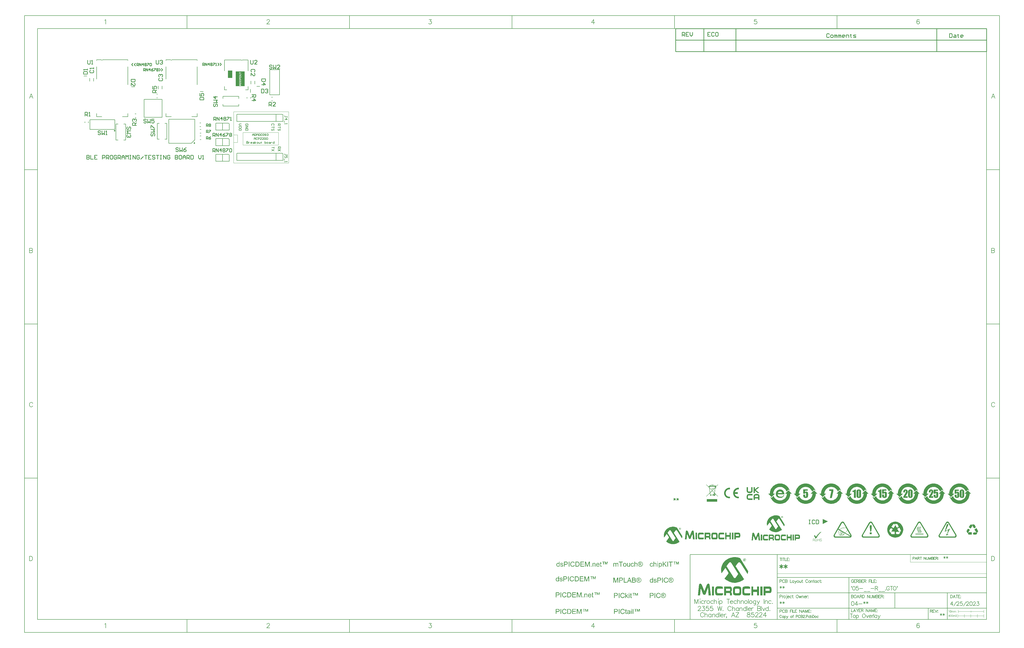
<source format=gto>
G04*
G04 #@! TF.GenerationSoftware,Altium Limited,Altium Designer,22.10.1 (41)*
G04*
G04 Layer_Color=65535*
%FSLAX43Y43*%
%MOMM*%
G71*
G04*
G04 #@! TF.SameCoordinates,616D65FC-62BC-469B-91EF-3386A997E351*
G04*
G04*
G04 #@! TF.FilePolarity,Positive*
G04*
G01*
G75*
%ADD10C,0.200*%
%ADD11C,0.100*%
%ADD12C,0.203*%
%ADD13C,0.254*%
%ADD14C,0.150*%
%ADD15C,0.178*%
%ADD16R,1.800X2.950*%
%ADD17C,0.127*%
%ADD18C,0.180*%
%ADD19C,0.350*%
G36*
X63912Y30398D02*
X60412Y30398D01*
X60412Y36198D01*
X63912Y36198D01*
X63912Y30398D01*
X63912Y30398D02*
G37*
G36*
X248922Y-125482D02*
X248022Y-126410D01*
X248117Y-126410D01*
X248117Y-126910D01*
X247756Y-126910D01*
X247689Y-127693D01*
X247595Y-128771D01*
X248789Y-130009D01*
X248695Y-130098D01*
X247584Y-128948D01*
X247572Y-129015D01*
X247628Y-129037D01*
X247678Y-129076D01*
X247734Y-129126D01*
X247772Y-129176D01*
X247806Y-129237D01*
X247828Y-129298D01*
X247839Y-129359D01*
X247845Y-129437D01*
X247839Y-129498D01*
X247817Y-129576D01*
X247778Y-129659D01*
X247728Y-129732D01*
X247672Y-129787D01*
X247606Y-129826D01*
X247534Y-129859D01*
X247461Y-129876D01*
X247367Y-129882D01*
X247284Y-129870D01*
X247189Y-129837D01*
X247106Y-129787D01*
X247039Y-129715D01*
X247000Y-129659D01*
X246967Y-129598D01*
X246095Y-129598D01*
X246095Y-129904D01*
X245811Y-129904D01*
X245811Y-129598D01*
X245773Y-129598D01*
X245695Y-128798D01*
X244428Y-130104D01*
X244334Y-130015D01*
X245684Y-128626D01*
X245623Y-128004D01*
X245539Y-127149D01*
X245506Y-126793D01*
X244245Y-125482D01*
X244334Y-125393D01*
X245489Y-126593D01*
X245462Y-126299D01*
X245262Y-126299D01*
X245262Y-126071D01*
X245439Y-126071D01*
X245434Y-126021D01*
X245450Y-125988D01*
X245473Y-125965D01*
X245495Y-125938D01*
X245539Y-125899D01*
X245584Y-125871D01*
X245639Y-125838D01*
X245689Y-125815D01*
X245723Y-125799D01*
X245723Y-125649D01*
X246034Y-125649D01*
X246034Y-125710D01*
X246128Y-125693D01*
X246223Y-125682D01*
X246317Y-125671D01*
X246373Y-125671D01*
X246373Y-125576D01*
X247089Y-125576D01*
X247089Y-125688D01*
X247178Y-125699D01*
X247289Y-125715D01*
X247389Y-125738D01*
X247495Y-125771D01*
X247589Y-125804D01*
X247661Y-125843D01*
X247717Y-125876D01*
X247750Y-125904D01*
X247767Y-125888D01*
X247806Y-125865D01*
X247850Y-125843D01*
X247906Y-125838D01*
X247956Y-125843D01*
X248006Y-125865D01*
X248039Y-125899D01*
X248072Y-125949D01*
X248083Y-125982D01*
X248089Y-126026D01*
X248089Y-126065D01*
X248078Y-126093D01*
X248067Y-126126D01*
X248045Y-126154D01*
X248022Y-126176D01*
X248000Y-126188D01*
X247978Y-126204D01*
X247978Y-126265D01*
X248833Y-125393D01*
X248922Y-125482D01*
X248922Y-125482D02*
G37*
G36*
X263645Y-127591D02*
X265092Y-128740D01*
X264422Y-128740D01*
X263322Y-127869D01*
X263322Y-128740D01*
X262801Y-128740D01*
X262801Y-126449D01*
X263322Y-126449D01*
X263322Y-127310D01*
X264422Y-126449D01*
X265099Y-126449D01*
X263645Y-127591D01*
X263645Y-127591D02*
G37*
G36*
X256972Y-126695D02*
X257056Y-126701D01*
X257056Y-127329D01*
X257050Y-127329D01*
X257039Y-127323D01*
X257017Y-127323D01*
X256989Y-127318D01*
X256922Y-127312D01*
X256794Y-127312D01*
X256761Y-127318D01*
X256711Y-127323D01*
X256661Y-127329D01*
X256606Y-127340D01*
X256539Y-127351D01*
X256400Y-127390D01*
X256322Y-127418D01*
X256244Y-127445D01*
X256167Y-127484D01*
X256089Y-127529D01*
X256011Y-127579D01*
X255933Y-127634D01*
X255928Y-127640D01*
X255917Y-127651D01*
X255895Y-127668D01*
X255867Y-127690D01*
X255839Y-127723D01*
X255800Y-127762D01*
X255761Y-127806D01*
X255722Y-127856D01*
X255678Y-127912D01*
X255633Y-127973D01*
X255550Y-128112D01*
X255478Y-128273D01*
X255450Y-128362D01*
X255428Y-128456D01*
X256639Y-128456D01*
X256639Y-129079D01*
X255428Y-129079D01*
X255428Y-129084D01*
X255433Y-129101D01*
X255439Y-129129D01*
X255450Y-129162D01*
X255467Y-129206D01*
X255483Y-129256D01*
X255506Y-129306D01*
X255533Y-129367D01*
X255600Y-129501D01*
X255639Y-129567D01*
X255689Y-129634D01*
X255739Y-129706D01*
X255800Y-129773D01*
X255861Y-129840D01*
X255933Y-129901D01*
X255939Y-129906D01*
X255950Y-129912D01*
X255972Y-129928D01*
X256006Y-129951D01*
X256044Y-129973D01*
X256089Y-130001D01*
X256139Y-130028D01*
X256200Y-130056D01*
X256261Y-130090D01*
X256333Y-130117D01*
X256489Y-130167D01*
X256572Y-130190D01*
X256661Y-130206D01*
X256750Y-130212D01*
X256844Y-130217D01*
X256911Y-130217D01*
X256978Y-130212D01*
X257050Y-130206D01*
X257056Y-130834D01*
X256989Y-130834D01*
X256922Y-130839D01*
X256806Y-130839D01*
X256761Y-130834D01*
X256700Y-130828D01*
X256628Y-130823D01*
X256544Y-130806D01*
X256444Y-130789D01*
X256339Y-130762D01*
X256228Y-130734D01*
X256111Y-130689D01*
X255989Y-130645D01*
X255867Y-130584D01*
X255739Y-130517D01*
X255617Y-130434D01*
X255495Y-130339D01*
X255378Y-130234D01*
X255372Y-130228D01*
X255350Y-130206D01*
X255322Y-130173D01*
X255283Y-130123D01*
X255239Y-130067D01*
X255189Y-129995D01*
X255133Y-129912D01*
X255078Y-129823D01*
X255017Y-129717D01*
X254967Y-129606D01*
X254911Y-129484D01*
X254867Y-129356D01*
X254828Y-129223D01*
X254800Y-129079D01*
X254778Y-128923D01*
X254772Y-128767D01*
X254772Y-128756D01*
X254772Y-128729D01*
X254778Y-128684D01*
X254784Y-128623D01*
X254789Y-128551D01*
X254806Y-128462D01*
X254822Y-128367D01*
X254850Y-128262D01*
X254878Y-128151D01*
X254922Y-128029D01*
X254967Y-127906D01*
X255028Y-127784D01*
X255095Y-127662D01*
X255178Y-127540D01*
X255272Y-127418D01*
X255378Y-127301D01*
X255383Y-127295D01*
X255406Y-127273D01*
X255439Y-127245D01*
X255489Y-127206D01*
X255545Y-127157D01*
X255617Y-127106D01*
X255700Y-127051D01*
X255789Y-126995D01*
X255895Y-126940D01*
X256006Y-126884D01*
X256128Y-126829D01*
X256256Y-126784D01*
X256389Y-126745D01*
X256533Y-126718D01*
X256689Y-126695D01*
X256844Y-126690D01*
X256906Y-126690D01*
X256972Y-126695D01*
X256972Y-126695D02*
G37*
G36*
X253456Y-126695D02*
X253528Y-126701D01*
X253528Y-127329D01*
X253523Y-127329D01*
X253511Y-127323D01*
X253489Y-127323D01*
X253461Y-127318D01*
X253395Y-127312D01*
X253261Y-127312D01*
X253217Y-127318D01*
X253167Y-127323D01*
X253106Y-127334D01*
X253039Y-127345D01*
X252961Y-127368D01*
X252884Y-127390D01*
X252800Y-127418D01*
X252717Y-127451D01*
X252628Y-127490D01*
X252545Y-127540D01*
X252456Y-127601D01*
X252373Y-127662D01*
X252289Y-127740D01*
X252284Y-127745D01*
X252273Y-127756D01*
X252250Y-127784D01*
X252223Y-127818D01*
X252189Y-127856D01*
X252156Y-127906D01*
X252117Y-127962D01*
X252078Y-128029D01*
X252039Y-128095D01*
X252000Y-128179D01*
X251967Y-128262D01*
X251934Y-128351D01*
X251906Y-128445D01*
X251884Y-128551D01*
X251873Y-128656D01*
X251867Y-128767D01*
X251867Y-128773D01*
X251867Y-128795D01*
X251873Y-128823D01*
X251873Y-128867D01*
X251878Y-128917D01*
X251889Y-128979D01*
X251900Y-129045D01*
X251923Y-129123D01*
X251945Y-129201D01*
X251973Y-129284D01*
X252006Y-129367D01*
X252045Y-129456D01*
X252095Y-129540D01*
X252150Y-129628D01*
X252217Y-129712D01*
X252289Y-129795D01*
X252295Y-129801D01*
X252312Y-129812D01*
X252334Y-129834D01*
X252367Y-129862D01*
X252406Y-129895D01*
X252456Y-129928D01*
X252512Y-129967D01*
X252578Y-130006D01*
X252650Y-130045D01*
X252728Y-130084D01*
X252811Y-130117D01*
X252906Y-130151D01*
X253000Y-130178D01*
X253100Y-130201D01*
X253206Y-130212D01*
X253317Y-130217D01*
X253389Y-130217D01*
X253456Y-130212D01*
X253528Y-130206D01*
X253528Y-130834D01*
X253461Y-130834D01*
X253395Y-130839D01*
X253278Y-130839D01*
X253234Y-130834D01*
X253173Y-130828D01*
X253100Y-130823D01*
X253011Y-130806D01*
X252917Y-130789D01*
X252811Y-130762D01*
X252700Y-130734D01*
X252578Y-130689D01*
X252462Y-130645D01*
X252334Y-130584D01*
X252212Y-130517D01*
X252089Y-130434D01*
X251967Y-130339D01*
X251850Y-130234D01*
X251845Y-130228D01*
X251823Y-130206D01*
X251795Y-130173D01*
X251756Y-130123D01*
X251712Y-130067D01*
X251662Y-129995D01*
X251606Y-129912D01*
X251551Y-129823D01*
X251489Y-129717D01*
X251439Y-129606D01*
X251384Y-129484D01*
X251339Y-129356D01*
X251301Y-129223D01*
X251273Y-129079D01*
X251251Y-128923D01*
X251245Y-128767D01*
X251245Y-128756D01*
X251245Y-128729D01*
X251251Y-128684D01*
X251256Y-128623D01*
X251262Y-128551D01*
X251278Y-128462D01*
X251295Y-128367D01*
X251323Y-128262D01*
X251351Y-128151D01*
X251395Y-128029D01*
X251439Y-127906D01*
X251501Y-127784D01*
X251567Y-127662D01*
X251650Y-127540D01*
X251745Y-127418D01*
X251850Y-127301D01*
X251856Y-127295D01*
X251878Y-127273D01*
X251912Y-127245D01*
X251956Y-127206D01*
X252017Y-127157D01*
X252089Y-127106D01*
X252167Y-127051D01*
X252262Y-126995D01*
X252362Y-126940D01*
X252473Y-126884D01*
X252595Y-126829D01*
X252723Y-126784D01*
X252861Y-126745D01*
X253006Y-126718D01*
X253161Y-126695D01*
X253317Y-126690D01*
X253389Y-126690D01*
X253456Y-126695D01*
X253456Y-126695D02*
G37*
G36*
X343296Y-125035D02*
X343335Y-125035D01*
X343379Y-125040D01*
X343429Y-125040D01*
X343546Y-125052D01*
X343685Y-125074D01*
X343840Y-125096D01*
X344007Y-125129D01*
X344190Y-125174D01*
X344379Y-125229D01*
X344579Y-125296D01*
X344784Y-125374D01*
X344996Y-125468D01*
X345201Y-125574D01*
X345412Y-125701D01*
X345612Y-125846D01*
X345618Y-125846D01*
X345623Y-125857D01*
X345640Y-125868D01*
X345657Y-125885D01*
X345712Y-125929D01*
X345784Y-125990D01*
X345873Y-126074D01*
X345968Y-126168D01*
X346079Y-126285D01*
X346190Y-126413D01*
X346312Y-126557D01*
X346429Y-126713D01*
X346551Y-126885D01*
X346668Y-127074D01*
X346779Y-127274D01*
X346879Y-127485D01*
X346968Y-127707D01*
X347045Y-127946D01*
X346495Y-127424D01*
X345723Y-128162D01*
X345718Y-128151D01*
X345712Y-128129D01*
X345690Y-128085D01*
X345668Y-128029D01*
X345634Y-127962D01*
X345596Y-127879D01*
X345546Y-127796D01*
X345496Y-127696D01*
X345429Y-127596D01*
X345357Y-127490D01*
X345279Y-127385D01*
X345190Y-127274D01*
X345090Y-127168D01*
X344984Y-127062D01*
X344868Y-126957D01*
X344746Y-126862D01*
X344740Y-126857D01*
X344712Y-126840D01*
X344679Y-126818D01*
X344623Y-126785D01*
X344562Y-126746D01*
X344484Y-126701D01*
X344396Y-126657D01*
X344296Y-126613D01*
X344185Y-126568D01*
X344068Y-126518D01*
X343940Y-126479D01*
X343801Y-126440D01*
X343662Y-126407D01*
X343512Y-126385D01*
X343362Y-126368D01*
X343201Y-126363D01*
X343151Y-126363D01*
X343096Y-126368D01*
X343018Y-126374D01*
X342918Y-126385D01*
X342807Y-126401D01*
X342685Y-126429D01*
X342551Y-126457D01*
X342401Y-126501D01*
X342251Y-126551D01*
X342096Y-126613D01*
X341935Y-126690D01*
X341774Y-126779D01*
X341618Y-126885D01*
X341463Y-127001D01*
X341313Y-127140D01*
X341302Y-127151D01*
X341279Y-127174D01*
X341240Y-127218D01*
X341190Y-127279D01*
X341135Y-127351D01*
X341068Y-127440D01*
X340996Y-127546D01*
X340929Y-127662D01*
X340857Y-127796D01*
X340785Y-127940D01*
X340718Y-128096D01*
X340663Y-128262D01*
X340613Y-128435D01*
X340574Y-128623D01*
X340552Y-128818D01*
X340540Y-129023D01*
X341224Y-129023D01*
X339902Y-130301D01*
X338580Y-129023D01*
X339207Y-129023D01*
X339207Y-129018D01*
X339207Y-129012D01*
X339207Y-128996D01*
X339207Y-128973D01*
X339213Y-128918D01*
X339218Y-128840D01*
X339224Y-128740D01*
X339235Y-128629D01*
X339252Y-128501D01*
X339274Y-128362D01*
X339302Y-128212D01*
X339335Y-128057D01*
X339379Y-127890D01*
X339435Y-127718D01*
X339496Y-127546D01*
X339563Y-127368D01*
X339646Y-127190D01*
X339741Y-127018D01*
X339746Y-127007D01*
X339768Y-126979D01*
X339796Y-126929D01*
X339841Y-126868D01*
X339896Y-126790D01*
X339957Y-126701D01*
X340035Y-126601D01*
X340124Y-126490D01*
X340224Y-126379D01*
X340335Y-126263D01*
X340452Y-126140D01*
X340579Y-126018D01*
X340724Y-125901D01*
X340868Y-125785D01*
X341029Y-125674D01*
X341196Y-125568D01*
X341207Y-125563D01*
X341240Y-125546D01*
X341290Y-125518D01*
X341357Y-125485D01*
X341440Y-125440D01*
X341546Y-125396D01*
X341663Y-125352D01*
X341790Y-125296D01*
X341935Y-125246D01*
X342090Y-125202D01*
X342257Y-125152D01*
X342429Y-125113D01*
X342612Y-125079D01*
X342807Y-125052D01*
X343001Y-125035D01*
X343201Y-125029D01*
X343262Y-125029D01*
X343296Y-125035D01*
X343296Y-125035D02*
G37*
G36*
X333272Y-125035D02*
X333349Y-125040D01*
X333444Y-125052D01*
X333544Y-125063D01*
X333661Y-125074D01*
X333783Y-125096D01*
X333916Y-125118D01*
X334055Y-125152D01*
X334194Y-125185D01*
X334344Y-125229D01*
X334488Y-125279D01*
X334638Y-125335D01*
X334788Y-125402D01*
X334799Y-125407D01*
X334822Y-125418D01*
X334866Y-125440D01*
X334922Y-125468D01*
X334988Y-125507D01*
X335072Y-125552D01*
X335160Y-125607D01*
X335255Y-125668D01*
X335360Y-125735D01*
X335471Y-125813D01*
X335583Y-125896D01*
X335699Y-125990D01*
X335816Y-126090D01*
X335933Y-126196D01*
X336044Y-126307D01*
X336155Y-126429D01*
X336160Y-126435D01*
X336183Y-126457D01*
X336210Y-126496D01*
X336249Y-126546D01*
X336294Y-126607D01*
X336349Y-126685D01*
X336410Y-126768D01*
X336471Y-126868D01*
X336538Y-126974D01*
X336605Y-127090D01*
X336671Y-127212D01*
X336738Y-127346D01*
X336805Y-127490D01*
X336860Y-127635D01*
X336916Y-127790D01*
X336966Y-127946D01*
X336416Y-127424D01*
X335644Y-128162D01*
X335638Y-128151D01*
X335633Y-128129D01*
X335610Y-128085D01*
X335588Y-128029D01*
X335555Y-127962D01*
X335516Y-127879D01*
X335466Y-127796D01*
X335416Y-127696D01*
X335349Y-127596D01*
X335277Y-127490D01*
X335199Y-127385D01*
X335110Y-127274D01*
X335010Y-127168D01*
X334905Y-127062D01*
X334788Y-126957D01*
X334666Y-126862D01*
X334660Y-126857D01*
X334633Y-126840D01*
X334599Y-126818D01*
X334544Y-126785D01*
X334483Y-126746D01*
X334405Y-126701D01*
X334316Y-126657D01*
X334216Y-126613D01*
X334105Y-126568D01*
X333988Y-126518D01*
X333861Y-126479D01*
X333722Y-126440D01*
X333583Y-126407D01*
X333433Y-126385D01*
X333283Y-126368D01*
X333122Y-126363D01*
X333072Y-126363D01*
X333016Y-126368D01*
X332938Y-126374D01*
X332838Y-126385D01*
X332727Y-126401D01*
X332605Y-126429D01*
X332472Y-126457D01*
X332322Y-126501D01*
X332172Y-126551D01*
X332016Y-126613D01*
X331855Y-126690D01*
X331694Y-126779D01*
X331539Y-126885D01*
X331383Y-127001D01*
X331233Y-127140D01*
X331222Y-127151D01*
X331200Y-127174D01*
X331161Y-127218D01*
X331111Y-127279D01*
X331055Y-127351D01*
X330989Y-127440D01*
X330916Y-127546D01*
X330850Y-127662D01*
X330778Y-127796D01*
X330705Y-127940D01*
X330639Y-128096D01*
X330583Y-128262D01*
X330533Y-128435D01*
X330494Y-128623D01*
X330472Y-128818D01*
X330461Y-129023D01*
X331144Y-129023D01*
X329822Y-130301D01*
X328500Y-129023D01*
X329128Y-129023D01*
X329128Y-129018D01*
X329128Y-129012D01*
X329128Y-128996D01*
X329128Y-128973D01*
X329133Y-128918D01*
X329139Y-128840D01*
X329144Y-128740D01*
X329155Y-128629D01*
X329172Y-128501D01*
X329194Y-128362D01*
X329222Y-128212D01*
X329255Y-128057D01*
X329300Y-127890D01*
X329355Y-127718D01*
X329417Y-127546D01*
X329483Y-127368D01*
X329567Y-127190D01*
X329661Y-127018D01*
X329667Y-127007D01*
X329689Y-126979D01*
X329717Y-126929D01*
X329761Y-126868D01*
X329817Y-126790D01*
X329878Y-126701D01*
X329955Y-126601D01*
X330044Y-126490D01*
X330144Y-126379D01*
X330255Y-126263D01*
X330372Y-126140D01*
X330500Y-126018D01*
X330644Y-125901D01*
X330789Y-125785D01*
X330950Y-125674D01*
X331116Y-125568D01*
X331128Y-125563D01*
X331161Y-125546D01*
X331211Y-125518D01*
X331277Y-125485D01*
X331361Y-125440D01*
X331466Y-125396D01*
X331583Y-125352D01*
X331711Y-125296D01*
X331855Y-125246D01*
X332011Y-125202D01*
X332177Y-125152D01*
X332350Y-125113D01*
X332533Y-125079D01*
X332727Y-125052D01*
X332922Y-125035D01*
X333122Y-125029D01*
X333211Y-125029D01*
X333272Y-125035D01*
X333272Y-125035D02*
G37*
G36*
X323272Y-125035D02*
X323349Y-125040D01*
X323444Y-125052D01*
X323544Y-125063D01*
X323661Y-125074D01*
X323783Y-125096D01*
X323916Y-125118D01*
X324055Y-125152D01*
X324194Y-125185D01*
X324344Y-125229D01*
X324488Y-125279D01*
X324638Y-125335D01*
X324788Y-125402D01*
X324799Y-125407D01*
X324822Y-125418D01*
X324866Y-125440D01*
X324922Y-125468D01*
X324988Y-125507D01*
X325072Y-125552D01*
X325160Y-125607D01*
X325255Y-125668D01*
X325360Y-125735D01*
X325471Y-125813D01*
X325583Y-125896D01*
X325699Y-125990D01*
X325816Y-126090D01*
X325933Y-126196D01*
X326044Y-126307D01*
X326155Y-126429D01*
X326160Y-126435D01*
X326183Y-126457D01*
X326210Y-126496D01*
X326249Y-126546D01*
X326294Y-126607D01*
X326349Y-126685D01*
X326410Y-126768D01*
X326471Y-126868D01*
X326538Y-126974D01*
X326605Y-127090D01*
X326671Y-127212D01*
X326738Y-127346D01*
X326805Y-127490D01*
X326860Y-127635D01*
X326916Y-127790D01*
X326966Y-127946D01*
X326416Y-127424D01*
X325644Y-128162D01*
X325644Y-128157D01*
X325633Y-128140D01*
X325627Y-128112D01*
X325610Y-128073D01*
X325588Y-128023D01*
X325566Y-127973D01*
X325538Y-127912D01*
X325505Y-127846D01*
X325427Y-127696D01*
X325333Y-127540D01*
X325216Y-127379D01*
X325083Y-127218D01*
X325077Y-127212D01*
X325066Y-127201D01*
X325044Y-127179D01*
X325016Y-127151D01*
X324977Y-127118D01*
X324938Y-127074D01*
X324888Y-127035D01*
X324827Y-126985D01*
X324766Y-126935D01*
X324699Y-126885D01*
X324544Y-126779D01*
X324377Y-126674D01*
X324188Y-126585D01*
X324183Y-126585D01*
X324166Y-126574D01*
X324138Y-126563D01*
X324099Y-126551D01*
X324055Y-126535D01*
X323999Y-126513D01*
X323933Y-126496D01*
X323866Y-126474D01*
X323788Y-126451D01*
X323705Y-126435D01*
X323522Y-126396D01*
X323327Y-126374D01*
X323122Y-126363D01*
X323072Y-126363D01*
X323016Y-126368D01*
X322938Y-126374D01*
X322838Y-126385D01*
X322727Y-126401D01*
X322605Y-126429D01*
X322472Y-126457D01*
X322322Y-126501D01*
X322172Y-126551D01*
X322016Y-126613D01*
X321855Y-126690D01*
X321694Y-126779D01*
X321539Y-126885D01*
X321383Y-127001D01*
X321233Y-127140D01*
X321222Y-127151D01*
X321200Y-127174D01*
X321161Y-127218D01*
X321111Y-127279D01*
X321055Y-127351D01*
X320989Y-127440D01*
X320916Y-127546D01*
X320850Y-127662D01*
X320778Y-127796D01*
X320705Y-127940D01*
X320639Y-128096D01*
X320583Y-128262D01*
X320533Y-128435D01*
X320494Y-128623D01*
X320472Y-128818D01*
X320461Y-129023D01*
X321144Y-129023D01*
X319822Y-130301D01*
X318500Y-129023D01*
X319128Y-129023D01*
X319128Y-129018D01*
X319128Y-129012D01*
X319128Y-128996D01*
X319128Y-128973D01*
X319133Y-128918D01*
X319139Y-128840D01*
X319144Y-128740D01*
X319155Y-128629D01*
X319172Y-128501D01*
X319194Y-128362D01*
X319222Y-128212D01*
X319255Y-128057D01*
X319300Y-127890D01*
X319355Y-127718D01*
X319417Y-127546D01*
X319483Y-127368D01*
X319567Y-127190D01*
X319661Y-127018D01*
X319667Y-127007D01*
X319689Y-126979D01*
X319717Y-126929D01*
X319761Y-126868D01*
X319817Y-126790D01*
X319878Y-126701D01*
X319955Y-126601D01*
X320044Y-126490D01*
X320144Y-126379D01*
X320255Y-126263D01*
X320372Y-126140D01*
X320500Y-126018D01*
X320644Y-125901D01*
X320789Y-125785D01*
X320950Y-125674D01*
X321116Y-125568D01*
X321128Y-125563D01*
X321161Y-125546D01*
X321211Y-125518D01*
X321277Y-125485D01*
X321361Y-125440D01*
X321466Y-125396D01*
X321583Y-125352D01*
X321711Y-125296D01*
X321855Y-125246D01*
X322011Y-125202D01*
X322177Y-125152D01*
X322350Y-125113D01*
X322533Y-125079D01*
X322727Y-125052D01*
X322922Y-125035D01*
X323122Y-125029D01*
X323211Y-125029D01*
X323272Y-125035D01*
X323272Y-125035D02*
G37*
G36*
X273261Y-125035D02*
X273316Y-125035D01*
X273377Y-125040D01*
X273449Y-125046D01*
X273522Y-125052D01*
X273605Y-125063D01*
X273777Y-125090D01*
X273966Y-125124D01*
X274155Y-125168D01*
X274161Y-125168D01*
X274177Y-125174D01*
X274205Y-125179D01*
X274244Y-125190D01*
X274288Y-125207D01*
X274344Y-125224D01*
X274399Y-125246D01*
X274466Y-125268D01*
X274616Y-125324D01*
X274777Y-125390D01*
X274944Y-125468D01*
X275110Y-125557D01*
X275116Y-125563D01*
X275133Y-125568D01*
X275155Y-125585D01*
X275183Y-125602D01*
X275221Y-125629D01*
X275272Y-125657D01*
X275322Y-125690D01*
X275377Y-125729D01*
X275499Y-125818D01*
X275638Y-125924D01*
X275777Y-126046D01*
X275916Y-126174D01*
X275921Y-126179D01*
X275933Y-126190D01*
X275949Y-126213D01*
X275977Y-126235D01*
X276010Y-126274D01*
X276044Y-126313D01*
X276088Y-126357D01*
X276133Y-126413D01*
X276233Y-126529D01*
X276338Y-126668D01*
X276444Y-126818D01*
X276549Y-126985D01*
X276555Y-126990D01*
X276560Y-127007D01*
X276577Y-127029D01*
X276594Y-127062D01*
X276616Y-127107D01*
X276644Y-127151D01*
X276671Y-127212D01*
X276699Y-127274D01*
X276732Y-127340D01*
X276766Y-127418D01*
X276838Y-127579D01*
X276905Y-127757D01*
X276966Y-127946D01*
X276416Y-127424D01*
X275644Y-128162D01*
X275638Y-128151D01*
X275633Y-128129D01*
X275610Y-128085D01*
X275588Y-128029D01*
X275555Y-127962D01*
X275516Y-127879D01*
X275466Y-127796D01*
X275416Y-127696D01*
X275349Y-127596D01*
X275277Y-127490D01*
X275199Y-127385D01*
X275110Y-127274D01*
X275010Y-127168D01*
X274905Y-127062D01*
X274788Y-126957D01*
X274666Y-126862D01*
X274660Y-126857D01*
X274633Y-126840D01*
X274599Y-126818D01*
X274544Y-126785D01*
X274483Y-126746D01*
X274405Y-126701D01*
X274316Y-126657D01*
X274216Y-126613D01*
X274105Y-126568D01*
X273988Y-126518D01*
X273861Y-126479D01*
X273722Y-126440D01*
X273583Y-126407D01*
X273433Y-126385D01*
X273283Y-126368D01*
X273122Y-126363D01*
X273049Y-126363D01*
X273000Y-126368D01*
X272933Y-126374D01*
X272855Y-126379D01*
X272772Y-126390D01*
X272677Y-126407D01*
X272577Y-126424D01*
X272472Y-126451D01*
X272361Y-126479D01*
X272244Y-126513D01*
X272127Y-126551D01*
X272011Y-126601D01*
X271894Y-126657D01*
X271777Y-126718D01*
X271772Y-126724D01*
X271750Y-126735D01*
X271716Y-126757D01*
X271677Y-126785D01*
X271627Y-126818D01*
X271566Y-126862D01*
X271500Y-126912D01*
X271427Y-126968D01*
X271350Y-127035D01*
X271272Y-127107D01*
X271194Y-127185D01*
X271111Y-127274D01*
X271033Y-127368D01*
X270955Y-127468D01*
X270883Y-127574D01*
X270811Y-127685D01*
X270805Y-127690D01*
X270794Y-127712D01*
X270778Y-127746D01*
X270755Y-127790D01*
X270728Y-127851D01*
X270700Y-127918D01*
X270666Y-127996D01*
X270639Y-128085D01*
X270605Y-128179D01*
X270572Y-128285D01*
X270544Y-128390D01*
X270516Y-128507D01*
X270494Y-128629D01*
X270478Y-128757D01*
X270466Y-128890D01*
X270461Y-129023D01*
X271144Y-129023D01*
X269822Y-130301D01*
X268500Y-129023D01*
X269128Y-129023D01*
X269128Y-129018D01*
X269128Y-129012D01*
X269128Y-128996D01*
X269128Y-128973D01*
X269133Y-128918D01*
X269139Y-128840D01*
X269144Y-128740D01*
X269155Y-128629D01*
X269172Y-128501D01*
X269194Y-128362D01*
X269222Y-128212D01*
X269255Y-128057D01*
X269300Y-127890D01*
X269355Y-127718D01*
X269417Y-127546D01*
X269483Y-127368D01*
X269567Y-127190D01*
X269661Y-127018D01*
X269667Y-127007D01*
X269689Y-126979D01*
X269717Y-126929D01*
X269761Y-126868D01*
X269817Y-126790D01*
X269878Y-126701D01*
X269955Y-126601D01*
X270044Y-126490D01*
X270144Y-126379D01*
X270255Y-126263D01*
X270372Y-126140D01*
X270500Y-126018D01*
X270644Y-125901D01*
X270789Y-125785D01*
X270950Y-125674D01*
X271116Y-125568D01*
X271128Y-125563D01*
X271161Y-125546D01*
X271211Y-125518D01*
X271277Y-125485D01*
X271361Y-125440D01*
X271466Y-125396D01*
X271583Y-125352D01*
X271711Y-125296D01*
X271855Y-125246D01*
X272011Y-125202D01*
X272177Y-125152D01*
X272350Y-125113D01*
X272533Y-125079D01*
X272727Y-125052D01*
X272922Y-125035D01*
X273122Y-125029D01*
X273211Y-125029D01*
X273261Y-125035D01*
X273261Y-125035D02*
G37*
G36*
X313216Y-125035D02*
X313299Y-125035D01*
X313349Y-125040D01*
X313466Y-125052D01*
X313605Y-125074D01*
X313761Y-125096D01*
X313927Y-125129D01*
X314111Y-125174D01*
X314299Y-125229D01*
X314499Y-125290D01*
X314705Y-125374D01*
X314916Y-125463D01*
X315122Y-125574D01*
X315333Y-125696D01*
X315533Y-125840D01*
X315538Y-125840D01*
X315544Y-125851D01*
X315560Y-125863D01*
X315577Y-125879D01*
X315633Y-125924D01*
X315705Y-125985D01*
X315794Y-126068D01*
X315888Y-126163D01*
X315999Y-126279D01*
X316110Y-126407D01*
X316233Y-126551D01*
X316349Y-126707D01*
X316471Y-126885D01*
X316588Y-127068D01*
X316699Y-127274D01*
X316799Y-127485D01*
X316888Y-127712D01*
X316966Y-127951D01*
X316416Y-127424D01*
X315644Y-128168D01*
X315638Y-128157D01*
X315633Y-128135D01*
X315610Y-128090D01*
X315588Y-128035D01*
X315555Y-127962D01*
X315516Y-127885D01*
X315466Y-127796D01*
X315416Y-127701D01*
X315349Y-127601D01*
X315277Y-127490D01*
X315199Y-127385D01*
X315110Y-127274D01*
X315010Y-127168D01*
X314905Y-127062D01*
X314788Y-126957D01*
X314666Y-126862D01*
X314660Y-126857D01*
X314633Y-126840D01*
X314599Y-126818D01*
X314544Y-126785D01*
X314483Y-126746D01*
X314405Y-126701D01*
X314316Y-126657D01*
X314216Y-126613D01*
X314105Y-126563D01*
X313988Y-126518D01*
X313861Y-126474D01*
X313722Y-126435D01*
X313583Y-126401D01*
X313433Y-126374D01*
X313283Y-126357D01*
X313122Y-126351D01*
X313050Y-126351D01*
X313000Y-126357D01*
X312933Y-126363D01*
X312855Y-126368D01*
X312772Y-126379D01*
X312677Y-126396D01*
X312577Y-126418D01*
X312472Y-126440D01*
X312361Y-126468D01*
X312244Y-126501D01*
X312127Y-126546D01*
X312011Y-126596D01*
X311894Y-126651D01*
X311777Y-126713D01*
X311772Y-126718D01*
X311750Y-126729D01*
X311722Y-126751D01*
X311677Y-126779D01*
X311627Y-126812D01*
X311566Y-126857D01*
X311500Y-126907D01*
X311433Y-126968D01*
X311355Y-127035D01*
X311277Y-127107D01*
X311200Y-127185D01*
X311116Y-127268D01*
X311039Y-127362D01*
X310961Y-127462D01*
X310889Y-127568D01*
X310816Y-127679D01*
X310811Y-127685D01*
X310800Y-127707D01*
X310783Y-127740D01*
X310761Y-127785D01*
X310733Y-127846D01*
X310705Y-127912D01*
X310672Y-127990D01*
X310639Y-128073D01*
X310605Y-128173D01*
X310572Y-128273D01*
X310544Y-128385D01*
X310516Y-128501D01*
X310494Y-128629D01*
X310478Y-128757D01*
X310466Y-128885D01*
X310461Y-129023D01*
X311144Y-129023D01*
X309822Y-130290D01*
X308500Y-129023D01*
X309128Y-129023D01*
X309128Y-129012D01*
X309128Y-128984D01*
X309128Y-128946D01*
X309133Y-128885D01*
X309139Y-128812D01*
X309144Y-128729D01*
X309155Y-128629D01*
X309167Y-128523D01*
X309183Y-128412D01*
X309205Y-128290D01*
X309228Y-128162D01*
X309261Y-128029D01*
X309294Y-127890D01*
X309339Y-127751D01*
X309383Y-127612D01*
X309439Y-127474D01*
X309444Y-127462D01*
X309455Y-127440D01*
X309472Y-127401D01*
X309494Y-127351D01*
X309528Y-127285D01*
X309567Y-127212D01*
X309611Y-127124D01*
X309667Y-127035D01*
X309722Y-126935D01*
X309783Y-126835D01*
X309855Y-126729D01*
X309933Y-126618D01*
X310011Y-126513D01*
X310100Y-126401D01*
X310289Y-126196D01*
X310294Y-126190D01*
X310311Y-126174D01*
X310344Y-126146D01*
X310383Y-126107D01*
X310439Y-126063D01*
X310500Y-126007D01*
X310572Y-125951D01*
X310650Y-125885D01*
X310739Y-125818D01*
X310839Y-125751D01*
X310944Y-125679D01*
X311055Y-125607D01*
X311172Y-125540D01*
X311300Y-125474D01*
X311433Y-125407D01*
X311566Y-125346D01*
X311577Y-125340D01*
X311600Y-125335D01*
X311639Y-125318D01*
X311694Y-125296D01*
X311766Y-125274D01*
X311844Y-125246D01*
X311939Y-125218D01*
X312039Y-125185D01*
X312155Y-125157D01*
X312272Y-125129D01*
X312400Y-125102D01*
X312538Y-125079D01*
X312677Y-125057D01*
X312822Y-125040D01*
X312972Y-125035D01*
X313122Y-125029D01*
X313183Y-125029D01*
X313216Y-125035D01*
X313216Y-125035D02*
G37*
G36*
X303272Y-125035D02*
X303349Y-125040D01*
X303444Y-125046D01*
X303544Y-125057D01*
X303661Y-125074D01*
X303783Y-125096D01*
X303916Y-125118D01*
X304055Y-125146D01*
X304194Y-125185D01*
X304344Y-125224D01*
X304488Y-125274D01*
X304638Y-125329D01*
X304788Y-125396D01*
X304799Y-125402D01*
X304822Y-125413D01*
X304866Y-125435D01*
X304922Y-125463D01*
X304988Y-125502D01*
X305072Y-125546D01*
X305160Y-125602D01*
X305255Y-125663D01*
X305360Y-125729D01*
X305471Y-125807D01*
X305583Y-125890D01*
X305699Y-125985D01*
X305816Y-126085D01*
X305933Y-126190D01*
X306044Y-126307D01*
X306155Y-126429D01*
X306160Y-126435D01*
X306183Y-126457D01*
X306210Y-126496D01*
X306249Y-126546D01*
X306294Y-126613D01*
X306349Y-126685D01*
X306410Y-126774D01*
X306471Y-126868D01*
X306538Y-126979D01*
X306605Y-127096D01*
X306671Y-127218D01*
X306738Y-127351D01*
X306805Y-127490D01*
X306860Y-127640D01*
X306916Y-127796D01*
X306966Y-127951D01*
X306416Y-127424D01*
X305644Y-128168D01*
X305638Y-128157D01*
X305633Y-128135D01*
X305610Y-128090D01*
X305588Y-128035D01*
X305555Y-127962D01*
X305516Y-127885D01*
X305466Y-127796D01*
X305416Y-127701D01*
X305349Y-127601D01*
X305277Y-127490D01*
X305199Y-127385D01*
X305110Y-127274D01*
X305010Y-127168D01*
X304905Y-127062D01*
X304788Y-126957D01*
X304666Y-126862D01*
X304660Y-126857D01*
X304633Y-126840D01*
X304599Y-126818D01*
X304544Y-126785D01*
X304483Y-126746D01*
X304405Y-126701D01*
X304316Y-126657D01*
X304216Y-126613D01*
X304105Y-126563D01*
X303988Y-126518D01*
X303861Y-126474D01*
X303722Y-126435D01*
X303583Y-126401D01*
X303433Y-126374D01*
X303283Y-126357D01*
X303122Y-126351D01*
X303072Y-126351D01*
X303016Y-126357D01*
X302938Y-126363D01*
X302844Y-126374D01*
X302733Y-126390D01*
X302605Y-126418D01*
X302472Y-126451D01*
X302327Y-126490D01*
X302177Y-126540D01*
X302022Y-126607D01*
X301861Y-126679D01*
X301700Y-126774D01*
X301544Y-126874D01*
X301389Y-126996D01*
X301239Y-127135D01*
X301227Y-127146D01*
X301205Y-127168D01*
X301166Y-127212D01*
X301116Y-127274D01*
X301061Y-127351D01*
X300994Y-127440D01*
X300922Y-127546D01*
X300850Y-127662D01*
X300778Y-127796D01*
X300705Y-127935D01*
X300644Y-128090D01*
X300583Y-128257D01*
X300533Y-128435D01*
X300494Y-128623D01*
X300472Y-128818D01*
X300461Y-129023D01*
X301144Y-129023D01*
X299822Y-130290D01*
X298500Y-129023D01*
X299128Y-129023D01*
X299128Y-129012D01*
X299128Y-128984D01*
X299128Y-128946D01*
X299133Y-128885D01*
X299139Y-128812D01*
X299144Y-128729D01*
X299155Y-128629D01*
X299167Y-128523D01*
X299183Y-128412D01*
X299205Y-128290D01*
X299228Y-128162D01*
X299261Y-128029D01*
X299294Y-127890D01*
X299339Y-127751D01*
X299383Y-127612D01*
X299439Y-127474D01*
X299444Y-127462D01*
X299455Y-127440D01*
X299472Y-127401D01*
X299494Y-127351D01*
X299528Y-127285D01*
X299567Y-127212D01*
X299611Y-127124D01*
X299667Y-127035D01*
X299722Y-126935D01*
X299783Y-126835D01*
X299855Y-126729D01*
X299933Y-126618D01*
X300011Y-126513D01*
X300100Y-126401D01*
X300289Y-126196D01*
X300294Y-126190D01*
X300311Y-126174D01*
X300344Y-126146D01*
X300383Y-126107D01*
X300439Y-126063D01*
X300500Y-126007D01*
X300572Y-125951D01*
X300650Y-125885D01*
X300739Y-125818D01*
X300839Y-125751D01*
X300944Y-125679D01*
X301055Y-125607D01*
X301172Y-125540D01*
X301300Y-125474D01*
X301433Y-125407D01*
X301566Y-125346D01*
X301577Y-125340D01*
X301600Y-125335D01*
X301639Y-125318D01*
X301694Y-125296D01*
X301766Y-125274D01*
X301844Y-125246D01*
X301939Y-125218D01*
X302039Y-125185D01*
X302155Y-125157D01*
X302272Y-125129D01*
X302400Y-125102D01*
X302538Y-125079D01*
X302677Y-125057D01*
X302822Y-125040D01*
X302972Y-125035D01*
X303122Y-125029D01*
X303211Y-125029D01*
X303272Y-125035D01*
X303272Y-125035D02*
G37*
G36*
X293272Y-125035D02*
X293349Y-125040D01*
X293444Y-125046D01*
X293544Y-125057D01*
X293661Y-125074D01*
X293783Y-125096D01*
X293916Y-125118D01*
X294055Y-125146D01*
X294194Y-125185D01*
X294344Y-125224D01*
X294488Y-125274D01*
X294638Y-125329D01*
X294788Y-125396D01*
X294799Y-125402D01*
X294822Y-125413D01*
X294866Y-125435D01*
X294922Y-125463D01*
X294988Y-125502D01*
X295072Y-125546D01*
X295160Y-125602D01*
X295255Y-125663D01*
X295360Y-125729D01*
X295471Y-125807D01*
X295583Y-125890D01*
X295699Y-125985D01*
X295816Y-126085D01*
X295933Y-126190D01*
X296044Y-126307D01*
X296155Y-126429D01*
X296160Y-126435D01*
X296183Y-126457D01*
X296210Y-126496D01*
X296249Y-126546D01*
X296294Y-126613D01*
X296349Y-126685D01*
X296410Y-126774D01*
X296471Y-126868D01*
X296538Y-126979D01*
X296605Y-127096D01*
X296671Y-127218D01*
X296738Y-127351D01*
X296805Y-127490D01*
X296860Y-127640D01*
X296916Y-127796D01*
X296966Y-127951D01*
X296416Y-127424D01*
X295644Y-128168D01*
X295644Y-128162D01*
X295633Y-128146D01*
X295627Y-128118D01*
X295610Y-128079D01*
X295588Y-128029D01*
X295566Y-127973D01*
X295538Y-127912D01*
X295505Y-127846D01*
X295427Y-127701D01*
X295333Y-127540D01*
X295216Y-127379D01*
X295083Y-127218D01*
X295077Y-127212D01*
X295066Y-127201D01*
X295044Y-127179D01*
X295016Y-127151D01*
X294977Y-127118D01*
X294938Y-127074D01*
X294888Y-127035D01*
X294827Y-126985D01*
X294766Y-126935D01*
X294699Y-126885D01*
X294544Y-126779D01*
X294377Y-126674D01*
X294188Y-126585D01*
X294183Y-126585D01*
X294166Y-126574D01*
X294138Y-126563D01*
X294099Y-126551D01*
X294055Y-126535D01*
X293999Y-126513D01*
X293933Y-126496D01*
X293866Y-126474D01*
X293788Y-126451D01*
X293705Y-126429D01*
X293522Y-126390D01*
X293327Y-126363D01*
X293122Y-126351D01*
X293072Y-126351D01*
X293016Y-126357D01*
X292938Y-126363D01*
X292844Y-126374D01*
X292733Y-126390D01*
X292605Y-126418D01*
X292472Y-126451D01*
X292327Y-126490D01*
X292177Y-126540D01*
X292022Y-126607D01*
X291861Y-126679D01*
X291700Y-126774D01*
X291544Y-126874D01*
X291389Y-126996D01*
X291239Y-127135D01*
X291227Y-127146D01*
X291205Y-127168D01*
X291166Y-127212D01*
X291116Y-127274D01*
X291061Y-127351D01*
X290994Y-127440D01*
X290922Y-127546D01*
X290850Y-127662D01*
X290778Y-127796D01*
X290705Y-127935D01*
X290644Y-128090D01*
X290583Y-128257D01*
X290533Y-128435D01*
X290494Y-128623D01*
X290472Y-128818D01*
X290461Y-129023D01*
X291144Y-129023D01*
X289822Y-130290D01*
X288500Y-129023D01*
X289128Y-129023D01*
X289128Y-129012D01*
X289128Y-128984D01*
X289128Y-128946D01*
X289133Y-128885D01*
X289139Y-128812D01*
X289144Y-128729D01*
X289155Y-128629D01*
X289167Y-128523D01*
X289183Y-128412D01*
X289205Y-128290D01*
X289228Y-128162D01*
X289261Y-128029D01*
X289294Y-127890D01*
X289339Y-127751D01*
X289383Y-127612D01*
X289439Y-127474D01*
X289444Y-127462D01*
X289455Y-127440D01*
X289472Y-127401D01*
X289494Y-127351D01*
X289528Y-127285D01*
X289567Y-127212D01*
X289611Y-127124D01*
X289667Y-127035D01*
X289722Y-126935D01*
X289783Y-126835D01*
X289855Y-126729D01*
X289933Y-126618D01*
X290011Y-126513D01*
X290100Y-126401D01*
X290289Y-126196D01*
X290294Y-126190D01*
X290311Y-126174D01*
X290344Y-126146D01*
X290383Y-126107D01*
X290439Y-126063D01*
X290500Y-126007D01*
X290572Y-125951D01*
X290650Y-125885D01*
X290739Y-125818D01*
X290839Y-125751D01*
X290944Y-125679D01*
X291055Y-125607D01*
X291172Y-125540D01*
X291300Y-125474D01*
X291433Y-125407D01*
X291566Y-125346D01*
X291577Y-125340D01*
X291600Y-125335D01*
X291639Y-125318D01*
X291694Y-125296D01*
X291766Y-125274D01*
X291844Y-125246D01*
X291939Y-125218D01*
X292039Y-125185D01*
X292155Y-125157D01*
X292272Y-125129D01*
X292400Y-125102D01*
X292538Y-125079D01*
X292677Y-125057D01*
X292822Y-125040D01*
X292972Y-125035D01*
X293122Y-125029D01*
X293211Y-125029D01*
X293272Y-125035D01*
X293272Y-125035D02*
G37*
G36*
X283216Y-125035D02*
X283299Y-125035D01*
X283349Y-125040D01*
X283466Y-125052D01*
X283605Y-125074D01*
X283761Y-125096D01*
X283927Y-125129D01*
X284111Y-125174D01*
X284299Y-125229D01*
X284499Y-125290D01*
X284705Y-125374D01*
X284916Y-125463D01*
X285122Y-125574D01*
X285333Y-125696D01*
X285533Y-125840D01*
X285538Y-125840D01*
X285544Y-125851D01*
X285560Y-125863D01*
X285577Y-125879D01*
X285633Y-125924D01*
X285705Y-125985D01*
X285794Y-126068D01*
X285888Y-126163D01*
X285999Y-126279D01*
X286110Y-126407D01*
X286233Y-126551D01*
X286349Y-126707D01*
X286471Y-126885D01*
X286588Y-127068D01*
X286699Y-127274D01*
X286799Y-127485D01*
X286888Y-127712D01*
X286966Y-127951D01*
X286416Y-127424D01*
X285644Y-128168D01*
X285644Y-128162D01*
X285638Y-128151D01*
X285627Y-128129D01*
X285616Y-128101D01*
X285605Y-128062D01*
X285588Y-128023D01*
X285544Y-127923D01*
X285488Y-127812D01*
X285421Y-127690D01*
X285338Y-127562D01*
X285249Y-127435D01*
X285249Y-127429D01*
X285238Y-127418D01*
X285221Y-127401D01*
X285205Y-127379D01*
X285149Y-127312D01*
X285083Y-127235D01*
X284994Y-127146D01*
X284894Y-127051D01*
X284783Y-126951D01*
X284666Y-126862D01*
X284660Y-126857D01*
X284649Y-126851D01*
X284633Y-126840D01*
X284610Y-126824D01*
X284577Y-126801D01*
X284544Y-126779D01*
X284455Y-126729D01*
X284349Y-126668D01*
X284227Y-126607D01*
X284088Y-126546D01*
X283944Y-126496D01*
X283938Y-126496D01*
X283927Y-126490D01*
X283905Y-126485D01*
X283877Y-126474D01*
X283838Y-126463D01*
X283794Y-126451D01*
X283744Y-126440D01*
X283694Y-126429D01*
X283566Y-126401D01*
X283427Y-126379D01*
X283277Y-126363D01*
X283122Y-126351D01*
X283050Y-126351D01*
X283000Y-126357D01*
X282933Y-126363D01*
X282855Y-126368D01*
X282772Y-126379D01*
X282677Y-126396D01*
X282577Y-126418D01*
X282472Y-126440D01*
X282361Y-126468D01*
X282244Y-126501D01*
X282127Y-126546D01*
X282011Y-126596D01*
X281894Y-126651D01*
X281777Y-126713D01*
X281772Y-126718D01*
X281750Y-126729D01*
X281722Y-126751D01*
X281677Y-126779D01*
X281627Y-126812D01*
X281566Y-126857D01*
X281500Y-126907D01*
X281433Y-126968D01*
X281355Y-127035D01*
X281277Y-127107D01*
X281200Y-127185D01*
X281116Y-127268D01*
X281039Y-127362D01*
X280961Y-127462D01*
X280889Y-127568D01*
X280816Y-127679D01*
X280811Y-127685D01*
X280800Y-127707D01*
X280783Y-127740D01*
X280761Y-127785D01*
X280733Y-127846D01*
X280705Y-127912D01*
X280672Y-127990D01*
X280639Y-128073D01*
X280605Y-128173D01*
X280572Y-128273D01*
X280544Y-128385D01*
X280516Y-128501D01*
X280494Y-128629D01*
X280478Y-128757D01*
X280466Y-128885D01*
X280461Y-129023D01*
X281144Y-129023D01*
X279822Y-130290D01*
X278500Y-129023D01*
X279128Y-129023D01*
X279128Y-129012D01*
X279128Y-128984D01*
X279128Y-128946D01*
X279133Y-128885D01*
X279139Y-128812D01*
X279144Y-128729D01*
X279155Y-128629D01*
X279167Y-128523D01*
X279183Y-128412D01*
X279205Y-128290D01*
X279228Y-128162D01*
X279261Y-128029D01*
X279294Y-127890D01*
X279339Y-127751D01*
X279383Y-127612D01*
X279439Y-127474D01*
X279444Y-127462D01*
X279455Y-127440D01*
X279472Y-127401D01*
X279494Y-127351D01*
X279528Y-127285D01*
X279567Y-127212D01*
X279611Y-127124D01*
X279667Y-127035D01*
X279722Y-126935D01*
X279783Y-126835D01*
X279855Y-126729D01*
X279933Y-126618D01*
X280011Y-126513D01*
X280100Y-126401D01*
X280289Y-126196D01*
X280294Y-126190D01*
X280311Y-126174D01*
X280344Y-126146D01*
X280383Y-126107D01*
X280439Y-126063D01*
X280500Y-126007D01*
X280572Y-125951D01*
X280650Y-125885D01*
X280739Y-125818D01*
X280839Y-125751D01*
X280944Y-125679D01*
X281055Y-125607D01*
X281172Y-125540D01*
X281300Y-125474D01*
X281433Y-125407D01*
X281566Y-125346D01*
X281577Y-125340D01*
X281600Y-125335D01*
X281639Y-125318D01*
X281694Y-125296D01*
X281766Y-125274D01*
X281844Y-125246D01*
X281939Y-125218D01*
X282039Y-125185D01*
X282155Y-125157D01*
X282272Y-125129D01*
X282400Y-125102D01*
X282538Y-125079D01*
X282677Y-125057D01*
X282822Y-125040D01*
X282972Y-125035D01*
X283122Y-125029D01*
X283183Y-125029D01*
X283216Y-125035D01*
X283216Y-125035D02*
G37*
G36*
X262388Y-127949D02*
X262388Y-127952D01*
X262388Y-127962D01*
X262388Y-127980D01*
X262384Y-128004D01*
X262381Y-128032D01*
X262374Y-128063D01*
X262367Y-128101D01*
X262360Y-128139D01*
X262329Y-128230D01*
X262311Y-128275D01*
X262287Y-128324D01*
X262263Y-128369D01*
X262228Y-128417D01*
X262193Y-128462D01*
X262152Y-128508D01*
X262148Y-128511D01*
X262141Y-128518D01*
X262127Y-128528D01*
X262110Y-128542D01*
X262086Y-128563D01*
X262058Y-128580D01*
X262027Y-128601D01*
X261992Y-128622D01*
X261950Y-128646D01*
X261908Y-128667D01*
X261860Y-128685D01*
X261811Y-128702D01*
X261756Y-128719D01*
X261700Y-128730D01*
X261641Y-128737D01*
X261579Y-128740D01*
X260863Y-128740D01*
X260839Y-128737D01*
X260811Y-128733D01*
X260777Y-128726D01*
X260742Y-128719D01*
X260700Y-128712D01*
X260610Y-128685D01*
X260565Y-128664D01*
X260516Y-128643D01*
X260467Y-128615D01*
X260422Y-128584D01*
X260374Y-128549D01*
X260329Y-128508D01*
X260325Y-128504D01*
X260318Y-128497D01*
X260308Y-128483D01*
X260290Y-128466D01*
X260273Y-128445D01*
X260256Y-128417D01*
X260231Y-128386D01*
X260211Y-128351D01*
X260190Y-128310D01*
X260169Y-128268D01*
X260131Y-128174D01*
X260113Y-128122D01*
X260103Y-128067D01*
X260096Y-128008D01*
X260093Y-127949D01*
X260093Y-126449D01*
X260617Y-126449D01*
X260617Y-127942D01*
X260617Y-127945D01*
X260617Y-127959D01*
X260620Y-127980D01*
X260627Y-128008D01*
X260638Y-128039D01*
X260652Y-128070D01*
X260672Y-128105D01*
X260700Y-128136D01*
X260704Y-128139D01*
X260714Y-128150D01*
X260735Y-128164D01*
X260759Y-128178D01*
X260787Y-128192D01*
X260822Y-128205D01*
X260860Y-128216D01*
X260902Y-128219D01*
X261592Y-128219D01*
X261613Y-128216D01*
X261645Y-128209D01*
X261676Y-128199D01*
X261711Y-128185D01*
X261745Y-128164D01*
X261777Y-128136D01*
X261780Y-128133D01*
X261790Y-128122D01*
X261804Y-128105D01*
X261822Y-128080D01*
X261836Y-128053D01*
X261849Y-128018D01*
X261860Y-127983D01*
X261863Y-127942D01*
X261863Y-126449D01*
X262388Y-126449D01*
X262388Y-127949D01*
X262388Y-127949D02*
G37*
G36*
X314694Y-127879D02*
X313705Y-127879D01*
X313705Y-128429D01*
X313716Y-128418D01*
X313738Y-128396D01*
X313777Y-128362D01*
X313833Y-128318D01*
X313899Y-128279D01*
X313983Y-128246D01*
X314077Y-128223D01*
X314183Y-128212D01*
X314238Y-128212D01*
X314294Y-128223D01*
X314366Y-128235D01*
X314449Y-128257D01*
X314533Y-128290D01*
X314610Y-128340D01*
X314683Y-128401D01*
X314688Y-128412D01*
X314710Y-128440D01*
X314722Y-128462D01*
X314738Y-128490D01*
X314755Y-128523D01*
X314772Y-128562D01*
X314783Y-128607D01*
X314799Y-128662D01*
X314816Y-128718D01*
X314827Y-128785D01*
X314838Y-128857D01*
X314849Y-128940D01*
X314855Y-129029D01*
X314855Y-129123D01*
X314855Y-129590D01*
X314855Y-129596D01*
X314855Y-129607D01*
X314855Y-129623D01*
X314855Y-129646D01*
X314855Y-129707D01*
X314849Y-129784D01*
X314849Y-129868D01*
X314844Y-129951D01*
X314833Y-130029D01*
X314822Y-130101D01*
X314822Y-130107D01*
X314816Y-130129D01*
X314805Y-130162D01*
X314794Y-130201D01*
X314772Y-130251D01*
X314749Y-130301D01*
X314716Y-130351D01*
X314677Y-130407D01*
X314672Y-130412D01*
X314660Y-130429D01*
X314633Y-130451D01*
X314599Y-130484D01*
X314560Y-130518D01*
X314510Y-130551D01*
X314449Y-130584D01*
X314383Y-130618D01*
X314372Y-130623D01*
X314349Y-130629D01*
X314310Y-130640D01*
X314255Y-130651D01*
X314188Y-130668D01*
X314111Y-130679D01*
X314022Y-130684D01*
X313922Y-130690D01*
X313872Y-130690D01*
X313811Y-130684D01*
X313738Y-130673D01*
X313649Y-130662D01*
X313561Y-130645D01*
X313466Y-130618D01*
X313372Y-130579D01*
X313361Y-130573D01*
X313333Y-130557D01*
X313288Y-130529D01*
X313238Y-130495D01*
X313183Y-130445D01*
X313127Y-130390D01*
X313077Y-130323D01*
X313033Y-130245D01*
X313027Y-130234D01*
X313016Y-130201D01*
X313005Y-130151D01*
X312988Y-130079D01*
X312966Y-129984D01*
X312955Y-129868D01*
X312944Y-129729D01*
X312938Y-129568D01*
X312938Y-129396D01*
X313738Y-129396D01*
X313738Y-129601D01*
X313738Y-129607D01*
X313738Y-129612D01*
X313738Y-129629D01*
X313738Y-129651D01*
X313738Y-129707D01*
X313744Y-129773D01*
X313744Y-129846D01*
X313749Y-129923D01*
X313755Y-129990D01*
X313761Y-130051D01*
X313761Y-130057D01*
X313766Y-130073D01*
X313777Y-130095D01*
X313788Y-130118D01*
X313805Y-130140D01*
X313833Y-130162D01*
X313866Y-130179D01*
X313911Y-130184D01*
X313922Y-130184D01*
X313944Y-130179D01*
X313972Y-130168D01*
X314005Y-130145D01*
X314011Y-130140D01*
X314027Y-130118D01*
X314038Y-130095D01*
X314044Y-130062D01*
X314044Y-130057D01*
X314044Y-130051D01*
X314044Y-130029D01*
X314044Y-129995D01*
X314049Y-129945D01*
X314049Y-129879D01*
X314049Y-129834D01*
X314049Y-129784D01*
X314055Y-129734D01*
X314055Y-129673D01*
X314055Y-129034D01*
X314055Y-129023D01*
X314055Y-129001D01*
X314055Y-128968D01*
X314049Y-128929D01*
X314038Y-128846D01*
X314027Y-128807D01*
X314016Y-128779D01*
X314016Y-128773D01*
X314011Y-128768D01*
X313983Y-128746D01*
X313944Y-128723D01*
X313916Y-128712D01*
X313877Y-128712D01*
X313855Y-128718D01*
X313827Y-128729D01*
X313799Y-128751D01*
X313794Y-128757D01*
X313777Y-128773D01*
X313761Y-128796D01*
X313749Y-128823D01*
X313749Y-128829D01*
X313744Y-128846D01*
X313744Y-128862D01*
X313744Y-128885D01*
X313738Y-128912D01*
X313738Y-128951D01*
X313738Y-129001D01*
X312950Y-129001D01*
X312983Y-127357D01*
X314694Y-127357D01*
X314694Y-127879D01*
X314694Y-127879D02*
G37*
G36*
X283922Y-127879D02*
X282927Y-127879D01*
X282927Y-128429D01*
X282938Y-128418D01*
X282961Y-128396D01*
X283000Y-128362D01*
X283055Y-128318D01*
X283127Y-128279D01*
X283205Y-128246D01*
X283299Y-128223D01*
X283405Y-128212D01*
X283461Y-128212D01*
X283522Y-128223D01*
X283594Y-128235D01*
X283672Y-128257D01*
X283755Y-128290D01*
X283838Y-128340D01*
X283905Y-128401D01*
X283911Y-128412D01*
X283933Y-128440D01*
X283944Y-128462D01*
X283961Y-128490D01*
X283977Y-128523D01*
X283994Y-128562D01*
X284005Y-128607D01*
X284022Y-128662D01*
X284038Y-128718D01*
X284049Y-128785D01*
X284061Y-128857D01*
X284072Y-128940D01*
X284077Y-129029D01*
X284077Y-129123D01*
X284077Y-129590D01*
X284077Y-129596D01*
X284077Y-129607D01*
X284077Y-129623D01*
X284077Y-129646D01*
X284077Y-129707D01*
X284072Y-129784D01*
X284072Y-129868D01*
X284066Y-129951D01*
X284055Y-130029D01*
X284044Y-130101D01*
X284044Y-130107D01*
X284038Y-130129D01*
X284027Y-130162D01*
X284016Y-130201D01*
X283994Y-130251D01*
X283972Y-130301D01*
X283938Y-130351D01*
X283899Y-130407D01*
X283894Y-130412D01*
X283883Y-130429D01*
X283855Y-130451D01*
X283822Y-130484D01*
X283783Y-130518D01*
X283733Y-130551D01*
X283672Y-130584D01*
X283605Y-130618D01*
X283594Y-130623D01*
X283572Y-130629D01*
X283533Y-130640D01*
X283477Y-130651D01*
X283411Y-130668D01*
X283333Y-130679D01*
X283244Y-130684D01*
X283144Y-130690D01*
X283094Y-130690D01*
X283033Y-130684D01*
X282961Y-130673D01*
X282872Y-130662D01*
X282783Y-130645D01*
X282688Y-130618D01*
X282594Y-130579D01*
X282583Y-130573D01*
X282555Y-130557D01*
X282511Y-130529D01*
X282461Y-130495D01*
X282405Y-130445D01*
X282350Y-130390D01*
X282300Y-130323D01*
X282255Y-130245D01*
X282250Y-130234D01*
X282238Y-130201D01*
X282227Y-130151D01*
X282211Y-130079D01*
X282188Y-129984D01*
X282177Y-129868D01*
X282166Y-129729D01*
X282161Y-129568D01*
X282161Y-129396D01*
X282961Y-129396D01*
X282961Y-129601D01*
X282961Y-129607D01*
X282961Y-129612D01*
X282961Y-129629D01*
X282961Y-129651D01*
X282961Y-129707D01*
X282966Y-129773D01*
X282966Y-129846D01*
X282972Y-129923D01*
X282977Y-129990D01*
X282983Y-130051D01*
X282983Y-130057D01*
X282988Y-130073D01*
X283000Y-130095D01*
X283011Y-130118D01*
X283027Y-130140D01*
X283055Y-130162D01*
X283088Y-130179D01*
X283133Y-130184D01*
X283144Y-130184D01*
X283166Y-130179D01*
X283194Y-130168D01*
X283227Y-130145D01*
X283233Y-130140D01*
X283249Y-130118D01*
X283266Y-130095D01*
X283272Y-130062D01*
X283272Y-130057D01*
X283272Y-130051D01*
X283272Y-130029D01*
X283272Y-129995D01*
X283277Y-129945D01*
X283277Y-129879D01*
X283277Y-129834D01*
X283277Y-129784D01*
X283283Y-129734D01*
X283283Y-129673D01*
X283283Y-129034D01*
X283283Y-129023D01*
X283283Y-129001D01*
X283283Y-128968D01*
X283277Y-128929D01*
X283266Y-128846D01*
X283255Y-128807D01*
X283238Y-128779D01*
X283238Y-128773D01*
X283233Y-128768D01*
X283211Y-128746D01*
X283166Y-128723D01*
X283144Y-128712D01*
X283105Y-128712D01*
X283083Y-128718D01*
X283055Y-128729D01*
X283022Y-128751D01*
X283016Y-128757D01*
X283000Y-128773D01*
X282983Y-128796D01*
X282972Y-128823D01*
X282972Y-128829D01*
X282966Y-128846D01*
X282966Y-128862D01*
X282966Y-128885D01*
X282961Y-128912D01*
X282961Y-128951D01*
X282961Y-129001D01*
X282172Y-129001D01*
X282205Y-127357D01*
X283922Y-127357D01*
X283922Y-127879D01*
X283922Y-127879D02*
G37*
G36*
X342985Y-127935D02*
X342046Y-127935D01*
X342046Y-128473D01*
X342051Y-128462D01*
X342079Y-128440D01*
X342118Y-128407D01*
X342168Y-128362D01*
X342235Y-128323D01*
X342312Y-128290D01*
X342401Y-128268D01*
X342501Y-128257D01*
X342551Y-128257D01*
X342607Y-128268D01*
X342679Y-128279D01*
X342751Y-128301D01*
X342829Y-128335D01*
X342901Y-128379D01*
X342968Y-128440D01*
X342974Y-128451D01*
X342996Y-128479D01*
X343007Y-128501D01*
X343018Y-128523D01*
X343035Y-128557D01*
X343051Y-128596D01*
X343062Y-128646D01*
X343079Y-128696D01*
X343090Y-128757D01*
X343107Y-128818D01*
X343112Y-128890D01*
X343124Y-128973D01*
X343129Y-129062D01*
X343129Y-129157D01*
X343129Y-129612D01*
X343129Y-129618D01*
X343129Y-129629D01*
X343129Y-129646D01*
X343129Y-129668D01*
X343129Y-129729D01*
X343124Y-129801D01*
X343124Y-129884D01*
X343118Y-129968D01*
X343112Y-130045D01*
X343101Y-130112D01*
X343101Y-130118D01*
X343096Y-130140D01*
X343085Y-130168D01*
X343074Y-130207D01*
X343057Y-130251D01*
X343035Y-130295D01*
X343007Y-130351D01*
X342968Y-130401D01*
X342962Y-130407D01*
X342951Y-130423D01*
X342929Y-130451D01*
X342896Y-130479D01*
X342857Y-130512D01*
X342807Y-130551D01*
X342751Y-130584D01*
X342685Y-130612D01*
X342679Y-130618D01*
X342651Y-130623D01*
X342612Y-130634D01*
X342562Y-130645D01*
X342496Y-130662D01*
X342424Y-130673D01*
X342340Y-130679D01*
X342251Y-130684D01*
X342201Y-130684D01*
X342146Y-130679D01*
X342079Y-130673D01*
X341996Y-130657D01*
X341907Y-130640D01*
X341824Y-130612D01*
X341735Y-130579D01*
X341724Y-130573D01*
X341701Y-130557D01*
X341657Y-130534D01*
X341613Y-130495D01*
X341563Y-130451D01*
X341507Y-130395D01*
X341457Y-130329D01*
X341418Y-130257D01*
X341413Y-130245D01*
X341407Y-130218D01*
X341390Y-130168D01*
X341374Y-130095D01*
X341357Y-130001D01*
X341346Y-129884D01*
X341340Y-129818D01*
X341335Y-129751D01*
X341329Y-129673D01*
X341329Y-129590D01*
X341329Y-129418D01*
X342079Y-129418D01*
X342079Y-129623D01*
X342079Y-129629D01*
X342079Y-129634D01*
X342079Y-129651D01*
X342079Y-129673D01*
X342079Y-129729D01*
X342079Y-129796D01*
X342085Y-129868D01*
X342085Y-129940D01*
X342090Y-130012D01*
X342096Y-130068D01*
X342096Y-130073D01*
X342101Y-130090D01*
X342107Y-130107D01*
X342124Y-130129D01*
X342140Y-130157D01*
X342168Y-130173D01*
X342201Y-130190D01*
X342240Y-130195D01*
X342251Y-130195D01*
X342274Y-130190D01*
X342301Y-130179D01*
X342329Y-130157D01*
X342335Y-130151D01*
X342351Y-130134D01*
X342363Y-130107D01*
X342374Y-130079D01*
X342374Y-130068D01*
X342374Y-130045D01*
X342379Y-130012D01*
X342379Y-129968D01*
X342379Y-129895D01*
X342379Y-129857D01*
X342379Y-129807D01*
X342379Y-129757D01*
X342379Y-129696D01*
X342379Y-129057D01*
X342379Y-129051D01*
X342379Y-129029D01*
X342379Y-129001D01*
X342374Y-128962D01*
X342363Y-128884D01*
X342351Y-128846D01*
X342340Y-128818D01*
X342340Y-128812D01*
X342335Y-128807D01*
X342312Y-128779D01*
X342274Y-128757D01*
X342251Y-128751D01*
X342218Y-128746D01*
X342213Y-128746D01*
X342190Y-128751D01*
X342168Y-128762D01*
X342140Y-128785D01*
X342135Y-128790D01*
X342124Y-128807D01*
X342107Y-128829D01*
X342090Y-128857D01*
X342090Y-128862D01*
X342085Y-128879D01*
X342085Y-128896D01*
X342085Y-128918D01*
X342079Y-128946D01*
X342079Y-128984D01*
X342079Y-129034D01*
X341329Y-129034D01*
X341363Y-127424D01*
X342985Y-127424D01*
X342985Y-127935D01*
X342985Y-127935D02*
G37*
G36*
X334799Y-127935D02*
X333861Y-127935D01*
X333861Y-128473D01*
X333866Y-128462D01*
X333894Y-128440D01*
X333927Y-128407D01*
X333983Y-128362D01*
X334044Y-128323D01*
X334122Y-128290D01*
X334211Y-128268D01*
X334305Y-128257D01*
X334361Y-128257D01*
X334416Y-128268D01*
X334488Y-128279D01*
X334566Y-128301D01*
X334644Y-128335D01*
X334716Y-128379D01*
X334783Y-128440D01*
X334788Y-128451D01*
X334810Y-128479D01*
X334822Y-128501D01*
X334833Y-128523D01*
X334849Y-128557D01*
X334866Y-128596D01*
X334877Y-128646D01*
X334894Y-128696D01*
X334905Y-128757D01*
X334922Y-128818D01*
X334927Y-128890D01*
X334938Y-128973D01*
X334944Y-129062D01*
X334944Y-129157D01*
X334944Y-129612D01*
X334944Y-129618D01*
X334944Y-129629D01*
X334944Y-129646D01*
X334944Y-129668D01*
X334944Y-129729D01*
X334938Y-129801D01*
X334938Y-129884D01*
X334933Y-129968D01*
X334922Y-130045D01*
X334910Y-130112D01*
X334910Y-130118D01*
X334905Y-130140D01*
X334894Y-130168D01*
X334883Y-130207D01*
X334866Y-130251D01*
X334838Y-130295D01*
X334810Y-130351D01*
X334777Y-130401D01*
X334772Y-130407D01*
X334760Y-130423D01*
X334738Y-130451D01*
X334705Y-130479D01*
X334666Y-130512D01*
X334622Y-130551D01*
X334566Y-130584D01*
X334499Y-130612D01*
X334494Y-130618D01*
X334466Y-130623D01*
X334427Y-130634D01*
X334377Y-130645D01*
X334310Y-130662D01*
X334233Y-130673D01*
X334149Y-130679D01*
X334055Y-130684D01*
X334005Y-130684D01*
X333955Y-130679D01*
X333888Y-130673D01*
X333805Y-130657D01*
X333722Y-130640D01*
X333633Y-130612D01*
X333549Y-130579D01*
X333538Y-130573D01*
X333516Y-130557D01*
X333472Y-130534D01*
X333427Y-130495D01*
X333377Y-130451D01*
X333322Y-130395D01*
X333272Y-130329D01*
X333233Y-130257D01*
X333227Y-130245D01*
X333222Y-130218D01*
X333205Y-130168D01*
X333188Y-130095D01*
X333172Y-130001D01*
X333161Y-129884D01*
X333155Y-129818D01*
X333150Y-129751D01*
X333144Y-129673D01*
X333144Y-129590D01*
X333144Y-129418D01*
X333894Y-129418D01*
X333894Y-129623D01*
X333894Y-129629D01*
X333894Y-129634D01*
X333894Y-129651D01*
X333894Y-129673D01*
X333894Y-129729D01*
X333894Y-129796D01*
X333899Y-129868D01*
X333899Y-129940D01*
X333905Y-130012D01*
X333911Y-130068D01*
X333911Y-130073D01*
X333916Y-130090D01*
X333922Y-130107D01*
X333938Y-130129D01*
X333955Y-130157D01*
X333983Y-130173D01*
X334016Y-130190D01*
X334055Y-130195D01*
X334066Y-130195D01*
X334088Y-130190D01*
X334116Y-130179D01*
X334144Y-130157D01*
X334149Y-130151D01*
X334166Y-130129D01*
X334177Y-130107D01*
X334183Y-130073D01*
X334183Y-130068D01*
X334183Y-130062D01*
X334183Y-130040D01*
X334183Y-130007D01*
X334188Y-129957D01*
X334188Y-129890D01*
X334188Y-129851D01*
X334188Y-129807D01*
X334194Y-129751D01*
X334194Y-129696D01*
X334194Y-129057D01*
X334194Y-129051D01*
X334194Y-129029D01*
X334194Y-129001D01*
X334188Y-128962D01*
X334177Y-128884D01*
X334166Y-128846D01*
X334149Y-128818D01*
X334149Y-128812D01*
X334144Y-128807D01*
X334122Y-128779D01*
X334083Y-128757D01*
X334061Y-128751D01*
X334033Y-128746D01*
X334027Y-128746D01*
X334005Y-128751D01*
X333977Y-128762D01*
X333944Y-128785D01*
X333938Y-128790D01*
X333922Y-128807D01*
X333911Y-128829D01*
X333899Y-128857D01*
X333899Y-128862D01*
X333899Y-128879D01*
X333899Y-128896D01*
X333894Y-128918D01*
X333894Y-128946D01*
X333894Y-128984D01*
X333894Y-129034D01*
X333144Y-129034D01*
X333177Y-127424D01*
X334799Y-127424D01*
X334799Y-127935D01*
X334799Y-127935D02*
G37*
G36*
X312733Y-130618D02*
X311933Y-130618D01*
X311933Y-128873D01*
X311933Y-128868D01*
X311933Y-128857D01*
X311933Y-128840D01*
X311933Y-128812D01*
X311933Y-128751D01*
X311933Y-128673D01*
X311927Y-128596D01*
X311927Y-128523D01*
X311922Y-128462D01*
X311922Y-128435D01*
X311916Y-128418D01*
X311916Y-128412D01*
X311911Y-128407D01*
X311900Y-128373D01*
X311866Y-128329D01*
X311844Y-128312D01*
X311816Y-128296D01*
X311811Y-128296D01*
X311800Y-128290D01*
X311777Y-128285D01*
X311744Y-128273D01*
X311694Y-128268D01*
X311639Y-128262D01*
X311561Y-128257D01*
X311389Y-128257D01*
X311389Y-127879D01*
X311394Y-127879D01*
X311416Y-127873D01*
X311444Y-127862D01*
X311483Y-127851D01*
X311533Y-127840D01*
X311589Y-127818D01*
X311650Y-127796D01*
X311716Y-127768D01*
X311855Y-127696D01*
X311927Y-127657D01*
X312005Y-127607D01*
X312072Y-127551D01*
X312144Y-127496D01*
X312205Y-127429D01*
X312266Y-127357D01*
X312733Y-127357D01*
X312733Y-130618D01*
X312733Y-130618D02*
G37*
G36*
X302755Y-130618D02*
X301966Y-130618D01*
X301966Y-128907D01*
X301966Y-128901D01*
X301966Y-128890D01*
X301966Y-128873D01*
X301966Y-128846D01*
X301966Y-128785D01*
X301966Y-128707D01*
X301961Y-128629D01*
X301961Y-128557D01*
X301955Y-128496D01*
X301955Y-128473D01*
X301950Y-128457D01*
X301950Y-128451D01*
X301944Y-128446D01*
X301933Y-128418D01*
X301900Y-128379D01*
X301877Y-128362D01*
X301850Y-128346D01*
X301844Y-128346D01*
X301833Y-128340D01*
X301811Y-128329D01*
X301777Y-128323D01*
X301727Y-128312D01*
X301672Y-128307D01*
X301594Y-128301D01*
X301422Y-128301D01*
X301422Y-127929D01*
X301427Y-127929D01*
X301450Y-127923D01*
X301477Y-127912D01*
X301516Y-127901D01*
X301561Y-127885D01*
X301616Y-127868D01*
X301677Y-127846D01*
X301744Y-127818D01*
X301883Y-127746D01*
X302027Y-127657D01*
X302100Y-127607D01*
X302166Y-127546D01*
X302227Y-127485D01*
X302288Y-127412D01*
X302755Y-127412D01*
X302755Y-130618D01*
X302755Y-130618D02*
G37*
G36*
X332188Y-127362D02*
X332227Y-127362D01*
X332272Y-127368D01*
X332366Y-127385D01*
X332477Y-127412D01*
X332588Y-127457D01*
X332694Y-127518D01*
X332744Y-127551D01*
X332788Y-127596D01*
X332800Y-127607D01*
X332822Y-127640D01*
X332861Y-127690D01*
X332905Y-127757D01*
X332944Y-127846D01*
X332983Y-127946D01*
X333005Y-128062D01*
X333016Y-128190D01*
X333016Y-128196D01*
X333016Y-128201D01*
X333016Y-128218D01*
X333016Y-128240D01*
X333011Y-128296D01*
X333000Y-128368D01*
X332983Y-128457D01*
X332961Y-128557D01*
X332933Y-128668D01*
X332888Y-128779D01*
X332888Y-128785D01*
X332883Y-128796D01*
X332872Y-128812D01*
X332861Y-128840D01*
X332838Y-128879D01*
X332816Y-128929D01*
X332783Y-128984D01*
X332750Y-129057D01*
X332705Y-129134D01*
X332650Y-129229D01*
X332588Y-129334D01*
X332516Y-129457D01*
X332433Y-129590D01*
X332344Y-129740D01*
X332244Y-129907D01*
X332127Y-130084D01*
X332950Y-130084D01*
X332950Y-130629D01*
X331294Y-130629D01*
X331294Y-130162D01*
X331294Y-130157D01*
X331305Y-130145D01*
X331311Y-130129D01*
X331327Y-130107D01*
X331344Y-130079D01*
X331366Y-130040D01*
X331411Y-129957D01*
X331472Y-129857D01*
X331539Y-129740D01*
X331611Y-129618D01*
X331683Y-129484D01*
X331833Y-129218D01*
X331911Y-129084D01*
X331977Y-128957D01*
X332044Y-128840D01*
X332094Y-128740D01*
X332138Y-128651D01*
X332155Y-128618D01*
X332172Y-128585D01*
X332172Y-128579D01*
X332177Y-128573D01*
X332183Y-128557D01*
X332194Y-128535D01*
X332216Y-128479D01*
X332244Y-128412D01*
X332266Y-128335D01*
X332288Y-128251D01*
X332305Y-128179D01*
X332311Y-128107D01*
X332311Y-128101D01*
X332311Y-128085D01*
X332311Y-128062D01*
X332305Y-128035D01*
X332294Y-127973D01*
X332266Y-127918D01*
X332266Y-127912D01*
X332261Y-127907D01*
X332238Y-127879D01*
X332200Y-127857D01*
X332172Y-127851D01*
X332144Y-127846D01*
X332133Y-127846D01*
X332094Y-127857D01*
X332055Y-127879D01*
X332033Y-127896D01*
X332011Y-127923D01*
X332011Y-127929D01*
X332005Y-127940D01*
X332000Y-127957D01*
X331989Y-127985D01*
X331983Y-128023D01*
X331972Y-128073D01*
X331966Y-128140D01*
X331966Y-128212D01*
X331966Y-128507D01*
X331294Y-128507D01*
X331294Y-128396D01*
X331294Y-128390D01*
X331294Y-128385D01*
X331294Y-128351D01*
X331294Y-128301D01*
X331300Y-128240D01*
X331300Y-128168D01*
X331305Y-128096D01*
X331311Y-128029D01*
X331322Y-127968D01*
X331322Y-127962D01*
X331327Y-127940D01*
X331339Y-127912D01*
X331350Y-127873D01*
X331366Y-127823D01*
X331389Y-127773D01*
X331416Y-127718D01*
X331450Y-127662D01*
X331455Y-127657D01*
X331466Y-127640D01*
X331494Y-127612D01*
X331522Y-127579D01*
X331561Y-127540D01*
X331605Y-127501D01*
X331661Y-127468D01*
X331716Y-127435D01*
X331722Y-127429D01*
X331744Y-127424D01*
X331777Y-127412D01*
X331827Y-127396D01*
X331883Y-127379D01*
X331955Y-127368D01*
X332033Y-127362D01*
X332116Y-127357D01*
X332161Y-127357D01*
X332188Y-127362D01*
X332188Y-127362D02*
G37*
G36*
X322188Y-127362D02*
X322227Y-127362D01*
X322272Y-127368D01*
X322372Y-127385D01*
X322483Y-127412D01*
X322600Y-127457D01*
X322705Y-127518D01*
X322755Y-127551D01*
X322800Y-127596D01*
X322811Y-127607D01*
X322833Y-127640D01*
X322872Y-127690D01*
X322916Y-127757D01*
X322955Y-127846D01*
X322994Y-127946D01*
X323016Y-128062D01*
X323027Y-128190D01*
X323027Y-128196D01*
X323027Y-128201D01*
X323027Y-128218D01*
X323027Y-128240D01*
X323022Y-128296D01*
X323011Y-128368D01*
X322994Y-128457D01*
X322972Y-128557D01*
X322938Y-128668D01*
X322894Y-128779D01*
X322894Y-128785D01*
X322888Y-128796D01*
X322877Y-128812D01*
X322866Y-128840D01*
X322844Y-128879D01*
X322822Y-128929D01*
X322788Y-128984D01*
X322750Y-129057D01*
X322705Y-129134D01*
X322655Y-129229D01*
X322594Y-129334D01*
X322522Y-129457D01*
X322444Y-129590D01*
X322350Y-129740D01*
X322250Y-129907D01*
X322138Y-130084D01*
X322961Y-130084D01*
X322961Y-130629D01*
X321305Y-130629D01*
X321305Y-130162D01*
X321305Y-130157D01*
X321316Y-130145D01*
X321322Y-130129D01*
X321339Y-130107D01*
X321355Y-130079D01*
X321372Y-130040D01*
X321422Y-129957D01*
X321477Y-129857D01*
X321544Y-129740D01*
X321616Y-129618D01*
X321689Y-129484D01*
X321839Y-129218D01*
X321916Y-129084D01*
X321983Y-128957D01*
X322044Y-128840D01*
X322100Y-128740D01*
X322144Y-128651D01*
X322161Y-128618D01*
X322177Y-128585D01*
X322177Y-128579D01*
X322183Y-128573D01*
X322188Y-128557D01*
X322200Y-128535D01*
X322222Y-128479D01*
X322250Y-128412D01*
X322277Y-128335D01*
X322300Y-128251D01*
X322316Y-128179D01*
X322322Y-128107D01*
X322322Y-128101D01*
X322322Y-128085D01*
X322322Y-128062D01*
X322316Y-128035D01*
X322300Y-127973D01*
X322272Y-127918D01*
X322272Y-127912D01*
X322266Y-127907D01*
X322238Y-127879D01*
X322200Y-127857D01*
X322172Y-127851D01*
X322144Y-127846D01*
X322133Y-127846D01*
X322100Y-127857D01*
X322055Y-127879D01*
X322033Y-127896D01*
X322016Y-127923D01*
X322016Y-127929D01*
X322011Y-127940D01*
X322005Y-127957D01*
X322000Y-127985D01*
X321989Y-128023D01*
X321983Y-128073D01*
X321977Y-128140D01*
X321977Y-128212D01*
X321977Y-128507D01*
X321305Y-128507D01*
X321305Y-128396D01*
X321305Y-128390D01*
X321305Y-128385D01*
X321305Y-128351D01*
X321305Y-128301D01*
X321311Y-128240D01*
X321311Y-128168D01*
X321316Y-128096D01*
X321322Y-128029D01*
X321327Y-127968D01*
X321327Y-127962D01*
X321333Y-127940D01*
X321339Y-127912D01*
X321350Y-127873D01*
X321366Y-127823D01*
X321389Y-127773D01*
X321416Y-127718D01*
X321450Y-127662D01*
X321455Y-127657D01*
X321466Y-127640D01*
X321494Y-127612D01*
X321522Y-127579D01*
X321561Y-127540D01*
X321611Y-127501D01*
X321661Y-127468D01*
X321722Y-127435D01*
X321727Y-127429D01*
X321750Y-127424D01*
X321789Y-127412D01*
X321833Y-127396D01*
X321894Y-127379D01*
X321961Y-127368D01*
X322033Y-127362D01*
X322116Y-127357D01*
X322161Y-127357D01*
X322188Y-127362D01*
X322188Y-127362D02*
G37*
G36*
X273222Y-127374D02*
X273261Y-127374D01*
X273355Y-127379D01*
X273461Y-127396D01*
X273572Y-127412D01*
X273677Y-127440D01*
X273783Y-127474D01*
X273788Y-127474D01*
X273794Y-127479D01*
X273827Y-127490D01*
X273877Y-127518D01*
X273944Y-127557D01*
X274022Y-127601D01*
X274111Y-127662D01*
X274199Y-127735D01*
X274294Y-127823D01*
X274299Y-127829D01*
X274316Y-127846D01*
X274338Y-127873D01*
X274372Y-127912D01*
X274410Y-127968D01*
X274449Y-128029D01*
X274494Y-128107D01*
X274544Y-128190D01*
X274588Y-128290D01*
X274633Y-128396D01*
X274672Y-128518D01*
X274710Y-128651D01*
X274744Y-128796D01*
X274766Y-128951D01*
X274783Y-129118D01*
X274788Y-129296D01*
X272205Y-129296D01*
X272205Y-129301D01*
X272205Y-129312D01*
X272211Y-129329D01*
X272216Y-129351D01*
X272227Y-129412D01*
X272250Y-129496D01*
X272277Y-129584D01*
X272322Y-129679D01*
X272372Y-129773D01*
X272438Y-129862D01*
X272450Y-129873D01*
X272472Y-129895D01*
X272516Y-129934D01*
X272572Y-129984D01*
X272638Y-130034D01*
X272716Y-130084D01*
X272800Y-130129D01*
X272894Y-130168D01*
X272900Y-130168D01*
X272905Y-130173D01*
X272938Y-130179D01*
X272994Y-130195D01*
X273066Y-130207D01*
X273155Y-130223D01*
X273255Y-130240D01*
X273366Y-130245D01*
X273483Y-130251D01*
X273533Y-130251D01*
X273583Y-130245D01*
X273655Y-130240D01*
X273733Y-130223D01*
X273816Y-130207D01*
X273899Y-130179D01*
X273983Y-130145D01*
X273994Y-130140D01*
X274016Y-130123D01*
X274055Y-130101D01*
X274099Y-130073D01*
X274155Y-130034D01*
X274205Y-129990D01*
X274255Y-129940D01*
X274299Y-129890D01*
X274305Y-129884D01*
X274316Y-129862D01*
X274338Y-129829D01*
X274372Y-129784D01*
X274405Y-129729D01*
X274438Y-129662D01*
X274483Y-129584D01*
X274522Y-129501D01*
X274760Y-129501D01*
X274760Y-129507D01*
X274755Y-129518D01*
X274744Y-129540D01*
X274733Y-129562D01*
X274716Y-129596D01*
X274699Y-129634D01*
X274660Y-129723D01*
X274605Y-129818D01*
X274544Y-129923D01*
X274477Y-130029D01*
X274405Y-130129D01*
X274394Y-130140D01*
X274366Y-130168D01*
X274327Y-130218D01*
X274266Y-130273D01*
X274188Y-130340D01*
X274099Y-130407D01*
X273994Y-130473D01*
X273877Y-130534D01*
X273872Y-130534D01*
X273861Y-130540D01*
X273844Y-130545D01*
X273822Y-130557D01*
X273788Y-130568D01*
X273755Y-130579D01*
X273711Y-130595D01*
X273666Y-130607D01*
X273555Y-130634D01*
X273427Y-130657D01*
X273288Y-130668D01*
X273133Y-130673D01*
X273088Y-130673D01*
X273055Y-130668D01*
X273016Y-130668D01*
X272972Y-130662D01*
X272922Y-130657D01*
X272866Y-130651D01*
X272738Y-130629D01*
X272600Y-130601D01*
X272461Y-130557D01*
X272316Y-130501D01*
X272311Y-130501D01*
X272300Y-130490D01*
X272283Y-130484D01*
X272255Y-130468D01*
X272222Y-130445D01*
X272188Y-130423D01*
X272100Y-130362D01*
X272000Y-130284D01*
X271900Y-130190D01*
X271794Y-130079D01*
X271700Y-129945D01*
X271700Y-129940D01*
X271689Y-129929D01*
X271677Y-129907D01*
X271661Y-129879D01*
X271644Y-129840D01*
X271622Y-129796D01*
X271600Y-129746D01*
X271577Y-129690D01*
X271555Y-129629D01*
X271533Y-129557D01*
X271511Y-129484D01*
X271494Y-129401D01*
X271466Y-129229D01*
X271461Y-129134D01*
X271455Y-129034D01*
X271455Y-129029D01*
X271455Y-129001D01*
X271461Y-128968D01*
X271461Y-128918D01*
X271472Y-128857D01*
X271483Y-128785D01*
X271494Y-128707D01*
X271516Y-128618D01*
X271544Y-128529D01*
X271577Y-128429D01*
X271616Y-128335D01*
X271661Y-128235D01*
X271716Y-128135D01*
X271783Y-128035D01*
X271861Y-127940D01*
X271944Y-127846D01*
X271950Y-127840D01*
X271966Y-127823D01*
X271994Y-127801D01*
X272033Y-127773D01*
X272077Y-127735D01*
X272133Y-127696D01*
X272200Y-127651D01*
X272277Y-127607D01*
X272355Y-127562D01*
X272444Y-127518D01*
X272544Y-127479D01*
X272650Y-127440D01*
X272755Y-127412D01*
X272872Y-127390D01*
X272994Y-127374D01*
X273122Y-127368D01*
X273188Y-127368D01*
X273222Y-127374D01*
X273222Y-127374D02*
G37*
G36*
X344257Y-127362D02*
X344318Y-127368D01*
X344385Y-127379D01*
X344462Y-127396D01*
X344540Y-127418D01*
X344612Y-127451D01*
X344623Y-127457D01*
X344646Y-127468D01*
X344679Y-127485D01*
X344723Y-127512D01*
X344768Y-127546D01*
X344818Y-127585D01*
X344862Y-127629D01*
X344901Y-127679D01*
X344907Y-127685D01*
X344918Y-127701D01*
X344934Y-127729D01*
X344957Y-127768D01*
X344979Y-127812D01*
X345001Y-127862D01*
X345018Y-127918D01*
X345034Y-127979D01*
X345034Y-127985D01*
X345040Y-128012D01*
X345046Y-128051D01*
X345057Y-128107D01*
X345062Y-128179D01*
X345068Y-128268D01*
X345073Y-128379D01*
X345073Y-128507D01*
X345073Y-129568D01*
X345073Y-129573D01*
X345073Y-129584D01*
X345073Y-129601D01*
X345073Y-129629D01*
X345073Y-129690D01*
X345068Y-129773D01*
X345062Y-129857D01*
X345057Y-129945D01*
X345046Y-130029D01*
X345029Y-130101D01*
X345029Y-130107D01*
X345023Y-130129D01*
X345012Y-130162D01*
X344996Y-130201D01*
X344973Y-130245D01*
X344946Y-130301D01*
X344912Y-130357D01*
X344873Y-130412D01*
X344868Y-130418D01*
X344851Y-130434D01*
X344829Y-130462D01*
X344796Y-130495D01*
X344757Y-130529D01*
X344712Y-130562D01*
X344657Y-130595D01*
X344596Y-130623D01*
X344590Y-130623D01*
X344568Y-130634D01*
X344535Y-130640D01*
X344490Y-130651D01*
X344435Y-130662D01*
X344373Y-130673D01*
X344301Y-130679D01*
X344229Y-130684D01*
X344185Y-130684D01*
X344135Y-130679D01*
X344068Y-130673D01*
X343996Y-130668D01*
X343918Y-130657D01*
X343846Y-130640D01*
X343773Y-130618D01*
X343768Y-130612D01*
X343746Y-130607D01*
X343712Y-130590D01*
X343673Y-130568D01*
X343629Y-130540D01*
X343579Y-130501D01*
X343535Y-130462D01*
X343490Y-130412D01*
X343485Y-130407D01*
X343474Y-130390D01*
X343457Y-130362D01*
X343429Y-130323D01*
X343407Y-130279D01*
X343379Y-130229D01*
X343335Y-130118D01*
X343335Y-130112D01*
X343329Y-130084D01*
X343324Y-130051D01*
X343312Y-129995D01*
X343307Y-129923D01*
X343296Y-129840D01*
X343290Y-129740D01*
X343290Y-129623D01*
X343290Y-128507D01*
X343290Y-128501D01*
X343290Y-128485D01*
X343290Y-128462D01*
X343290Y-128435D01*
X343290Y-128396D01*
X343296Y-128357D01*
X343301Y-128257D01*
X343307Y-128151D01*
X343324Y-128040D01*
X343340Y-127935D01*
X343362Y-127846D01*
X343368Y-127835D01*
X343379Y-127807D01*
X343396Y-127768D01*
X343429Y-127718D01*
X343468Y-127662D01*
X343518Y-127607D01*
X343579Y-127551D01*
X343651Y-127496D01*
X343662Y-127490D01*
X343690Y-127474D01*
X343735Y-127451D01*
X343796Y-127424D01*
X343868Y-127401D01*
X343957Y-127379D01*
X344057Y-127362D01*
X344168Y-127357D01*
X344212Y-127357D01*
X344257Y-127362D01*
X344257Y-127362D02*
G37*
G36*
X324122Y-127362D02*
X324183Y-127368D01*
X324249Y-127379D01*
X324327Y-127396D01*
X324405Y-127418D01*
X324477Y-127451D01*
X324488Y-127457D01*
X324510Y-127468D01*
X324544Y-127485D01*
X324588Y-127512D01*
X324633Y-127546D01*
X324683Y-127585D01*
X324727Y-127629D01*
X324766Y-127679D01*
X324772Y-127685D01*
X324783Y-127701D01*
X324799Y-127729D01*
X324822Y-127768D01*
X324844Y-127812D01*
X324866Y-127862D01*
X324883Y-127918D01*
X324899Y-127979D01*
X324899Y-127985D01*
X324905Y-128012D01*
X324910Y-128051D01*
X324916Y-128107D01*
X324922Y-128179D01*
X324927Y-128268D01*
X324933Y-128379D01*
X324933Y-128507D01*
X324933Y-129568D01*
X324933Y-129573D01*
X324933Y-129584D01*
X324933Y-129601D01*
X324933Y-129629D01*
X324933Y-129690D01*
X324927Y-129773D01*
X324922Y-129857D01*
X324916Y-129945D01*
X324905Y-130029D01*
X324894Y-130101D01*
X324894Y-130107D01*
X324888Y-130129D01*
X324877Y-130162D01*
X324860Y-130201D01*
X324838Y-130245D01*
X324810Y-130301D01*
X324777Y-130357D01*
X324738Y-130412D01*
X324733Y-130418D01*
X324716Y-130434D01*
X324694Y-130462D01*
X324660Y-130495D01*
X324622Y-130529D01*
X324577Y-130562D01*
X324522Y-130595D01*
X324460Y-130623D01*
X324455Y-130623D01*
X324433Y-130634D01*
X324399Y-130640D01*
X324349Y-130651D01*
X324294Y-130662D01*
X324233Y-130673D01*
X324166Y-130679D01*
X324088Y-130684D01*
X324044Y-130684D01*
X323994Y-130679D01*
X323933Y-130673D01*
X323861Y-130668D01*
X323783Y-130657D01*
X323711Y-130640D01*
X323638Y-130618D01*
X323633Y-130612D01*
X323611Y-130607D01*
X323577Y-130590D01*
X323538Y-130568D01*
X323488Y-130540D01*
X323444Y-130501D01*
X323394Y-130462D01*
X323349Y-130412D01*
X323344Y-130407D01*
X323333Y-130390D01*
X323316Y-130362D01*
X323294Y-130323D01*
X323266Y-130279D01*
X323244Y-130229D01*
X323216Y-130173D01*
X323199Y-130118D01*
X323199Y-130112D01*
X323194Y-130084D01*
X323188Y-130051D01*
X323177Y-129995D01*
X323172Y-129923D01*
X323161Y-129840D01*
X323155Y-129740D01*
X323155Y-129623D01*
X323155Y-128507D01*
X323155Y-128501D01*
X323155Y-128485D01*
X323155Y-128462D01*
X323155Y-128435D01*
X323155Y-128396D01*
X323161Y-128357D01*
X323166Y-128257D01*
X323172Y-128151D01*
X323188Y-128040D01*
X323205Y-127935D01*
X323227Y-127846D01*
X323233Y-127835D01*
X323244Y-127807D01*
X323261Y-127768D01*
X323294Y-127718D01*
X323333Y-127662D01*
X323383Y-127607D01*
X323444Y-127551D01*
X323516Y-127496D01*
X323527Y-127490D01*
X323555Y-127474D01*
X323599Y-127451D01*
X323661Y-127424D01*
X323733Y-127401D01*
X323822Y-127379D01*
X323922Y-127362D01*
X324033Y-127357D01*
X324077Y-127357D01*
X324122Y-127362D01*
X324122Y-127362D02*
G37*
G36*
X303966Y-127362D02*
X304027Y-127368D01*
X304099Y-127379D01*
X304172Y-127396D01*
X304255Y-127418D01*
X304333Y-127446D01*
X304344Y-127451D01*
X304366Y-127462D01*
X304405Y-127485D01*
X304449Y-127507D01*
X304499Y-127540D01*
X304549Y-127579D01*
X304599Y-127624D01*
X304638Y-127674D01*
X304644Y-127679D01*
X304655Y-127696D01*
X304672Y-127724D01*
X304694Y-127757D01*
X304716Y-127801D01*
X304738Y-127851D01*
X304755Y-127912D01*
X304772Y-127973D01*
X304772Y-127979D01*
X304777Y-128007D01*
X304783Y-128046D01*
X304794Y-128101D01*
X304799Y-128179D01*
X304805Y-128268D01*
X304810Y-128373D01*
X304810Y-128496D01*
X304810Y-129568D01*
X304810Y-129573D01*
X304810Y-129584D01*
X304810Y-129601D01*
X304810Y-129629D01*
X304810Y-129690D01*
X304805Y-129773D01*
X304799Y-129857D01*
X304794Y-129945D01*
X304783Y-130029D01*
X304766Y-130101D01*
X304766Y-130107D01*
X304760Y-130129D01*
X304749Y-130162D01*
X304733Y-130201D01*
X304710Y-130251D01*
X304683Y-130307D01*
X304649Y-130362D01*
X304605Y-130418D01*
X304599Y-130423D01*
X304583Y-130440D01*
X304560Y-130468D01*
X304527Y-130495D01*
X304483Y-130534D01*
X304433Y-130568D01*
X304377Y-130601D01*
X304316Y-130629D01*
X304310Y-130629D01*
X304288Y-130640D01*
X304249Y-130645D01*
X304205Y-130657D01*
X304149Y-130668D01*
X304083Y-130679D01*
X304011Y-130684D01*
X303933Y-130690D01*
X303883Y-130690D01*
X303833Y-130684D01*
X303766Y-130679D01*
X303688Y-130673D01*
X303611Y-130662D01*
X303533Y-130645D01*
X303461Y-130623D01*
X303455Y-130618D01*
X303433Y-130612D01*
X303399Y-130595D01*
X303355Y-130568D01*
X303311Y-130540D01*
X303261Y-130501D01*
X303211Y-130462D01*
X303166Y-130412D01*
X303161Y-130407D01*
X303150Y-130384D01*
X303127Y-130357D01*
X303105Y-130318D01*
X303077Y-130273D01*
X303050Y-130223D01*
X303027Y-130168D01*
X303005Y-130112D01*
X303005Y-130107D01*
X303000Y-130084D01*
X302994Y-130045D01*
X302983Y-129990D01*
X302977Y-129923D01*
X302966Y-129840D01*
X302961Y-129734D01*
X302961Y-129618D01*
X302961Y-128496D01*
X302961Y-128490D01*
X302961Y-128479D01*
X302961Y-128457D01*
X302961Y-128423D01*
X302961Y-128390D01*
X302966Y-128346D01*
X302972Y-128251D01*
X302977Y-128146D01*
X302994Y-128035D01*
X303011Y-127935D01*
X303033Y-127840D01*
X303038Y-127829D01*
X303050Y-127801D01*
X303072Y-127762D01*
X303100Y-127712D01*
X303138Y-127657D01*
X303194Y-127601D01*
X303255Y-127540D01*
X303333Y-127490D01*
X303344Y-127485D01*
X303372Y-127468D01*
X303422Y-127446D01*
X303483Y-127424D01*
X303561Y-127401D01*
X303655Y-127379D01*
X303755Y-127362D01*
X303872Y-127357D01*
X303916Y-127357D01*
X303966Y-127362D01*
X303966Y-127362D02*
G37*
G36*
X293894Y-128085D02*
X293372Y-130690D01*
X292561Y-130690D01*
X293144Y-127951D01*
X292344Y-127951D01*
X292344Y-127357D01*
X293894Y-127357D01*
X293894Y-128085D01*
X293894Y-128085D02*
G37*
G36*
X264349Y-129157D02*
X264377Y-129160D01*
X264408Y-129167D01*
X264447Y-129174D01*
X264488Y-129181D01*
X264575Y-129209D01*
X264620Y-129230D01*
X264669Y-129251D01*
X264717Y-129278D01*
X264766Y-129310D01*
X264811Y-129344D01*
X264856Y-129386D01*
X264860Y-129389D01*
X264867Y-129396D01*
X264877Y-129410D01*
X264895Y-129428D01*
X264912Y-129449D01*
X264933Y-129476D01*
X264954Y-129508D01*
X264974Y-129542D01*
X264995Y-129584D01*
X265020Y-129626D01*
X265054Y-129723D01*
X265072Y-129775D01*
X265082Y-129830D01*
X265089Y-129886D01*
X265092Y-129948D01*
X265092Y-131445D01*
X264572Y-131445D01*
X264572Y-130924D01*
X263322Y-130924D01*
X263322Y-131445D01*
X262801Y-131445D01*
X262801Y-129948D01*
X262801Y-129945D01*
X262801Y-129935D01*
X262801Y-129917D01*
X262804Y-129893D01*
X262808Y-129865D01*
X262815Y-129830D01*
X262822Y-129796D01*
X262832Y-129754D01*
X262860Y-129667D01*
X262877Y-129619D01*
X262902Y-129573D01*
X262929Y-129525D01*
X262961Y-129476D01*
X262995Y-129431D01*
X263037Y-129386D01*
X263040Y-129383D01*
X263047Y-129376D01*
X263061Y-129365D01*
X263079Y-129348D01*
X263103Y-129330D01*
X263131Y-129313D01*
X263162Y-129292D01*
X263197Y-129268D01*
X263235Y-129247D01*
X263280Y-129226D01*
X263325Y-129209D01*
X263377Y-129188D01*
X263429Y-129174D01*
X263485Y-129164D01*
X263544Y-129157D01*
X263606Y-129153D01*
X264325Y-129153D01*
X264349Y-129157D01*
X264349Y-129157D02*
G37*
G36*
X262388Y-129674D02*
X260877Y-129674D01*
X260853Y-129678D01*
X260829Y-129685D01*
X260797Y-129695D01*
X260763Y-129712D01*
X260728Y-129733D01*
X260697Y-129761D01*
X260693Y-129764D01*
X260683Y-129775D01*
X260672Y-129796D01*
X260658Y-129820D01*
X260641Y-129851D01*
X260631Y-129886D01*
X260620Y-129924D01*
X260617Y-129969D01*
X260617Y-130639D01*
X260617Y-130643D01*
X260617Y-130660D01*
X260620Y-130681D01*
X260627Y-130709D01*
X260638Y-130740D01*
X260652Y-130771D01*
X260669Y-130806D01*
X260697Y-130841D01*
X260700Y-130844D01*
X260711Y-130855D01*
X260728Y-130869D01*
X260752Y-130883D01*
X260780Y-130896D01*
X260815Y-130910D01*
X260853Y-130921D01*
X260895Y-130924D01*
X262388Y-130924D01*
X262388Y-131445D01*
X260867Y-131445D01*
X260853Y-131442D01*
X260832Y-131442D01*
X260811Y-131438D01*
X260756Y-131431D01*
X260697Y-131417D01*
X260627Y-131400D01*
X260558Y-131372D01*
X260488Y-131337D01*
X260485Y-131337D01*
X260481Y-131330D01*
X260471Y-131327D01*
X260457Y-131317D01*
X260426Y-131292D01*
X260384Y-131258D01*
X260339Y-131216D01*
X260290Y-131167D01*
X260242Y-131108D01*
X260200Y-131042D01*
X260200Y-131039D01*
X260197Y-131035D01*
X260190Y-131025D01*
X260183Y-131011D01*
X260165Y-130973D01*
X260148Y-130921D01*
X260127Y-130862D01*
X260110Y-130792D01*
X260096Y-130719D01*
X260093Y-130639D01*
X260093Y-129969D01*
X260093Y-129966D01*
X260093Y-129955D01*
X260093Y-129938D01*
X260096Y-129914D01*
X260099Y-129883D01*
X260106Y-129851D01*
X260113Y-129813D01*
X260120Y-129771D01*
X260148Y-129681D01*
X260169Y-129633D01*
X260190Y-129584D01*
X260217Y-129535D01*
X260249Y-129487D01*
X260283Y-129438D01*
X260325Y-129393D01*
X260329Y-129389D01*
X260336Y-129383D01*
X260349Y-129372D01*
X260367Y-129355D01*
X260388Y-129337D01*
X260415Y-129317D01*
X260447Y-129296D01*
X260481Y-129271D01*
X260523Y-129251D01*
X260565Y-129230D01*
X260662Y-129192D01*
X260714Y-129174D01*
X260770Y-129164D01*
X260829Y-129157D01*
X260888Y-129153D01*
X262388Y-129153D01*
X262388Y-129674D01*
X262388Y-129674D02*
G37*
G36*
X347823Y-129023D02*
X347195Y-129023D01*
X347195Y-129029D01*
X347195Y-129034D01*
X347195Y-129051D01*
X347195Y-129073D01*
X347190Y-129129D01*
X347190Y-129207D01*
X347179Y-129301D01*
X347168Y-129412D01*
X347151Y-129540D01*
X347129Y-129679D01*
X347101Y-129829D01*
X347062Y-129990D01*
X347023Y-130151D01*
X346968Y-130323D01*
X346906Y-130495D01*
X346834Y-130673D01*
X346751Y-130851D01*
X346657Y-131023D01*
X346651Y-131034D01*
X346634Y-131062D01*
X346601Y-131112D01*
X346557Y-131173D01*
X346507Y-131251D01*
X346440Y-131340D01*
X346362Y-131440D01*
X346273Y-131551D01*
X346179Y-131662D01*
X346068Y-131779D01*
X345945Y-131901D01*
X345818Y-132023D01*
X345679Y-132145D01*
X345529Y-132262D01*
X345368Y-132373D01*
X345201Y-132479D01*
X345190Y-132484D01*
X345162Y-132501D01*
X345112Y-132529D01*
X345040Y-132562D01*
X344957Y-132601D01*
X344857Y-132645D01*
X344740Y-132695D01*
X344607Y-132745D01*
X344462Y-132795D01*
X344312Y-132845D01*
X344146Y-132890D01*
X343973Y-132929D01*
X343790Y-132962D01*
X343596Y-132990D01*
X343401Y-133006D01*
X343201Y-133012D01*
X343140Y-133012D01*
X343107Y-133006D01*
X343068Y-133006D01*
X343024Y-133001D01*
X342974Y-133001D01*
X342857Y-132990D01*
X342718Y-132967D01*
X342562Y-132945D01*
X342396Y-132912D01*
X342213Y-132867D01*
X342018Y-132817D01*
X341818Y-132751D01*
X341613Y-132673D01*
X341401Y-132579D01*
X341196Y-132473D01*
X340990Y-132345D01*
X340785Y-132206D01*
X340779Y-132206D01*
X340774Y-132195D01*
X340757Y-132184D01*
X340740Y-132167D01*
X340685Y-132123D01*
X340613Y-132056D01*
X340529Y-131979D01*
X340429Y-131879D01*
X340318Y-131768D01*
X340207Y-131640D01*
X340091Y-131495D01*
X339968Y-131334D01*
X339846Y-131162D01*
X339735Y-130973D01*
X339624Y-130773D01*
X339524Y-130557D01*
X339435Y-130334D01*
X339357Y-130095D01*
X339902Y-130618D01*
X340679Y-129879D01*
X340685Y-129890D01*
X340690Y-129912D01*
X340707Y-129957D01*
X340735Y-130012D01*
X340763Y-130079D01*
X340802Y-130162D01*
X340846Y-130245D01*
X340902Y-130345D01*
X340963Y-130445D01*
X341035Y-130551D01*
X341113Y-130662D01*
X341202Y-130768D01*
X341302Y-130879D01*
X341407Y-130984D01*
X341518Y-131084D01*
X341646Y-131184D01*
X341651Y-131190D01*
X341679Y-131206D01*
X341718Y-131229D01*
X341768Y-131262D01*
X341835Y-131301D01*
X341913Y-131340D01*
X342001Y-131384D01*
X342101Y-131429D01*
X342213Y-131479D01*
X342335Y-131523D01*
X342462Y-131562D01*
X342596Y-131601D01*
X342740Y-131634D01*
X342890Y-131656D01*
X343046Y-131673D01*
X343201Y-131679D01*
X343251Y-131679D01*
X343307Y-131673D01*
X343385Y-131668D01*
X343479Y-131656D01*
X343590Y-131640D01*
X343712Y-131612D01*
X343846Y-131584D01*
X343990Y-131540D01*
X344140Y-131490D01*
X344296Y-131429D01*
X344451Y-131351D01*
X344612Y-131262D01*
X344768Y-131162D01*
X344923Y-131040D01*
X345073Y-130907D01*
X345084Y-130895D01*
X345107Y-130873D01*
X345146Y-130829D01*
X345196Y-130768D01*
X345257Y-130690D01*
X345323Y-130601D01*
X345390Y-130495D01*
X345468Y-130379D01*
X345540Y-130245D01*
X345607Y-130107D01*
X345673Y-129951D01*
X345734Y-129784D01*
X345784Y-129607D01*
X345823Y-129423D01*
X345845Y-129229D01*
X345857Y-129023D01*
X345162Y-129023D01*
X346495Y-127757D01*
X347823Y-129023D01*
X347823Y-129023D02*
G37*
G36*
X337743Y-129023D02*
X337116Y-129023D01*
X337116Y-129029D01*
X337116Y-129034D01*
X337116Y-129051D01*
X337116Y-129073D01*
X337110Y-129129D01*
X337110Y-129207D01*
X337099Y-129301D01*
X337088Y-129412D01*
X337071Y-129540D01*
X337049Y-129679D01*
X337021Y-129829D01*
X336982Y-129990D01*
X336944Y-130151D01*
X336888Y-130323D01*
X336827Y-130495D01*
X336755Y-130673D01*
X336671Y-130851D01*
X336577Y-131023D01*
X336571Y-131034D01*
X336555Y-131062D01*
X336521Y-131112D01*
X336477Y-131173D01*
X336427Y-131251D01*
X336360Y-131340D01*
X336283Y-131440D01*
X336194Y-131551D01*
X336099Y-131662D01*
X335988Y-131779D01*
X335866Y-131901D01*
X335738Y-132023D01*
X335599Y-132145D01*
X335449Y-132262D01*
X335288Y-132373D01*
X335122Y-132479D01*
X335110Y-132484D01*
X335083Y-132501D01*
X335033Y-132529D01*
X334960Y-132562D01*
X334877Y-132601D01*
X334777Y-132645D01*
X334660Y-132695D01*
X334527Y-132745D01*
X334383Y-132795D01*
X334233Y-132845D01*
X334066Y-132890D01*
X333894Y-132929D01*
X333711Y-132962D01*
X333516Y-132990D01*
X333322Y-133006D01*
X333122Y-133012D01*
X333033Y-133012D01*
X332972Y-133006D01*
X332888Y-133001D01*
X332800Y-132990D01*
X332694Y-132979D01*
X332577Y-132967D01*
X332450Y-132945D01*
X332316Y-132923D01*
X332177Y-132895D01*
X332033Y-132856D01*
X331883Y-132817D01*
X331733Y-132767D01*
X331583Y-132712D01*
X331433Y-132645D01*
X331422Y-132640D01*
X331400Y-132629D01*
X331355Y-132606D01*
X331300Y-132579D01*
X331233Y-132540D01*
X331155Y-132490D01*
X331066Y-132440D01*
X330966Y-132379D01*
X330866Y-132306D01*
X330755Y-132229D01*
X330644Y-132145D01*
X330528Y-132051D01*
X330411Y-131951D01*
X330300Y-131845D01*
X330189Y-131734D01*
X330078Y-131612D01*
X330072Y-131606D01*
X330055Y-131584D01*
X330022Y-131545D01*
X329989Y-131495D01*
X329939Y-131434D01*
X329889Y-131356D01*
X329828Y-131273D01*
X329767Y-131173D01*
X329700Y-131068D01*
X329633Y-130951D01*
X329567Y-130829D01*
X329505Y-130695D01*
X329439Y-130551D01*
X329383Y-130407D01*
X329328Y-130251D01*
X329278Y-130095D01*
X329822Y-130618D01*
X330600Y-129879D01*
X330605Y-129890D01*
X330611Y-129912D01*
X330628Y-129957D01*
X330655Y-130012D01*
X330683Y-130079D01*
X330722Y-130162D01*
X330766Y-130245D01*
X330822Y-130345D01*
X330883Y-130445D01*
X330955Y-130551D01*
X331033Y-130662D01*
X331122Y-130768D01*
X331222Y-130879D01*
X331327Y-130984D01*
X331439Y-131084D01*
X331566Y-131184D01*
X331572Y-131190D01*
X331600Y-131206D01*
X331639Y-131229D01*
X331689Y-131262D01*
X331755Y-131301D01*
X331833Y-131340D01*
X331922Y-131384D01*
X332022Y-131429D01*
X332133Y-131479D01*
X332255Y-131523D01*
X332383Y-131562D01*
X332516Y-131601D01*
X332661Y-131634D01*
X332811Y-131656D01*
X332966Y-131673D01*
X333122Y-131679D01*
X333172Y-131679D01*
X333227Y-131673D01*
X333305Y-131668D01*
X333399Y-131656D01*
X333511Y-131640D01*
X333633Y-131612D01*
X333766Y-131584D01*
X333911Y-131540D01*
X334061Y-131490D01*
X334216Y-131429D01*
X334372Y-131351D01*
X334533Y-131262D01*
X334688Y-131162D01*
X334844Y-131040D01*
X334994Y-130907D01*
X335005Y-130895D01*
X335027Y-130873D01*
X335066Y-130829D01*
X335116Y-130768D01*
X335177Y-130690D01*
X335244Y-130601D01*
X335310Y-130495D01*
X335388Y-130379D01*
X335460Y-130245D01*
X335527Y-130107D01*
X335594Y-129951D01*
X335655Y-129784D01*
X335705Y-129607D01*
X335744Y-129423D01*
X335766Y-129229D01*
X335777Y-129023D01*
X335083Y-129023D01*
X336416Y-127757D01*
X337743Y-129023D01*
X337743Y-129023D02*
G37*
G36*
X327743Y-129023D02*
X327116Y-129023D01*
X327116Y-129029D01*
X327116Y-129034D01*
X327116Y-129051D01*
X327116Y-129073D01*
X327110Y-129129D01*
X327110Y-129207D01*
X327099Y-129301D01*
X327088Y-129412D01*
X327071Y-129540D01*
X327049Y-129679D01*
X327021Y-129829D01*
X326982Y-129990D01*
X326944Y-130151D01*
X326888Y-130323D01*
X326827Y-130495D01*
X326755Y-130673D01*
X326671Y-130851D01*
X326577Y-131023D01*
X326571Y-131034D01*
X326555Y-131062D01*
X326521Y-131112D01*
X326477Y-131173D01*
X326427Y-131251D01*
X326360Y-131340D01*
X326283Y-131440D01*
X326194Y-131551D01*
X326099Y-131662D01*
X325988Y-131779D01*
X325866Y-131901D01*
X325738Y-132023D01*
X325599Y-132145D01*
X325449Y-132262D01*
X325288Y-132373D01*
X325122Y-132479D01*
X325110Y-132484D01*
X325083Y-132501D01*
X325033Y-132529D01*
X324960Y-132562D01*
X324877Y-132601D01*
X324777Y-132645D01*
X324660Y-132695D01*
X324527Y-132745D01*
X324383Y-132795D01*
X324233Y-132845D01*
X324066Y-132890D01*
X323894Y-132929D01*
X323711Y-132962D01*
X323516Y-132990D01*
X323322Y-133006D01*
X323122Y-133012D01*
X323033Y-133012D01*
X322972Y-133006D01*
X322888Y-133001D01*
X322800Y-132995D01*
X322694Y-132984D01*
X322577Y-132967D01*
X322450Y-132945D01*
X322316Y-132923D01*
X322177Y-132895D01*
X322033Y-132862D01*
X321883Y-132817D01*
X321733Y-132767D01*
X321583Y-132712D01*
X321433Y-132651D01*
X321422Y-132645D01*
X321400Y-132634D01*
X321355Y-132612D01*
X321300Y-132584D01*
X321233Y-132545D01*
X321155Y-132501D01*
X321066Y-132445D01*
X320966Y-132384D01*
X320866Y-132312D01*
X320755Y-132240D01*
X320644Y-132151D01*
X320528Y-132062D01*
X320411Y-131962D01*
X320300Y-131851D01*
X320189Y-131740D01*
X320078Y-131618D01*
X320072Y-131612D01*
X320055Y-131590D01*
X320022Y-131551D01*
X319989Y-131501D01*
X319939Y-131434D01*
X319889Y-131362D01*
X319828Y-131273D01*
X319767Y-131179D01*
X319700Y-131068D01*
X319633Y-130951D01*
X319567Y-130829D01*
X319505Y-130695D01*
X319439Y-130551D01*
X319383Y-130407D01*
X319328Y-130251D01*
X319278Y-130095D01*
X319822Y-130618D01*
X320600Y-129879D01*
X320605Y-129890D01*
X320611Y-129912D01*
X320628Y-129957D01*
X320655Y-130012D01*
X320683Y-130079D01*
X320722Y-130162D01*
X320766Y-130245D01*
X320822Y-130345D01*
X320883Y-130445D01*
X320955Y-130551D01*
X321033Y-130662D01*
X321122Y-130768D01*
X321222Y-130879D01*
X321327Y-130984D01*
X321439Y-131084D01*
X321566Y-131184D01*
X321572Y-131190D01*
X321600Y-131206D01*
X321639Y-131229D01*
X321689Y-131262D01*
X321755Y-131301D01*
X321833Y-131340D01*
X321922Y-131384D01*
X322022Y-131429D01*
X322133Y-131479D01*
X322255Y-131523D01*
X322383Y-131562D01*
X322516Y-131601D01*
X322661Y-131634D01*
X322811Y-131656D01*
X322966Y-131673D01*
X323122Y-131679D01*
X323172Y-131679D01*
X323227Y-131673D01*
X323305Y-131668D01*
X323399Y-131656D01*
X323511Y-131640D01*
X323633Y-131612D01*
X323766Y-131584D01*
X323911Y-131540D01*
X324061Y-131490D01*
X324216Y-131429D01*
X324372Y-131351D01*
X324533Y-131262D01*
X324688Y-131162D01*
X324844Y-131040D01*
X324994Y-130907D01*
X325005Y-130895D01*
X325027Y-130873D01*
X325066Y-130829D01*
X325116Y-130768D01*
X325177Y-130690D01*
X325244Y-130601D01*
X325310Y-130495D01*
X325388Y-130379D01*
X325460Y-130245D01*
X325527Y-130107D01*
X325594Y-129951D01*
X325655Y-129784D01*
X325705Y-129607D01*
X325744Y-129423D01*
X325766Y-129229D01*
X325777Y-129023D01*
X325083Y-129023D01*
X326416Y-127757D01*
X327743Y-129023D01*
X327743Y-129023D02*
G37*
G36*
X277743Y-129023D02*
X277116Y-129023D01*
X277116Y-129029D01*
X277116Y-129034D01*
X277116Y-129051D01*
X277116Y-129073D01*
X277110Y-129129D01*
X277110Y-129207D01*
X277099Y-129301D01*
X277088Y-129412D01*
X277071Y-129540D01*
X277049Y-129679D01*
X277021Y-129829D01*
X276982Y-129990D01*
X276944Y-130151D01*
X276888Y-130323D01*
X276827Y-130495D01*
X276755Y-130673D01*
X276671Y-130851D01*
X276577Y-131023D01*
X276571Y-131034D01*
X276555Y-131062D01*
X276521Y-131112D01*
X276477Y-131173D01*
X276427Y-131251D01*
X276360Y-131340D01*
X276283Y-131440D01*
X276194Y-131551D01*
X276099Y-131662D01*
X275988Y-131779D01*
X275866Y-131901D01*
X275738Y-132023D01*
X275599Y-132145D01*
X275449Y-132262D01*
X275288Y-132373D01*
X275122Y-132479D01*
X275110Y-132484D01*
X275083Y-132501D01*
X275033Y-132529D01*
X274960Y-132562D01*
X274877Y-132601D01*
X274777Y-132645D01*
X274660Y-132695D01*
X274527Y-132745D01*
X274383Y-132795D01*
X274233Y-132845D01*
X274066Y-132890D01*
X273894Y-132929D01*
X273711Y-132962D01*
X273516Y-132990D01*
X273322Y-133006D01*
X273122Y-133012D01*
X273061Y-133012D01*
X273027Y-133006D01*
X272988Y-133006D01*
X272944Y-133001D01*
X272894Y-133001D01*
X272777Y-132990D01*
X272638Y-132967D01*
X272483Y-132945D01*
X272316Y-132912D01*
X272133Y-132867D01*
X271939Y-132817D01*
X271739Y-132751D01*
X271533Y-132673D01*
X271322Y-132579D01*
X271116Y-132473D01*
X270911Y-132345D01*
X270705Y-132206D01*
X270700Y-132206D01*
X270694Y-132195D01*
X270678Y-132184D01*
X270661Y-132167D01*
X270605Y-132123D01*
X270533Y-132056D01*
X270450Y-131979D01*
X270350Y-131879D01*
X270239Y-131768D01*
X270128Y-131640D01*
X270011Y-131495D01*
X269889Y-131334D01*
X269767Y-131162D01*
X269655Y-130973D01*
X269544Y-130773D01*
X269444Y-130557D01*
X269355Y-130334D01*
X269278Y-130095D01*
X269822Y-130618D01*
X270600Y-129879D01*
X270605Y-129890D01*
X270611Y-129912D01*
X270628Y-129957D01*
X270655Y-130012D01*
X270683Y-130079D01*
X270722Y-130162D01*
X270766Y-130245D01*
X270822Y-130345D01*
X270883Y-130445D01*
X270955Y-130551D01*
X271033Y-130662D01*
X271122Y-130768D01*
X271222Y-130879D01*
X271327Y-130984D01*
X271439Y-131084D01*
X271566Y-131184D01*
X271572Y-131190D01*
X271600Y-131206D01*
X271639Y-131229D01*
X271689Y-131262D01*
X271755Y-131301D01*
X271833Y-131340D01*
X271922Y-131384D01*
X272022Y-131429D01*
X272133Y-131479D01*
X272255Y-131523D01*
X272383Y-131562D01*
X272516Y-131601D01*
X272661Y-131634D01*
X272811Y-131656D01*
X272966Y-131673D01*
X273122Y-131679D01*
X273172Y-131679D01*
X273227Y-131673D01*
X273305Y-131668D01*
X273399Y-131656D01*
X273511Y-131640D01*
X273638Y-131612D01*
X273772Y-131584D01*
X273916Y-131540D01*
X274066Y-131490D01*
X274222Y-131429D01*
X274383Y-131351D01*
X274538Y-131262D01*
X274699Y-131162D01*
X274849Y-131040D01*
X274999Y-130907D01*
X275010Y-130895D01*
X275033Y-130873D01*
X275072Y-130829D01*
X275122Y-130768D01*
X275183Y-130690D01*
X275244Y-130601D01*
X275316Y-130495D01*
X275388Y-130379D01*
X275460Y-130245D01*
X275533Y-130107D01*
X275599Y-129951D01*
X275655Y-129784D01*
X275705Y-129607D01*
X275744Y-129423D01*
X275766Y-129229D01*
X275777Y-129023D01*
X275083Y-129023D01*
X276416Y-127757D01*
X277743Y-129023D01*
X277743Y-129023D02*
G37*
G36*
X317743Y-129023D02*
X317116Y-129023D01*
X317116Y-129029D01*
X317116Y-129034D01*
X317116Y-129051D01*
X317116Y-129073D01*
X317110Y-129129D01*
X317110Y-129207D01*
X317099Y-129301D01*
X317088Y-129412D01*
X317071Y-129540D01*
X317049Y-129679D01*
X317021Y-129829D01*
X316982Y-129990D01*
X316944Y-130157D01*
X316888Y-130329D01*
X316827Y-130501D01*
X316755Y-130679D01*
X316671Y-130857D01*
X316577Y-131029D01*
X316571Y-131040D01*
X316555Y-131068D01*
X316521Y-131118D01*
X316477Y-131179D01*
X316427Y-131256D01*
X316360Y-131345D01*
X316283Y-131445D01*
X316194Y-131551D01*
X316099Y-131668D01*
X315988Y-131784D01*
X315866Y-131906D01*
X315738Y-132029D01*
X315599Y-132145D01*
X315449Y-132262D01*
X315288Y-132373D01*
X315122Y-132479D01*
X315110Y-132484D01*
X315083Y-132501D01*
X315033Y-132529D01*
X314960Y-132562D01*
X314877Y-132601D01*
X314777Y-132645D01*
X314660Y-132695D01*
X314527Y-132745D01*
X314383Y-132795D01*
X314233Y-132845D01*
X314066Y-132890D01*
X313894Y-132929D01*
X313711Y-132962D01*
X313516Y-132990D01*
X313322Y-133006D01*
X313122Y-133012D01*
X313061Y-133012D01*
X313027Y-133006D01*
X312988Y-133006D01*
X312944Y-133001D01*
X312894Y-133001D01*
X312777Y-132990D01*
X312638Y-132967D01*
X312483Y-132945D01*
X312316Y-132912D01*
X312133Y-132867D01*
X311939Y-132812D01*
X311739Y-132751D01*
X311533Y-132667D01*
X311322Y-132579D01*
X311116Y-132467D01*
X310911Y-132345D01*
X310705Y-132201D01*
X310700Y-132201D01*
X310694Y-132190D01*
X310678Y-132179D01*
X310661Y-132162D01*
X310605Y-132117D01*
X310533Y-132051D01*
X310450Y-131973D01*
X310350Y-131873D01*
X310239Y-131762D01*
X310128Y-131629D01*
X310011Y-131484D01*
X309889Y-131329D01*
X309767Y-131156D01*
X309655Y-130968D01*
X309544Y-130768D01*
X309444Y-130557D01*
X309355Y-130329D01*
X309278Y-130095D01*
X309822Y-130618D01*
X310600Y-129879D01*
X310605Y-129890D01*
X310611Y-129912D01*
X310628Y-129957D01*
X310655Y-130012D01*
X310683Y-130084D01*
X310722Y-130162D01*
X310766Y-130251D01*
X310822Y-130345D01*
X310883Y-130445D01*
X310955Y-130557D01*
X311033Y-130662D01*
X311122Y-130773D01*
X311222Y-130879D01*
X311327Y-130984D01*
X311439Y-131090D01*
X311566Y-131184D01*
X311572Y-131190D01*
X311600Y-131206D01*
X311639Y-131229D01*
X311689Y-131262D01*
X311755Y-131301D01*
X311833Y-131340D01*
X311922Y-131384D01*
X312022Y-131429D01*
X312133Y-131479D01*
X312255Y-131523D01*
X312383Y-131562D01*
X312516Y-131601D01*
X312661Y-131634D01*
X312811Y-131656D01*
X312966Y-131673D01*
X313122Y-131679D01*
X313172Y-131679D01*
X313227Y-131673D01*
X313305Y-131668D01*
X313399Y-131656D01*
X313511Y-131640D01*
X313633Y-131612D01*
X313766Y-131579D01*
X313911Y-131540D01*
X314061Y-131490D01*
X314216Y-131423D01*
X314372Y-131351D01*
X314533Y-131262D01*
X314688Y-131156D01*
X314844Y-131040D01*
X314994Y-130901D01*
X315005Y-130890D01*
X315027Y-130868D01*
X315066Y-130823D01*
X315116Y-130762D01*
X315177Y-130684D01*
X315244Y-130595D01*
X315310Y-130490D01*
X315388Y-130373D01*
X315460Y-130240D01*
X315527Y-130095D01*
X315594Y-129945D01*
X315655Y-129779D01*
X315705Y-129601D01*
X315744Y-129418D01*
X315766Y-129223D01*
X315777Y-129023D01*
X315083Y-129023D01*
X316416Y-127746D01*
X317743Y-129023D01*
X317743Y-129023D02*
G37*
G36*
X307743Y-129023D02*
X307116Y-129023D01*
X307116Y-129029D01*
X307116Y-129034D01*
X307116Y-129051D01*
X307116Y-129073D01*
X307110Y-129129D01*
X307110Y-129207D01*
X307099Y-129301D01*
X307088Y-129412D01*
X307071Y-129540D01*
X307049Y-129679D01*
X307021Y-129829D01*
X306982Y-129990D01*
X306944Y-130157D01*
X306888Y-130329D01*
X306827Y-130501D01*
X306755Y-130679D01*
X306671Y-130857D01*
X306577Y-131029D01*
X306571Y-131040D01*
X306555Y-131068D01*
X306521Y-131118D01*
X306477Y-131179D01*
X306427Y-131256D01*
X306360Y-131345D01*
X306283Y-131445D01*
X306194Y-131551D01*
X306099Y-131668D01*
X305988Y-131784D01*
X305866Y-131906D01*
X305738Y-132029D01*
X305599Y-132145D01*
X305449Y-132262D01*
X305288Y-132373D01*
X305122Y-132479D01*
X305110Y-132484D01*
X305083Y-132501D01*
X305033Y-132529D01*
X304960Y-132562D01*
X304877Y-132601D01*
X304777Y-132645D01*
X304660Y-132695D01*
X304527Y-132745D01*
X304383Y-132795D01*
X304233Y-132845D01*
X304066Y-132890D01*
X303894Y-132929D01*
X303711Y-132962D01*
X303516Y-132990D01*
X303322Y-133006D01*
X303122Y-133012D01*
X303061Y-133012D01*
X303027Y-133006D01*
X302988Y-133006D01*
X302944Y-133001D01*
X302894Y-133001D01*
X302777Y-132990D01*
X302638Y-132967D01*
X302483Y-132945D01*
X302316Y-132912D01*
X302133Y-132867D01*
X301939Y-132812D01*
X301739Y-132751D01*
X301533Y-132667D01*
X301322Y-132579D01*
X301116Y-132467D01*
X300911Y-132345D01*
X300705Y-132201D01*
X300700Y-132201D01*
X300694Y-132190D01*
X300678Y-132179D01*
X300661Y-132162D01*
X300605Y-132117D01*
X300533Y-132051D01*
X300450Y-131973D01*
X300350Y-131873D01*
X300239Y-131762D01*
X300128Y-131629D01*
X300011Y-131484D01*
X299889Y-131329D01*
X299767Y-131156D01*
X299655Y-130968D01*
X299544Y-130768D01*
X299444Y-130557D01*
X299355Y-130329D01*
X299278Y-130095D01*
X299822Y-130618D01*
X300600Y-129879D01*
X300605Y-129890D01*
X300611Y-129912D01*
X300628Y-129957D01*
X300655Y-130012D01*
X300683Y-130084D01*
X300722Y-130162D01*
X300766Y-130251D01*
X300822Y-130345D01*
X300883Y-130445D01*
X300955Y-130557D01*
X301033Y-130662D01*
X301122Y-130773D01*
X301222Y-130879D01*
X301327Y-130984D01*
X301439Y-131090D01*
X301566Y-131184D01*
X301572Y-131190D01*
X301600Y-131206D01*
X301639Y-131229D01*
X301689Y-131262D01*
X301755Y-131301D01*
X301833Y-131340D01*
X301922Y-131384D01*
X302022Y-131429D01*
X302133Y-131479D01*
X302255Y-131523D01*
X302383Y-131562D01*
X302516Y-131601D01*
X302661Y-131634D01*
X302811Y-131656D01*
X302966Y-131673D01*
X303122Y-131679D01*
X303172Y-131679D01*
X303227Y-131673D01*
X303305Y-131668D01*
X303399Y-131656D01*
X303511Y-131640D01*
X303633Y-131612D01*
X303766Y-131579D01*
X303911Y-131540D01*
X304061Y-131490D01*
X304216Y-131423D01*
X304372Y-131351D01*
X304533Y-131262D01*
X304688Y-131156D01*
X304844Y-131040D01*
X304994Y-130901D01*
X305005Y-130890D01*
X305027Y-130868D01*
X305066Y-130823D01*
X305116Y-130762D01*
X305177Y-130684D01*
X305244Y-130595D01*
X305310Y-130490D01*
X305388Y-130373D01*
X305460Y-130240D01*
X305527Y-130095D01*
X305594Y-129945D01*
X305655Y-129779D01*
X305705Y-129601D01*
X305744Y-129418D01*
X305766Y-129223D01*
X305777Y-129023D01*
X305083Y-129023D01*
X306416Y-127746D01*
X307743Y-129023D01*
X307743Y-129023D02*
G37*
G36*
X297743Y-129023D02*
X297116Y-129023D01*
X297116Y-129029D01*
X297116Y-129034D01*
X297116Y-129051D01*
X297116Y-129073D01*
X297110Y-129129D01*
X297110Y-129207D01*
X297099Y-129301D01*
X297088Y-129412D01*
X297071Y-129540D01*
X297049Y-129679D01*
X297021Y-129829D01*
X296982Y-129990D01*
X296944Y-130157D01*
X296888Y-130329D01*
X296827Y-130501D01*
X296755Y-130679D01*
X296671Y-130857D01*
X296577Y-131029D01*
X296571Y-131040D01*
X296555Y-131068D01*
X296521Y-131118D01*
X296477Y-131179D01*
X296427Y-131256D01*
X296360Y-131345D01*
X296283Y-131445D01*
X296194Y-131551D01*
X296099Y-131668D01*
X295988Y-131784D01*
X295866Y-131906D01*
X295738Y-132029D01*
X295599Y-132145D01*
X295449Y-132262D01*
X295288Y-132373D01*
X295122Y-132479D01*
X295110Y-132484D01*
X295083Y-132501D01*
X295033Y-132529D01*
X294960Y-132562D01*
X294877Y-132601D01*
X294777Y-132645D01*
X294660Y-132695D01*
X294527Y-132745D01*
X294383Y-132795D01*
X294233Y-132845D01*
X294066Y-132890D01*
X293894Y-132929D01*
X293711Y-132962D01*
X293516Y-132990D01*
X293322Y-133006D01*
X293122Y-133012D01*
X293061Y-133012D01*
X293027Y-133006D01*
X292988Y-133006D01*
X292944Y-133001D01*
X292894Y-133001D01*
X292777Y-132990D01*
X292638Y-132967D01*
X292483Y-132945D01*
X292316Y-132912D01*
X292133Y-132867D01*
X291939Y-132812D01*
X291739Y-132751D01*
X291533Y-132667D01*
X291322Y-132579D01*
X291116Y-132467D01*
X290911Y-132345D01*
X290705Y-132201D01*
X290700Y-132201D01*
X290694Y-132190D01*
X290678Y-132179D01*
X290661Y-132162D01*
X290605Y-132117D01*
X290533Y-132051D01*
X290450Y-131973D01*
X290350Y-131873D01*
X290239Y-131762D01*
X290128Y-131629D01*
X290011Y-131484D01*
X289889Y-131329D01*
X289767Y-131156D01*
X289655Y-130968D01*
X289544Y-130768D01*
X289444Y-130557D01*
X289355Y-130329D01*
X289278Y-130095D01*
X289822Y-130618D01*
X290600Y-129879D01*
X290605Y-129890D01*
X290611Y-129912D01*
X290628Y-129957D01*
X290655Y-130012D01*
X290683Y-130084D01*
X290722Y-130162D01*
X290766Y-130251D01*
X290822Y-130345D01*
X290883Y-130445D01*
X290955Y-130557D01*
X291033Y-130662D01*
X291122Y-130773D01*
X291222Y-130879D01*
X291327Y-130984D01*
X291439Y-131090D01*
X291566Y-131184D01*
X291572Y-131190D01*
X291600Y-131206D01*
X291639Y-131229D01*
X291689Y-131262D01*
X291755Y-131301D01*
X291833Y-131340D01*
X291922Y-131384D01*
X292022Y-131429D01*
X292133Y-131479D01*
X292255Y-131523D01*
X292383Y-131562D01*
X292516Y-131601D01*
X292661Y-131634D01*
X292811Y-131656D01*
X292966Y-131673D01*
X293122Y-131679D01*
X293172Y-131679D01*
X293227Y-131673D01*
X293305Y-131668D01*
X293399Y-131656D01*
X293511Y-131640D01*
X293633Y-131612D01*
X293766Y-131579D01*
X293911Y-131540D01*
X294061Y-131490D01*
X294216Y-131423D01*
X294372Y-131351D01*
X294533Y-131262D01*
X294688Y-131156D01*
X294844Y-131040D01*
X294994Y-130901D01*
X295005Y-130890D01*
X295027Y-130868D01*
X295066Y-130823D01*
X295116Y-130762D01*
X295177Y-130684D01*
X295244Y-130595D01*
X295310Y-130490D01*
X295388Y-130373D01*
X295460Y-130240D01*
X295527Y-130095D01*
X295594Y-129945D01*
X295655Y-129779D01*
X295705Y-129601D01*
X295744Y-129418D01*
X295766Y-129223D01*
X295777Y-129023D01*
X295083Y-129023D01*
X296416Y-127746D01*
X297743Y-129023D01*
X297743Y-129023D02*
G37*
G36*
X287743Y-129023D02*
X287116Y-129023D01*
X287116Y-129029D01*
X287116Y-129034D01*
X287116Y-129051D01*
X287116Y-129073D01*
X287110Y-129129D01*
X287110Y-129207D01*
X287099Y-129301D01*
X287088Y-129412D01*
X287071Y-129540D01*
X287049Y-129679D01*
X287021Y-129829D01*
X286982Y-129990D01*
X286944Y-130157D01*
X286888Y-130329D01*
X286827Y-130501D01*
X286755Y-130679D01*
X286671Y-130857D01*
X286577Y-131029D01*
X286571Y-131040D01*
X286555Y-131068D01*
X286521Y-131118D01*
X286477Y-131179D01*
X286427Y-131256D01*
X286360Y-131345D01*
X286283Y-131445D01*
X286194Y-131551D01*
X286099Y-131668D01*
X285988Y-131784D01*
X285866Y-131906D01*
X285738Y-132029D01*
X285599Y-132145D01*
X285449Y-132262D01*
X285288Y-132373D01*
X285122Y-132479D01*
X285110Y-132484D01*
X285083Y-132501D01*
X285033Y-132529D01*
X284960Y-132562D01*
X284877Y-132601D01*
X284777Y-132645D01*
X284660Y-132695D01*
X284527Y-132745D01*
X284383Y-132795D01*
X284233Y-132845D01*
X284066Y-132890D01*
X283894Y-132929D01*
X283711Y-132962D01*
X283516Y-132990D01*
X283322Y-133006D01*
X283122Y-133012D01*
X283061Y-133012D01*
X283027Y-133006D01*
X282988Y-133006D01*
X282944Y-133001D01*
X282894Y-133001D01*
X282777Y-132990D01*
X282638Y-132967D01*
X282483Y-132945D01*
X282316Y-132912D01*
X282133Y-132867D01*
X281939Y-132812D01*
X281739Y-132751D01*
X281533Y-132667D01*
X281322Y-132579D01*
X281116Y-132467D01*
X280911Y-132345D01*
X280705Y-132201D01*
X280700Y-132201D01*
X280694Y-132190D01*
X280678Y-132179D01*
X280661Y-132162D01*
X280605Y-132117D01*
X280533Y-132051D01*
X280450Y-131973D01*
X280350Y-131873D01*
X280239Y-131762D01*
X280128Y-131629D01*
X280011Y-131484D01*
X279889Y-131329D01*
X279767Y-131156D01*
X279655Y-130968D01*
X279544Y-130768D01*
X279444Y-130557D01*
X279355Y-130329D01*
X279278Y-130095D01*
X279822Y-130618D01*
X280600Y-129879D01*
X280605Y-129890D01*
X280611Y-129912D01*
X280628Y-129957D01*
X280655Y-130012D01*
X280683Y-130084D01*
X280722Y-130162D01*
X280766Y-130251D01*
X280822Y-130345D01*
X280883Y-130445D01*
X280955Y-130557D01*
X281033Y-130662D01*
X281122Y-130773D01*
X281222Y-130879D01*
X281327Y-130984D01*
X281439Y-131090D01*
X281566Y-131184D01*
X281572Y-131190D01*
X281600Y-131206D01*
X281639Y-131229D01*
X281689Y-131262D01*
X281755Y-131301D01*
X281833Y-131340D01*
X281922Y-131384D01*
X282022Y-131429D01*
X282133Y-131479D01*
X282255Y-131523D01*
X282383Y-131562D01*
X282516Y-131601D01*
X282661Y-131634D01*
X282811Y-131656D01*
X282966Y-131673D01*
X283122Y-131679D01*
X283172Y-131679D01*
X283227Y-131673D01*
X283305Y-131668D01*
X283399Y-131656D01*
X283511Y-131640D01*
X283633Y-131612D01*
X283766Y-131579D01*
X283911Y-131540D01*
X284061Y-131490D01*
X284216Y-131423D01*
X284372Y-131351D01*
X284533Y-131262D01*
X284688Y-131156D01*
X284844Y-131040D01*
X284994Y-130901D01*
X285005Y-130890D01*
X285027Y-130868D01*
X285066Y-130823D01*
X285116Y-130762D01*
X285177Y-130684D01*
X285244Y-130595D01*
X285310Y-130490D01*
X285388Y-130373D01*
X285460Y-130240D01*
X285527Y-130095D01*
X285594Y-129945D01*
X285655Y-129779D01*
X285705Y-129601D01*
X285744Y-129418D01*
X285766Y-129223D01*
X285777Y-129023D01*
X285083Y-129023D01*
X286416Y-127746D01*
X287743Y-129023D01*
X287743Y-129023D02*
G37*
G36*
X248583Y-131131D02*
X248583Y-131148D01*
X248583Y-131165D01*
X248583Y-131193D01*
X248583Y-131231D01*
X248583Y-131287D01*
X248583Y-131293D01*
X248583Y-131315D01*
X248583Y-131348D01*
X248583Y-131387D01*
X248583Y-131443D01*
X248583Y-131498D01*
X248583Y-131565D01*
X248583Y-131637D01*
X248583Y-131643D01*
X248583Y-131670D01*
X248583Y-131704D01*
X248583Y-131754D01*
X248583Y-131804D01*
X248583Y-131865D01*
X248583Y-131987D01*
X248583Y-131992D01*
X248583Y-132009D01*
X248583Y-132037D01*
X248583Y-132065D01*
X248583Y-132092D01*
X248583Y-132120D01*
X248583Y-132137D01*
X248583Y-132142D01*
X244517Y-132142D01*
X244517Y-132131D01*
X244517Y-132120D01*
X244517Y-132104D01*
X244517Y-132076D01*
X244517Y-132037D01*
X244517Y-131987D01*
X244517Y-131981D01*
X244517Y-131959D01*
X244517Y-131926D01*
X244517Y-131881D01*
X244517Y-131831D01*
X244517Y-131770D01*
X244517Y-131704D01*
X244517Y-131637D01*
X244517Y-131626D01*
X244517Y-131604D01*
X244517Y-131565D01*
X244517Y-131520D01*
X244517Y-131465D01*
X244517Y-131409D01*
X244517Y-131287D01*
X244517Y-131281D01*
X244517Y-131259D01*
X244517Y-131237D01*
X244517Y-131204D01*
X244517Y-131176D01*
X244517Y-131148D01*
X244517Y-131131D01*
X244517Y-131126D01*
X248583Y-131126D01*
X248583Y-131131D01*
X248583Y-131131D02*
G37*
G36*
X274035Y-137817D02*
X274090Y-137831D01*
X274160Y-137859D01*
X274229Y-137900D01*
X274285Y-137963D01*
X274326Y-138053D01*
X274333Y-138102D01*
X274340Y-138164D01*
X274340Y-138171D01*
X274340Y-138178D01*
X274333Y-138220D01*
X274319Y-138282D01*
X274298Y-138352D01*
X274250Y-138421D01*
X274187Y-138484D01*
X274146Y-138511D01*
X274097Y-138525D01*
X274042Y-138539D01*
X273979Y-138546D01*
X273951Y-138546D01*
X273923Y-138539D01*
X273889Y-138532D01*
X273840Y-138518D01*
X273798Y-138497D01*
X273750Y-138470D01*
X273708Y-138435D01*
X273701Y-138428D01*
X273694Y-138414D01*
X273673Y-138393D01*
X273653Y-138359D01*
X273632Y-138317D01*
X273618Y-138275D01*
X273604Y-138220D01*
X273597Y-138164D01*
X273597Y-138157D01*
X273597Y-138136D01*
X273604Y-138116D01*
X273611Y-138081D01*
X273625Y-138039D01*
X273646Y-137997D01*
X273673Y-137956D01*
X273708Y-137914D01*
X273715Y-137907D01*
X273729Y-137900D01*
X273750Y-137879D01*
X273785Y-137859D01*
X273826Y-137845D01*
X273868Y-137824D01*
X273923Y-137817D01*
X273979Y-137810D01*
X273993Y-137810D01*
X274035Y-137817D01*
X274035Y-137817D02*
G37*
G36*
X291800Y-139896D02*
X289800Y-140896D01*
X289800Y-138896D01*
X291800Y-139896D01*
X291800Y-139896D02*
G37*
G36*
X271597Y-137491D02*
X271667Y-137491D01*
X271743Y-137497D01*
X271833Y-137504D01*
X271923Y-137518D01*
X272028Y-137532D01*
X272139Y-137553D01*
X272361Y-137602D01*
X272597Y-137671D01*
X272826Y-137761D01*
X274910Y-141067D01*
X274910Y-141074D01*
X274910Y-141095D01*
X274903Y-141129D01*
X274903Y-141171D01*
X274896Y-141227D01*
X274882Y-141282D01*
X274854Y-141421D01*
X274854Y-141428D01*
X274847Y-141456D01*
X274840Y-141490D01*
X274826Y-141546D01*
X274805Y-141609D01*
X274792Y-141678D01*
X274743Y-141831D01*
X272937Y-139011D01*
X272930Y-139004D01*
X272910Y-138977D01*
X272882Y-138942D01*
X272847Y-138900D01*
X272798Y-138859D01*
X272743Y-138824D01*
X272680Y-138796D01*
X272611Y-138789D01*
X272583Y-138789D01*
X272555Y-138803D01*
X272514Y-138817D01*
X272472Y-138838D01*
X272423Y-138879D01*
X272368Y-138928D01*
X272312Y-138997D01*
X271708Y-139824D01*
X273833Y-143171D01*
X273819Y-143178D01*
X273785Y-143213D01*
X273729Y-143254D01*
X273653Y-143310D01*
X273555Y-143379D01*
X273437Y-143456D01*
X273298Y-143539D01*
X273146Y-143622D01*
X272972Y-143706D01*
X272785Y-143789D01*
X272583Y-143865D01*
X272368Y-143935D01*
X272139Y-143990D01*
X271896Y-144032D01*
X271639Y-144067D01*
X271375Y-144074D01*
X271312Y-144074D01*
X271278Y-144067D01*
X271236Y-144067D01*
X271132Y-144060D01*
X271007Y-144039D01*
X270861Y-144018D01*
X270694Y-143984D01*
X270521Y-143935D01*
X270326Y-143879D01*
X270125Y-143810D01*
X269917Y-143720D01*
X269708Y-143615D01*
X269493Y-143490D01*
X269278Y-143345D01*
X269069Y-143178D01*
X268868Y-142990D01*
X269771Y-141747D01*
X269778Y-141740D01*
X269785Y-141727D01*
X269792Y-141706D01*
X269799Y-141678D01*
X269805Y-141643D01*
X269819Y-141602D01*
X269826Y-141546D01*
X269826Y-141539D01*
X269826Y-141525D01*
X269819Y-141504D01*
X269812Y-141477D01*
X269805Y-141442D01*
X269785Y-141400D01*
X269764Y-141352D01*
X269729Y-141296D01*
X269062Y-140254D01*
X268069Y-141629D01*
X268069Y-141622D01*
X268062Y-141609D01*
X268055Y-141588D01*
X268049Y-141553D01*
X268042Y-141518D01*
X268035Y-141470D01*
X268014Y-141359D01*
X267986Y-141227D01*
X267972Y-141074D01*
X267958Y-140907D01*
X267951Y-140727D01*
X267951Y-140720D01*
X267951Y-140713D01*
X267951Y-140671D01*
X267958Y-140602D01*
X267965Y-140511D01*
X267979Y-140400D01*
X268000Y-140268D01*
X268035Y-140122D01*
X268069Y-139963D01*
X268118Y-139796D01*
X268180Y-139616D01*
X268264Y-139435D01*
X268354Y-139241D01*
X268465Y-139053D01*
X268590Y-138866D01*
X268736Y-138678D01*
X268903Y-138497D01*
X268917Y-138484D01*
X268951Y-138456D01*
X269007Y-138400D01*
X269083Y-138338D01*
X269187Y-138261D01*
X269305Y-138178D01*
X269444Y-138088D01*
X269604Y-137991D01*
X269785Y-137893D01*
X269979Y-137803D01*
X270187Y-137720D01*
X270417Y-137643D01*
X270660Y-137574D01*
X270917Y-137525D01*
X271187Y-137497D01*
X271472Y-137484D01*
X271548Y-137484D01*
X271597Y-137491D01*
X271597Y-137491D02*
G37*
G36*
X348910Y-141094D02*
X348958Y-141108D01*
X349014Y-141128D01*
X349076Y-141156D01*
X349125Y-141191D01*
X349174Y-141226D01*
X349194Y-141260D01*
X349194Y-141267D01*
X349201Y-141274D01*
X349215Y-141295D01*
X349229Y-141323D01*
X349271Y-141399D01*
X349319Y-141489D01*
X349375Y-141587D01*
X349431Y-141698D01*
X349486Y-141802D01*
X349535Y-141906D01*
X349618Y-141955D01*
X349306Y-142524D01*
X348660Y-142371D01*
X348708Y-142295D01*
X348146Y-141080D01*
X348875Y-141080D01*
X348910Y-141094D01*
X348910Y-141094D02*
G37*
G36*
X347875Y-141087D02*
X347924Y-141101D01*
X347972Y-141121D01*
X348035Y-141156D01*
X348090Y-141198D01*
X348146Y-141253D01*
X348146Y-141260D01*
X348160Y-141274D01*
X348174Y-141302D01*
X348194Y-141337D01*
X348215Y-141392D01*
X348243Y-141455D01*
X348278Y-141524D01*
X348312Y-141614D01*
X347611Y-142663D01*
X346812Y-142149D01*
X347437Y-141253D01*
X347444Y-141246D01*
X347458Y-141226D01*
X347486Y-141198D01*
X347528Y-141163D01*
X347576Y-141135D01*
X347639Y-141108D01*
X347715Y-141087D01*
X347799Y-141080D01*
X347833Y-141080D01*
X347875Y-141087D01*
X347875Y-141087D02*
G37*
G36*
X234070Y-142299D02*
X234109Y-142309D01*
X234153Y-142324D01*
X234201Y-142343D01*
X234250Y-142372D01*
X234294Y-142411D01*
X234299Y-142416D01*
X234313Y-142431D01*
X234328Y-142455D01*
X234352Y-142489D01*
X234371Y-142528D01*
X234386Y-142572D01*
X234401Y-142625D01*
X234405Y-142683D01*
X234405Y-142688D01*
X234405Y-142708D01*
X234401Y-142737D01*
X234391Y-142776D01*
X234376Y-142819D01*
X234357Y-142863D01*
X234328Y-142912D01*
X234289Y-142955D01*
X234284Y-142960D01*
X234269Y-142975D01*
X234245Y-142994D01*
X234211Y-143014D01*
X234172Y-143033D01*
X234124Y-143053D01*
X234070Y-143067D01*
X234012Y-143072D01*
X233983Y-143072D01*
X233954Y-143067D01*
X233915Y-143057D01*
X233871Y-143043D01*
X233822Y-143023D01*
X233774Y-142999D01*
X233730Y-142960D01*
X233725Y-142955D01*
X233711Y-142941D01*
X233691Y-142917D01*
X233672Y-142883D01*
X233652Y-142844D01*
X233633Y-142795D01*
X233618Y-142742D01*
X233613Y-142683D01*
X233613Y-142674D01*
X233613Y-142654D01*
X233618Y-142625D01*
X233628Y-142586D01*
X233643Y-142542D01*
X233662Y-142499D01*
X233691Y-142450D01*
X233730Y-142406D01*
X233735Y-142402D01*
X233749Y-142387D01*
X233774Y-142372D01*
X233808Y-142348D01*
X233852Y-142329D01*
X233900Y-142314D01*
X233954Y-142299D01*
X234012Y-142295D01*
X234041Y-142295D01*
X234070Y-142299D01*
X234070Y-142299D02*
G37*
G36*
X350417Y-143510D02*
X350424Y-143517D01*
X350431Y-143531D01*
X350444Y-143559D01*
X350458Y-143587D01*
X350486Y-143656D01*
X350500Y-143684D01*
X350500Y-143712D01*
X350500Y-143726D01*
X350493Y-143760D01*
X350472Y-143816D01*
X350437Y-143899D01*
X350431Y-143906D01*
X350417Y-143934D01*
X350389Y-143962D01*
X350354Y-144003D01*
X350292Y-144038D01*
X350222Y-144073D01*
X350125Y-144101D01*
X350014Y-144107D01*
X349931Y-144107D01*
X349868Y-144101D01*
X349701Y-144101D01*
X349090Y-142982D01*
X349903Y-142517D01*
X350417Y-143510D01*
X350417Y-143510D02*
G37*
G36*
X347257Y-143385D02*
X347160Y-143385D01*
X347153Y-143392D01*
X347139Y-143420D01*
X347111Y-143462D01*
X347083Y-143503D01*
X347021Y-143601D01*
X346993Y-143642D01*
X346972Y-143677D01*
X346972Y-143684D01*
X346958Y-143698D01*
X346944Y-143726D01*
X346917Y-143760D01*
X346896Y-143809D01*
X346861Y-143857D01*
X346792Y-143976D01*
X346715Y-144107D01*
X346632Y-144253D01*
X346556Y-144392D01*
X346486Y-144524D01*
X346479Y-144517D01*
X346465Y-144496D01*
X346438Y-144469D01*
X346410Y-144427D01*
X346368Y-144371D01*
X346326Y-144316D01*
X346278Y-144246D01*
X346229Y-144170D01*
X346229Y-144163D01*
X346222Y-144156D01*
X346194Y-144107D01*
X346153Y-144045D01*
X346111Y-143969D01*
X346069Y-143885D01*
X346028Y-143795D01*
X346000Y-143719D01*
X345993Y-143656D01*
X345993Y-143649D01*
X345993Y-143642D01*
X346000Y-143614D01*
X346014Y-143580D01*
X346028Y-143538D01*
X346056Y-143476D01*
X346097Y-143406D01*
X346146Y-143316D01*
X346146Y-143309D01*
X346153Y-143302D01*
X346174Y-143267D01*
X346208Y-143219D01*
X346243Y-143156D01*
X346278Y-143094D01*
X346319Y-143031D01*
X346347Y-142976D01*
X346368Y-142941D01*
X346368Y-142830D01*
X347014Y-142788D01*
X347257Y-143385D01*
X347257Y-143385D02*
G37*
G36*
X250639Y-144253D02*
X250761Y-144258D01*
X250887Y-144263D01*
X250950Y-144272D01*
X251009Y-144277D01*
X251057Y-144282D01*
X251106Y-144292D01*
X251140Y-144306D01*
X251164Y-144316D01*
X251169Y-144321D01*
X251189Y-144340D01*
X251198Y-144355D01*
X251213Y-144374D01*
X251227Y-144399D01*
X251237Y-144428D01*
X251252Y-144467D01*
X251266Y-144510D01*
X251281Y-144559D01*
X251291Y-144617D01*
X251300Y-144685D01*
X251305Y-144758D01*
X251310Y-144846D01*
X251310Y-144938D01*
X249901Y-144933D01*
X249867Y-144933D01*
X249828Y-144943D01*
X249784Y-144952D01*
X249741Y-144972D01*
X249692Y-145001D01*
X249653Y-145045D01*
X249619Y-145098D01*
X249619Y-145103D01*
X249609Y-145118D01*
X249604Y-145142D01*
X249595Y-145176D01*
X249585Y-145225D01*
X249580Y-145283D01*
X249570Y-145356D01*
X249570Y-145443D01*
X249570Y-145720D01*
X249570Y-145725D01*
X249570Y-145735D01*
X249570Y-145749D01*
X249570Y-145769D01*
X249575Y-145822D01*
X249580Y-145890D01*
X249585Y-145958D01*
X249600Y-146031D01*
X249614Y-146094D01*
X249634Y-146143D01*
X249638Y-146148D01*
X249648Y-146158D01*
X249663Y-146177D01*
X249692Y-146196D01*
X249726Y-146216D01*
X249770Y-146235D01*
X249823Y-146245D01*
X249886Y-146250D01*
X251339Y-146250D01*
X251339Y-146255D01*
X251339Y-146264D01*
X251339Y-146284D01*
X251339Y-146313D01*
X251339Y-146342D01*
X251334Y-146376D01*
X251329Y-146454D01*
X251320Y-146541D01*
X251305Y-146624D01*
X251286Y-146697D01*
X251276Y-146726D01*
X251261Y-146750D01*
X251257Y-146760D01*
X251242Y-146779D01*
X251208Y-146804D01*
X251164Y-146838D01*
X251135Y-146852D01*
X251101Y-146872D01*
X251062Y-146886D01*
X251014Y-146896D01*
X250965Y-146911D01*
X250912Y-146916D01*
X250848Y-146925D01*
X249755Y-146925D01*
X249726Y-146920D01*
X249687Y-146916D01*
X249648Y-146911D01*
X249551Y-146891D01*
X249444Y-146862D01*
X249342Y-146818D01*
X249293Y-146789D01*
X249245Y-146750D01*
X249206Y-146711D01*
X249167Y-146668D01*
X249167Y-146663D01*
X249162Y-146658D01*
X249153Y-146643D01*
X249143Y-146629D01*
X249133Y-146605D01*
X249119Y-146575D01*
X249104Y-146541D01*
X249089Y-146503D01*
X249075Y-146459D01*
X249060Y-146405D01*
X249046Y-146352D01*
X249036Y-146289D01*
X249026Y-146221D01*
X249017Y-146143D01*
X249012Y-146065D01*
X249012Y-145978D01*
X249012Y-145195D01*
X249012Y-145191D01*
X249012Y-145176D01*
X249012Y-145152D01*
X249017Y-145118D01*
X249017Y-145079D01*
X249021Y-145030D01*
X249031Y-144928D01*
X249051Y-144816D01*
X249080Y-144700D01*
X249114Y-144593D01*
X249138Y-144544D01*
X249167Y-144501D01*
X249167Y-144496D01*
X249177Y-144491D01*
X249201Y-144462D01*
X249221Y-144442D01*
X249250Y-144423D01*
X249279Y-144399D01*
X249313Y-144374D01*
X249357Y-144350D01*
X249400Y-144326D01*
X249454Y-144306D01*
X249507Y-144287D01*
X249570Y-144272D01*
X249643Y-144258D01*
X249716Y-144253D01*
X249799Y-144248D01*
X250586Y-144248D01*
X250639Y-144253D01*
X250639Y-144253D02*
G37*
G36*
X348076Y-145045D02*
X346972Y-145045D01*
X346944Y-145038D01*
X346917Y-145031D01*
X346840Y-145010D01*
X346799Y-144989D01*
X346764Y-144962D01*
X346757Y-144955D01*
X346736Y-144934D01*
X346701Y-144899D01*
X346674Y-144857D01*
X346639Y-144809D01*
X346604Y-144746D01*
X346583Y-144677D01*
X346576Y-144601D01*
X346576Y-144594D01*
X346583Y-144566D01*
X346590Y-144531D01*
X346604Y-144476D01*
X346632Y-144399D01*
X346674Y-144309D01*
X346736Y-144205D01*
X346812Y-144080D01*
X348076Y-144080D01*
X348076Y-145045D01*
X348076Y-145045D02*
G37*
G36*
X348910Y-144156D02*
X348951Y-144156D01*
X348979Y-144163D01*
X349076Y-144163D01*
X349139Y-144170D01*
X349299Y-144170D01*
X349396Y-144177D01*
X349625Y-144177D01*
X349757Y-144184D01*
X350236Y-144184D01*
X350236Y-144191D01*
X350229Y-144205D01*
X350222Y-144226D01*
X350201Y-144267D01*
X350181Y-144323D01*
X350146Y-144385D01*
X350104Y-144476D01*
X350056Y-144580D01*
X350056Y-144587D01*
X350042Y-144607D01*
X350028Y-144635D01*
X350007Y-144677D01*
X349965Y-144760D01*
X349944Y-144802D01*
X349924Y-144837D01*
X349917Y-144844D01*
X349910Y-144857D01*
X349889Y-144885D01*
X349854Y-144913D01*
X349812Y-144948D01*
X349764Y-144982D01*
X349701Y-145010D01*
X349625Y-145031D01*
X349611Y-145031D01*
X349597Y-145038D01*
X349569Y-145045D01*
X348896Y-145045D01*
X348868Y-145052D01*
X348792Y-145094D01*
X348444Y-144580D01*
X348861Y-144080D01*
X348910Y-144156D01*
X348910Y-144156D02*
G37*
G36*
X253905Y-146891D02*
X253356Y-146891D01*
X253356Y-145900D01*
X252204Y-145900D01*
X252204Y-146891D01*
X251660Y-146891D01*
X251660Y-144272D01*
X252204Y-144272D01*
X252204Y-145205D01*
X253356Y-145205D01*
X253356Y-144272D01*
X253905Y-144272D01*
X253905Y-146891D01*
X253905Y-146891D02*
G37*
G36*
X275055Y-145011D02*
X275111Y-145011D01*
X275160Y-145018D01*
X275194Y-145025D01*
X275201Y-145025D01*
X275222Y-145032D01*
X275250Y-145046D01*
X275285Y-145067D01*
X275319Y-145095D01*
X275354Y-145136D01*
X275382Y-145185D01*
X275403Y-145247D01*
X275403Y-145254D01*
X275403Y-145268D01*
X275410Y-145296D01*
X275410Y-145338D01*
X275410Y-145386D01*
X275417Y-145449D01*
X275417Y-145525D01*
X275417Y-145609D01*
X274180Y-145581D01*
X274167Y-145581D01*
X274139Y-145588D01*
X274090Y-145602D01*
X274042Y-145636D01*
X273986Y-145685D01*
X273965Y-145727D01*
X273937Y-145768D01*
X273923Y-145817D01*
X273910Y-145879D01*
X273896Y-145949D01*
X273896Y-146032D01*
X273896Y-146289D01*
X273896Y-146296D01*
X273896Y-146310D01*
X273896Y-146331D01*
X273903Y-146359D01*
X273910Y-146435D01*
X273930Y-146511D01*
X273965Y-146595D01*
X274014Y-146671D01*
X274042Y-146699D01*
X274083Y-146720D01*
X274125Y-146733D01*
X274173Y-146740D01*
X275437Y-146740D01*
X275437Y-146747D01*
X275437Y-146754D01*
X275437Y-146796D01*
X275437Y-146858D01*
X275430Y-146935D01*
X275423Y-147011D01*
X275410Y-147081D01*
X275389Y-147143D01*
X275368Y-147192D01*
X275361Y-147199D01*
X275347Y-147213D01*
X275326Y-147227D01*
X275285Y-147247D01*
X275229Y-147275D01*
X275160Y-147289D01*
X275062Y-147303D01*
X274951Y-147310D01*
X274055Y-147310D01*
X274028Y-147303D01*
X273951Y-147296D01*
X273861Y-147282D01*
X273764Y-147254D01*
X273667Y-147213D01*
X273583Y-147150D01*
X273514Y-147074D01*
X273507Y-147067D01*
X273500Y-147039D01*
X273479Y-146997D01*
X273465Y-146935D01*
X273444Y-146852D01*
X273423Y-146754D01*
X273417Y-146636D01*
X273410Y-146504D01*
X273410Y-145831D01*
X273410Y-145824D01*
X273410Y-145803D01*
X273410Y-145775D01*
X273417Y-145740D01*
X273417Y-145692D01*
X273423Y-145643D01*
X273444Y-145525D01*
X273479Y-145400D01*
X273521Y-145282D01*
X273590Y-145171D01*
X273632Y-145129D01*
X273680Y-145095D01*
X273687Y-145088D01*
X273708Y-145081D01*
X273736Y-145067D01*
X273785Y-145046D01*
X273840Y-145032D01*
X273917Y-145018D01*
X274000Y-145011D01*
X274097Y-145004D01*
X275000Y-145004D01*
X275055Y-145011D01*
X275055Y-145011D02*
G37*
G36*
X239094Y-143436D02*
X239128Y-143446D01*
X239167Y-143461D01*
X239206Y-143485D01*
X239245Y-143514D01*
X239284Y-143553D01*
X239289Y-143558D01*
X239298Y-143573D01*
X239318Y-143597D01*
X239337Y-143631D01*
X239357Y-143675D01*
X239376Y-143723D01*
X239396Y-143777D01*
X239405Y-143835D01*
X239726Y-146891D01*
X239090Y-146891D01*
X238910Y-144695D01*
X238905Y-144695D01*
X238230Y-146444D01*
X238230Y-146449D01*
X238225Y-146459D01*
X238215Y-146473D01*
X238205Y-146493D01*
X238176Y-146541D01*
X238137Y-146595D01*
X238079Y-146648D01*
X238011Y-146697D01*
X237972Y-146716D01*
X237928Y-146731D01*
X237885Y-146741D01*
X237831Y-146745D01*
X237807Y-146745D01*
X237787Y-146741D01*
X237734Y-146731D01*
X237676Y-146707D01*
X237612Y-146673D01*
X237578Y-146648D01*
X237544Y-146619D01*
X237515Y-146585D01*
X237481Y-146541D01*
X237457Y-146498D01*
X237433Y-146444D01*
X236777Y-144719D01*
X236767Y-144719D01*
X236577Y-146891D01*
X235931Y-146891D01*
X236262Y-143801D01*
X236262Y-143796D01*
X236266Y-143777D01*
X236271Y-143752D01*
X236281Y-143718D01*
X236296Y-143679D01*
X236315Y-143636D01*
X236339Y-143592D01*
X236373Y-143548D01*
X236378Y-143543D01*
X236393Y-143529D01*
X236412Y-143509D01*
X236446Y-143490D01*
X236480Y-143471D01*
X236519Y-143451D01*
X236568Y-143436D01*
X236616Y-143432D01*
X236645Y-143432D01*
X236670Y-143436D01*
X236728Y-143451D01*
X236801Y-143475D01*
X236835Y-143490D01*
X236874Y-143514D01*
X236913Y-143543D01*
X236952Y-143573D01*
X236990Y-143616D01*
X237024Y-143660D01*
X237054Y-143713D01*
X237083Y-143772D01*
X237831Y-145647D01*
X237841Y-145647D01*
X238579Y-143772D01*
X238579Y-143767D01*
X238584Y-143757D01*
X238594Y-143743D01*
X238604Y-143718D01*
X238638Y-143665D01*
X238691Y-143602D01*
X238754Y-143539D01*
X238832Y-143485D01*
X238881Y-143461D01*
X238929Y-143446D01*
X238988Y-143436D01*
X239046Y-143432D01*
X239070Y-143432D01*
X239094Y-143436D01*
X239094Y-143436D02*
G37*
G36*
X277687Y-147296D02*
X277208Y-147296D01*
X277208Y-146435D01*
X276187Y-146435D01*
X276187Y-147296D01*
X275736Y-147296D01*
X275736Y-145025D01*
X276187Y-145025D01*
X276187Y-145831D01*
X277208Y-145831D01*
X277208Y-145025D01*
X277687Y-145025D01*
X277687Y-147296D01*
X277687Y-147296D02*
G37*
G36*
X289167Y-143893D02*
X289181Y-143907D01*
X289194Y-143935D01*
X289201Y-143942D01*
X289208Y-143956D01*
X289215Y-143970D01*
X289222Y-143977D01*
X289215Y-143984D01*
X289194Y-143997D01*
X289174Y-144025D01*
X289139Y-144053D01*
X289090Y-144102D01*
X289021Y-144164D01*
X289014Y-144171D01*
X288986Y-144192D01*
X288951Y-144234D01*
X288896Y-144282D01*
X288840Y-144338D01*
X288778Y-144400D01*
X288646Y-144546D01*
X288639Y-144553D01*
X288625Y-144567D01*
X288604Y-144588D01*
X288576Y-144622D01*
X288535Y-144664D01*
X288493Y-144706D01*
X288396Y-144824D01*
X288278Y-144963D01*
X288146Y-145122D01*
X288014Y-145296D01*
X287889Y-145477D01*
X287882Y-145484D01*
X287875Y-145497D01*
X287854Y-145525D01*
X287833Y-145560D01*
X287806Y-145602D01*
X287778Y-145650D01*
X287708Y-145768D01*
X287632Y-145900D01*
X287556Y-146039D01*
X287486Y-146171D01*
X287431Y-146303D01*
X286993Y-146643D01*
X286986Y-146636D01*
X286979Y-146615D01*
X286965Y-146574D01*
X286951Y-146546D01*
X286931Y-146511D01*
X286917Y-146463D01*
X286889Y-146414D01*
X286861Y-146352D01*
X286833Y-146275D01*
X286792Y-146192D01*
X286750Y-146095D01*
X286750Y-146088D01*
X286736Y-146074D01*
X286729Y-146046D01*
X286708Y-146011D01*
X286667Y-145921D01*
X286604Y-145824D01*
X286542Y-145727D01*
X286472Y-145643D01*
X286431Y-145609D01*
X286396Y-145581D01*
X286361Y-145567D01*
X286326Y-145567D01*
X286333Y-145560D01*
X286347Y-145546D01*
X286361Y-145532D01*
X286389Y-145504D01*
X286431Y-145470D01*
X286479Y-145421D01*
X286486Y-145414D01*
X286507Y-145400D01*
X286535Y-145372D01*
X286569Y-145352D01*
X286611Y-145324D01*
X286660Y-145310D01*
X286701Y-145296D01*
X286743Y-145303D01*
X286750Y-145303D01*
X286757Y-145310D01*
X286799Y-145331D01*
X286854Y-145372D01*
X286903Y-145428D01*
X286910Y-145435D01*
X286924Y-145456D01*
X286937Y-145491D01*
X286965Y-145532D01*
X286993Y-145588D01*
X287021Y-145643D01*
X287083Y-145761D01*
X287090Y-145768D01*
X287097Y-145782D01*
X287111Y-145810D01*
X287125Y-145838D01*
X287139Y-145865D01*
X287146Y-145893D01*
X287160Y-145907D01*
X287160Y-145914D01*
X287167Y-145907D01*
X287174Y-145893D01*
X287194Y-145865D01*
X287229Y-145817D01*
X287250Y-145782D01*
X287278Y-145741D01*
X287306Y-145699D01*
X287347Y-145643D01*
X287389Y-145581D01*
X287437Y-145511D01*
X287444Y-145504D01*
X287451Y-145491D01*
X287465Y-145470D01*
X287486Y-145442D01*
X287514Y-145400D01*
X287549Y-145359D01*
X287632Y-145247D01*
X287736Y-145122D01*
X287861Y-144977D01*
X288000Y-144824D01*
X288153Y-144657D01*
X288160Y-144650D01*
X288174Y-144636D01*
X288194Y-144616D01*
X288229Y-144581D01*
X288264Y-144546D01*
X288312Y-144504D01*
X288424Y-144400D01*
X288549Y-144289D01*
X288694Y-144171D01*
X288847Y-144060D01*
X289007Y-143956D01*
X289014Y-143949D01*
X289028Y-143942D01*
X289056Y-143928D01*
X289062Y-143921D01*
X289090Y-143907D01*
X289125Y-143893D01*
X289160Y-143879D01*
X289167Y-143893D01*
X289167Y-143893D02*
G37*
G36*
X318250Y-139970D02*
X318340Y-139977D01*
X318458Y-139991D01*
X318583Y-140012D01*
X318736Y-140040D01*
X318896Y-140074D01*
X319062Y-140123D01*
X319243Y-140185D01*
X319424Y-140262D01*
X319611Y-140345D01*
X319799Y-140449D01*
X319986Y-140574D01*
X320174Y-140713D01*
X320347Y-140873D01*
X320361Y-140880D01*
X320389Y-140915D01*
X320430Y-140963D01*
X320493Y-141033D01*
X320555Y-141123D01*
X320632Y-141227D01*
X320715Y-141352D01*
X320805Y-141491D01*
X320889Y-141644D01*
X320972Y-141810D01*
X321049Y-141991D01*
X321118Y-142185D01*
X321174Y-142394D01*
X321215Y-142616D01*
X321250Y-142845D01*
X321257Y-143081D01*
X321257Y-143088D01*
X321257Y-143095D01*
X321257Y-143116D01*
X321257Y-143137D01*
X321250Y-143206D01*
X321243Y-143303D01*
X321229Y-143414D01*
X321208Y-143546D01*
X321180Y-143692D01*
X321146Y-143852D01*
X321097Y-144026D01*
X321035Y-144206D01*
X320958Y-144387D01*
X320875Y-144574D01*
X320771Y-144762D01*
X320646Y-144949D01*
X320507Y-145130D01*
X320347Y-145303D01*
X320340Y-145310D01*
X320305Y-145345D01*
X320257Y-145387D01*
X320187Y-145442D01*
X320097Y-145512D01*
X319993Y-145588D01*
X319868Y-145671D01*
X319729Y-145755D01*
X319576Y-145845D01*
X319410Y-145928D01*
X319222Y-146005D01*
X319028Y-146067D01*
X318819Y-146130D01*
X318597Y-146171D01*
X318368Y-146199D01*
X318125Y-146213D01*
X318069Y-146213D01*
X318000Y-146206D01*
X317903Y-146199D01*
X317792Y-146185D01*
X317660Y-146164D01*
X317514Y-146137D01*
X317347Y-146102D01*
X317181Y-146053D01*
X317000Y-145991D01*
X316812Y-145921D01*
X316625Y-145831D01*
X316437Y-145727D01*
X316257Y-145609D01*
X316076Y-145470D01*
X315903Y-145310D01*
X315896Y-145296D01*
X315861Y-145269D01*
X315819Y-145220D01*
X315764Y-145151D01*
X315694Y-145060D01*
X315618Y-144956D01*
X315535Y-144831D01*
X315451Y-144692D01*
X315368Y-144539D01*
X315285Y-144373D01*
X315208Y-144192D01*
X315139Y-143998D01*
X315083Y-143789D01*
X315042Y-143567D01*
X315007Y-143338D01*
X315000Y-143095D01*
X315000Y-143088D01*
X315000Y-143081D01*
X315000Y-143060D01*
X315000Y-143039D01*
X315007Y-142970D01*
X315014Y-142873D01*
X315028Y-142762D01*
X315049Y-142630D01*
X315076Y-142484D01*
X315111Y-142324D01*
X315160Y-142158D01*
X315222Y-141977D01*
X315299Y-141790D01*
X315382Y-141602D01*
X315486Y-141415D01*
X315611Y-141227D01*
X315750Y-141046D01*
X315910Y-140873D01*
X315924Y-140859D01*
X315951Y-140831D01*
X316000Y-140790D01*
X316069Y-140727D01*
X316160Y-140665D01*
X316264Y-140588D01*
X316389Y-140505D01*
X316528Y-140415D01*
X316681Y-140331D01*
X316847Y-140248D01*
X317035Y-140171D01*
X317229Y-140102D01*
X317437Y-140046D01*
X317653Y-140005D01*
X317882Y-139970D01*
X318125Y-139963D01*
X318181Y-139963D01*
X318250Y-139970D01*
X318250Y-139970D02*
G37*
G36*
X264764Y-144282D02*
X264806Y-144296D01*
X264854Y-144317D01*
X264910Y-144359D01*
X264958Y-144421D01*
X264979Y-144463D01*
X264993Y-144511D01*
X265014Y-144567D01*
X265021Y-144629D01*
X265326Y-147296D01*
X264757Y-147296D01*
X264597Y-145379D01*
X264590Y-145379D01*
X264000Y-146914D01*
X263993Y-146928D01*
X263979Y-146956D01*
X263958Y-146997D01*
X263924Y-147039D01*
X263875Y-147088D01*
X263819Y-147129D01*
X263750Y-147157D01*
X263667Y-147171D01*
X263653Y-147171D01*
X263625Y-147164D01*
X263583Y-147157D01*
X263528Y-147136D01*
X263465Y-147108D01*
X263410Y-147060D01*
X263354Y-146997D01*
X263312Y-146914D01*
X262729Y-145407D01*
X262722Y-145407D01*
X262556Y-147296D01*
X262000Y-147296D01*
X262292Y-144602D01*
X262292Y-144595D01*
X262292Y-144588D01*
X262306Y-144553D01*
X262319Y-144497D01*
X262347Y-144435D01*
X262382Y-144379D01*
X262438Y-144324D01*
X262507Y-144289D01*
X262549Y-144275D01*
X262611Y-144275D01*
X262646Y-144282D01*
X262694Y-144289D01*
X262757Y-144310D01*
X262826Y-144352D01*
X262896Y-144407D01*
X262958Y-144477D01*
X262986Y-144525D01*
X263007Y-144581D01*
X263653Y-146227D01*
X263667Y-146227D01*
X264312Y-144581D01*
X264312Y-144574D01*
X264319Y-144567D01*
X264333Y-144532D01*
X264368Y-144484D01*
X264410Y-144428D01*
X264465Y-144372D01*
X264535Y-144324D01*
X264618Y-144289D01*
X264667Y-144275D01*
X264736Y-144275D01*
X264764Y-144282D01*
X264764Y-144282D02*
G37*
G36*
X338660Y-139946D02*
X338729Y-139960D01*
X338806Y-139988D01*
X338882Y-140016D01*
X338965Y-140065D01*
X339049Y-140127D01*
X339056Y-140134D01*
X339076Y-140155D01*
X339097Y-140183D01*
X339118Y-140203D01*
X339125Y-140210D01*
X339139Y-140231D01*
X339160Y-140259D01*
X339181Y-140294D01*
X341986Y-145155D01*
X341993Y-145169D01*
X342007Y-145196D01*
X342028Y-145245D01*
X342049Y-145308D01*
X342069Y-145391D01*
X342083Y-145474D01*
X342083Y-145571D01*
X342069Y-145676D01*
X342069Y-145683D01*
X342062Y-145703D01*
X342055Y-145738D01*
X342042Y-145780D01*
X342042Y-145787D01*
X342035Y-145808D01*
X342021Y-145835D01*
X342000Y-145877D01*
X341993Y-145877D01*
X341986Y-145884D01*
X341965Y-145919D01*
X341937Y-145960D01*
X341889Y-146009D01*
X341833Y-146064D01*
X341764Y-146120D01*
X341680Y-146169D01*
X341590Y-146203D01*
X341576Y-146203D01*
X341555Y-146217D01*
X341521Y-146224D01*
X341493Y-146231D01*
X341465Y-146231D01*
X341437Y-146238D01*
X335715Y-146238D01*
X335660Y-146231D01*
X335597Y-146217D01*
X335514Y-146196D01*
X335431Y-146162D01*
X335347Y-146113D01*
X335264Y-146051D01*
X335257Y-146044D01*
X335243Y-146023D01*
X335215Y-145995D01*
X335194Y-145967D01*
X335188Y-145960D01*
X335174Y-145939D01*
X335153Y-145912D01*
X335132Y-145884D01*
X335132Y-145877D01*
X335125Y-145863D01*
X335111Y-145835D01*
X335090Y-145787D01*
X335069Y-145731D01*
X335049Y-145655D01*
X335042Y-145571D01*
X335035Y-145474D01*
X335049Y-145377D01*
X335049Y-145370D01*
X335056Y-145363D01*
X335062Y-145335D01*
X335069Y-145301D01*
X335076Y-145280D01*
X335076Y-145273D01*
X335090Y-145252D01*
X335097Y-145224D01*
X335118Y-145183D01*
X335125Y-145176D01*
X335125Y-145169D01*
X335132Y-145169D01*
X337937Y-140301D01*
X337944Y-140294D01*
X337951Y-140280D01*
X337972Y-140252D01*
X337993Y-140217D01*
X338062Y-140148D01*
X338153Y-140071D01*
X338160Y-140065D01*
X338201Y-140037D01*
X338208Y-140030D01*
X338229Y-140023D01*
X338264Y-140009D01*
X338312Y-139988D01*
X338361Y-139967D01*
X338424Y-139953D01*
X338493Y-139946D01*
X338562Y-139940D01*
X338611Y-139940D01*
X338660Y-139946D01*
X338660Y-139946D02*
G37*
G36*
X327660Y-139946D02*
X327729Y-139960D01*
X327806Y-139988D01*
X327882Y-140016D01*
X327965Y-140065D01*
X328049Y-140127D01*
X328056Y-140134D01*
X328076Y-140155D01*
X328097Y-140183D01*
X328118Y-140203D01*
X328125Y-140210D01*
X328139Y-140231D01*
X328160Y-140259D01*
X328181Y-140294D01*
X330986Y-145155D01*
X330993Y-145169D01*
X331007Y-145196D01*
X331028Y-145245D01*
X331049Y-145308D01*
X331069Y-145391D01*
X331083Y-145474D01*
X331083Y-145571D01*
X331069Y-145676D01*
X331069Y-145683D01*
X331062Y-145703D01*
X331055Y-145738D01*
X331042Y-145780D01*
X331042Y-145787D01*
X331035Y-145808D01*
X331021Y-145835D01*
X331000Y-145877D01*
X330993Y-145877D01*
X330986Y-145884D01*
X330965Y-145919D01*
X330937Y-145960D01*
X330889Y-146009D01*
X330833Y-146064D01*
X330764Y-146120D01*
X330680Y-146169D01*
X330590Y-146203D01*
X330576Y-146203D01*
X330555Y-146217D01*
X330521Y-146224D01*
X330493Y-146231D01*
X330465Y-146231D01*
X330437Y-146238D01*
X324715Y-146238D01*
X324660Y-146231D01*
X324597Y-146217D01*
X324514Y-146196D01*
X324431Y-146162D01*
X324347Y-146113D01*
X324264Y-146051D01*
X324257Y-146044D01*
X324243Y-146023D01*
X324215Y-145995D01*
X324194Y-145967D01*
X324188Y-145960D01*
X324174Y-145939D01*
X324153Y-145912D01*
X324132Y-145884D01*
X324132Y-145877D01*
X324125Y-145863D01*
X324111Y-145835D01*
X324090Y-145787D01*
X324069Y-145731D01*
X324049Y-145655D01*
X324042Y-145571D01*
X324035Y-145474D01*
X324049Y-145377D01*
X324049Y-145370D01*
X324056Y-145363D01*
X324062Y-145335D01*
X324069Y-145301D01*
X324076Y-145280D01*
X324076Y-145273D01*
X324090Y-145252D01*
X324097Y-145224D01*
X324118Y-145183D01*
X324125Y-145176D01*
X324125Y-145169D01*
X324132Y-145169D01*
X326937Y-140301D01*
X326944Y-140294D01*
X326951Y-140280D01*
X326972Y-140252D01*
X326993Y-140217D01*
X327062Y-140148D01*
X327153Y-140071D01*
X327160Y-140065D01*
X327201Y-140037D01*
X327208Y-140030D01*
X327229Y-140023D01*
X327264Y-140009D01*
X327312Y-139988D01*
X327361Y-139967D01*
X327424Y-139953D01*
X327493Y-139946D01*
X327562Y-139940D01*
X327611Y-139940D01*
X327660Y-139946D01*
X327660Y-139946D02*
G37*
G36*
X308660Y-139946D02*
X308729Y-139960D01*
X308806Y-139988D01*
X308882Y-140016D01*
X308965Y-140065D01*
X309049Y-140127D01*
X309056Y-140134D01*
X309076Y-140155D01*
X309097Y-140183D01*
X309118Y-140203D01*
X309125Y-140210D01*
X309139Y-140231D01*
X309160Y-140259D01*
X309181Y-140294D01*
X311986Y-145155D01*
X311993Y-145169D01*
X312007Y-145196D01*
X312028Y-145245D01*
X312049Y-145308D01*
X312069Y-145391D01*
X312083Y-145474D01*
X312083Y-145571D01*
X312069Y-145676D01*
X312069Y-145683D01*
X312062Y-145703D01*
X312055Y-145738D01*
X312042Y-145780D01*
X312042Y-145787D01*
X312035Y-145808D01*
X312021Y-145835D01*
X312000Y-145877D01*
X311993Y-145877D01*
X311986Y-145884D01*
X311965Y-145919D01*
X311937Y-145960D01*
X311889Y-146009D01*
X311833Y-146064D01*
X311764Y-146120D01*
X311680Y-146169D01*
X311590Y-146203D01*
X311576Y-146203D01*
X311555Y-146217D01*
X311521Y-146224D01*
X311493Y-146231D01*
X311465Y-146231D01*
X311437Y-146238D01*
X305715Y-146238D01*
X305660Y-146231D01*
X305597Y-146217D01*
X305514Y-146196D01*
X305431Y-146162D01*
X305347Y-146113D01*
X305264Y-146051D01*
X305257Y-146044D01*
X305243Y-146023D01*
X305215Y-145995D01*
X305194Y-145967D01*
X305188Y-145960D01*
X305174Y-145939D01*
X305153Y-145912D01*
X305132Y-145884D01*
X305132Y-145877D01*
X305125Y-145863D01*
X305111Y-145835D01*
X305090Y-145787D01*
X305069Y-145731D01*
X305049Y-145655D01*
X305042Y-145571D01*
X305035Y-145474D01*
X305049Y-145377D01*
X305049Y-145370D01*
X305056Y-145363D01*
X305062Y-145335D01*
X305069Y-145301D01*
X305076Y-145280D01*
X305076Y-145273D01*
X305090Y-145252D01*
X305097Y-145224D01*
X305118Y-145183D01*
X305125Y-145176D01*
X305125Y-145169D01*
X305132Y-145169D01*
X307937Y-140301D01*
X307944Y-140294D01*
X307951Y-140280D01*
X307972Y-140252D01*
X307993Y-140217D01*
X308062Y-140148D01*
X308153Y-140071D01*
X308160Y-140065D01*
X308201Y-140037D01*
X308208Y-140030D01*
X308229Y-140023D01*
X308264Y-140009D01*
X308312Y-139988D01*
X308361Y-139967D01*
X308424Y-139953D01*
X308493Y-139946D01*
X308562Y-139940D01*
X308611Y-139940D01*
X308660Y-139946D01*
X308660Y-139946D02*
G37*
G36*
X297660Y-139946D02*
X297729Y-139960D01*
X297806Y-139988D01*
X297882Y-140016D01*
X297965Y-140065D01*
X298049Y-140127D01*
X298056Y-140134D01*
X298076Y-140155D01*
X298097Y-140183D01*
X298118Y-140203D01*
X298125Y-140210D01*
X298139Y-140231D01*
X298160Y-140259D01*
X298181Y-140294D01*
X300986Y-145155D01*
X300993Y-145169D01*
X301007Y-145196D01*
X301028Y-145245D01*
X301049Y-145308D01*
X301069Y-145391D01*
X301083Y-145474D01*
X301083Y-145571D01*
X301069Y-145676D01*
X301069Y-145683D01*
X301062Y-145703D01*
X301055Y-145738D01*
X301042Y-145780D01*
X301042Y-145787D01*
X301035Y-145808D01*
X301021Y-145835D01*
X301000Y-145877D01*
X300993Y-145877D01*
X300986Y-145884D01*
X300965Y-145919D01*
X300937Y-145960D01*
X300889Y-146009D01*
X300833Y-146064D01*
X300764Y-146120D01*
X300680Y-146169D01*
X300590Y-146203D01*
X300576Y-146203D01*
X300555Y-146217D01*
X300521Y-146224D01*
X300493Y-146231D01*
X300465Y-146231D01*
X300437Y-146238D01*
X294715Y-146238D01*
X294660Y-146231D01*
X294597Y-146217D01*
X294514Y-146196D01*
X294431Y-146162D01*
X294347Y-146113D01*
X294264Y-146051D01*
X294257Y-146044D01*
X294243Y-146023D01*
X294215Y-145995D01*
X294194Y-145967D01*
X294188Y-145960D01*
X294174Y-145939D01*
X294153Y-145912D01*
X294132Y-145884D01*
X294132Y-145877D01*
X294125Y-145863D01*
X294111Y-145835D01*
X294090Y-145787D01*
X294069Y-145731D01*
X294049Y-145655D01*
X294042Y-145571D01*
X294035Y-145474D01*
X294049Y-145377D01*
X294049Y-145370D01*
X294056Y-145363D01*
X294062Y-145335D01*
X294069Y-145301D01*
X294076Y-145280D01*
X294076Y-145273D01*
X294090Y-145252D01*
X294097Y-145224D01*
X294118Y-145183D01*
X294125Y-145176D01*
X294125Y-145169D01*
X294132Y-145169D01*
X296937Y-140301D01*
X296944Y-140294D01*
X296951Y-140280D01*
X296972Y-140252D01*
X296993Y-140217D01*
X297062Y-140148D01*
X297153Y-140071D01*
X297160Y-140065D01*
X297201Y-140037D01*
X297208Y-140030D01*
X297229Y-140023D01*
X297264Y-140009D01*
X297312Y-139988D01*
X297361Y-139967D01*
X297424Y-139953D01*
X297493Y-139946D01*
X297562Y-139940D01*
X297611Y-139940D01*
X297660Y-139946D01*
X297660Y-139946D02*
G37*
G36*
X231485Y-141935D02*
X231548Y-141940D01*
X231626Y-141950D01*
X231709Y-141959D01*
X231806Y-141974D01*
X231908Y-141988D01*
X232025Y-142013D01*
X232141Y-142042D01*
X232267Y-142071D01*
X232399Y-142115D01*
X232540Y-142159D01*
X232676Y-142212D01*
X232821Y-142270D01*
X234959Y-145642D01*
X234959Y-145647D01*
X234959Y-145652D01*
X234959Y-145667D01*
X234955Y-145686D01*
X234950Y-145735D01*
X234945Y-145798D01*
X234935Y-145861D01*
X234925Y-145929D01*
X234916Y-145987D01*
X234901Y-146041D01*
X234901Y-146046D01*
X234896Y-146065D01*
X234886Y-146094D01*
X234872Y-146138D01*
X234857Y-146192D01*
X234833Y-146264D01*
X234809Y-146347D01*
X234775Y-146444D01*
X232904Y-143505D01*
X232904Y-143500D01*
X232899Y-143495D01*
X232875Y-143466D01*
X232846Y-143432D01*
X232802Y-143388D01*
X232749Y-143344D01*
X232690Y-143305D01*
X232627Y-143281D01*
X232593Y-143271D01*
X232554Y-143271D01*
X232530Y-143276D01*
X232501Y-143286D01*
X232462Y-143300D01*
X232413Y-143325D01*
X232360Y-143364D01*
X232306Y-143417D01*
X232277Y-143451D01*
X232248Y-143490D01*
X231631Y-144365D01*
X233822Y-147829D01*
X233818Y-147834D01*
X233808Y-147839D01*
X233793Y-147853D01*
X233774Y-147873D01*
X233745Y-147892D01*
X233711Y-147917D01*
X233672Y-147946D01*
X233628Y-147980D01*
X233579Y-148014D01*
X233521Y-148053D01*
X233463Y-148091D01*
X233400Y-148135D01*
X233254Y-148223D01*
X233089Y-148310D01*
X232909Y-148402D01*
X232715Y-148490D01*
X232501Y-148572D01*
X232277Y-148645D01*
X232034Y-148709D01*
X231786Y-148752D01*
X231655Y-148772D01*
X231524Y-148786D01*
X231388Y-148791D01*
X231252Y-148796D01*
X231184Y-148796D01*
X231150Y-148791D01*
X231106Y-148786D01*
X231058Y-148786D01*
X230999Y-148777D01*
X230936Y-148772D01*
X230868Y-148762D01*
X230795Y-148752D01*
X230717Y-148738D01*
X230547Y-148704D01*
X230363Y-148655D01*
X230164Y-148597D01*
X229955Y-148524D01*
X229741Y-148436D01*
X229629Y-148383D01*
X229522Y-148330D01*
X229410Y-148266D01*
X229299Y-148203D01*
X229187Y-148130D01*
X229080Y-148053D01*
X228968Y-147970D01*
X228861Y-147882D01*
X228754Y-147790D01*
X228652Y-147688D01*
X229600Y-146376D01*
X229605Y-146371D01*
X229610Y-146357D01*
X229619Y-146332D01*
X229634Y-146303D01*
X229644Y-146269D01*
X229653Y-146230D01*
X229663Y-146187D01*
X229663Y-146143D01*
X229663Y-146138D01*
X229658Y-146128D01*
X229653Y-146109D01*
X229644Y-146085D01*
X229634Y-146051D01*
X229610Y-146007D01*
X229585Y-145958D01*
X229551Y-145900D01*
X228852Y-144802D01*
X227821Y-146250D01*
X227821Y-146245D01*
X227817Y-146230D01*
X227812Y-146206D01*
X227802Y-146172D01*
X227792Y-146133D01*
X227783Y-146085D01*
X227773Y-146031D01*
X227763Y-145968D01*
X227749Y-145900D01*
X227739Y-145827D01*
X227729Y-145749D01*
X227719Y-145667D01*
X227705Y-145487D01*
X227700Y-145302D01*
X227700Y-145297D01*
X227700Y-145288D01*
X227700Y-145268D01*
X227700Y-145244D01*
X227705Y-145210D01*
X227705Y-145171D01*
X227710Y-145127D01*
X227715Y-145074D01*
X227724Y-145021D01*
X227729Y-144957D01*
X227753Y-144821D01*
X227783Y-144671D01*
X227826Y-144501D01*
X227880Y-144326D01*
X227948Y-144136D01*
X228026Y-143942D01*
X228123Y-143747D01*
X228239Y-143548D01*
X228303Y-143451D01*
X228375Y-143349D01*
X228448Y-143252D01*
X228531Y-143155D01*
X228613Y-143062D01*
X228706Y-142970D01*
X228711Y-142965D01*
X228720Y-142960D01*
X228735Y-142946D01*
X228754Y-142926D01*
X228784Y-142902D01*
X228818Y-142873D01*
X228856Y-142844D01*
X228900Y-142810D01*
X228949Y-142771D01*
X229002Y-142727D01*
X229065Y-142683D01*
X229129Y-142640D01*
X229201Y-142596D01*
X229274Y-142547D01*
X229357Y-142499D01*
X229440Y-142450D01*
X229624Y-142353D01*
X229828Y-142261D01*
X230047Y-142173D01*
X230280Y-142091D01*
X230533Y-142027D01*
X230800Y-141974D01*
X230936Y-141954D01*
X231077Y-141940D01*
X231223Y-141935D01*
X231369Y-141930D01*
X231437Y-141930D01*
X231485Y-141935D01*
X231485Y-141935D02*
G37*
G36*
X256995Y-144277D02*
X257024Y-144277D01*
X257058Y-144282D01*
X257131Y-144301D01*
X257209Y-144326D01*
X257291Y-144365D01*
X257369Y-144418D01*
X257403Y-144452D01*
X257432Y-144491D01*
X257437Y-144501D01*
X257447Y-144515D01*
X257457Y-144530D01*
X257466Y-144554D01*
X257481Y-144583D01*
X257496Y-144617D01*
X257510Y-144656D01*
X257520Y-144700D01*
X257534Y-144748D01*
X257549Y-144807D01*
X257559Y-144865D01*
X257568Y-144933D01*
X257578Y-145006D01*
X257583Y-145084D01*
X257583Y-145166D01*
X257583Y-145395D01*
X257583Y-145404D01*
X257583Y-145429D01*
X257578Y-145472D01*
X257573Y-145526D01*
X257568Y-145589D01*
X257559Y-145657D01*
X257539Y-145735D01*
X257520Y-145813D01*
X257496Y-145890D01*
X257461Y-145968D01*
X257418Y-146036D01*
X257369Y-146099D01*
X257311Y-146153D01*
X257243Y-146196D01*
X257165Y-146221D01*
X257121Y-146226D01*
X257078Y-146230D01*
X255795Y-146230D01*
X255795Y-146891D01*
X255251Y-146891D01*
X255251Y-144272D01*
X256976Y-144272D01*
X256995Y-144277D01*
X256995Y-144277D02*
G37*
G36*
X254891Y-146891D02*
X254289Y-146891D01*
X254289Y-144272D01*
X254891Y-144272D01*
X254891Y-146891D01*
X254891Y-146891D02*
G37*
G36*
X245450Y-144277D02*
X245499Y-144282D01*
X245557Y-144297D01*
X245620Y-144316D01*
X245688Y-144350D01*
X245751Y-144394D01*
X245805Y-144452D01*
X245810Y-144462D01*
X245824Y-144486D01*
X245848Y-144530D01*
X245858Y-144559D01*
X245873Y-144593D01*
X245887Y-144632D01*
X245897Y-144676D01*
X245912Y-144724D01*
X245921Y-144778D01*
X245926Y-144841D01*
X245936Y-144904D01*
X245941Y-144972D01*
X245941Y-145050D01*
X245941Y-145215D01*
X245941Y-145220D01*
X245941Y-145225D01*
X245941Y-145239D01*
X245941Y-145259D01*
X245936Y-145307D01*
X245936Y-145370D01*
X245926Y-145434D01*
X245916Y-145502D01*
X245907Y-145570D01*
X245887Y-145628D01*
X245882Y-145633D01*
X245873Y-145657D01*
X245853Y-145686D01*
X245829Y-145720D01*
X245795Y-145759D01*
X245746Y-145798D01*
X245693Y-145832D01*
X245630Y-145861D01*
X245630Y-145866D01*
X245635Y-145866D01*
X245644Y-145871D01*
X245659Y-145876D01*
X245678Y-145885D01*
X245727Y-145919D01*
X245751Y-145939D01*
X245780Y-145968D01*
X245810Y-146002D01*
X245834Y-146041D01*
X245863Y-146090D01*
X245882Y-146143D01*
X245902Y-146206D01*
X245916Y-146279D01*
X245926Y-146357D01*
X245931Y-146444D01*
X245931Y-146891D01*
X245382Y-146891D01*
X245382Y-146575D01*
X245382Y-146566D01*
X245382Y-146546D01*
X245382Y-146517D01*
X245377Y-146478D01*
X245372Y-146396D01*
X245367Y-146357D01*
X245358Y-146328D01*
X245358Y-146323D01*
X245348Y-146308D01*
X245333Y-146289D01*
X245314Y-146269D01*
X245290Y-146250D01*
X245256Y-146230D01*
X245212Y-146216D01*
X245158Y-146211D01*
X244201Y-146211D01*
X244201Y-146891D01*
X243652Y-146891D01*
X243652Y-144272D01*
X245431Y-144272D01*
X245450Y-144277D01*
X245450Y-144277D02*
G37*
G36*
X240669Y-146891D02*
X240071Y-146891D01*
X240071Y-144272D01*
X240669Y-144272D01*
X240669Y-146891D01*
X240669Y-146891D02*
G37*
G36*
X289083Y-146609D02*
X289118Y-146609D01*
X289201Y-146636D01*
X289243Y-146657D01*
X289285Y-146685D01*
X289292Y-146692D01*
X289299Y-146699D01*
X289312Y-146720D01*
X289333Y-146747D01*
X289361Y-146817D01*
X289368Y-146865D01*
X289375Y-146914D01*
X289285Y-146914D01*
X289285Y-146907D01*
X289285Y-146900D01*
X289278Y-146859D01*
X289257Y-146803D01*
X289215Y-146747D01*
X289201Y-146740D01*
X289167Y-146713D01*
X289104Y-146692D01*
X289028Y-146685D01*
X289007Y-146685D01*
X288965Y-146692D01*
X288910Y-146706D01*
X288861Y-146734D01*
X288847Y-146740D01*
X288826Y-146775D01*
X288806Y-146824D01*
X288792Y-146886D01*
X288792Y-146900D01*
X288799Y-146928D01*
X288812Y-146963D01*
X288833Y-146997D01*
X288840Y-147004D01*
X288868Y-147018D01*
X288910Y-147039D01*
X288965Y-147060D01*
X289083Y-147088D01*
X289090Y-147088D01*
X289111Y-147095D01*
X289146Y-147102D01*
X289181Y-147115D01*
X289264Y-147150D01*
X289299Y-147171D01*
X289333Y-147199D01*
X289340Y-147206D01*
X289347Y-147213D01*
X289375Y-147254D01*
X289396Y-147317D01*
X289410Y-147352D01*
X289410Y-147393D01*
X289410Y-147400D01*
X289410Y-147414D01*
X289403Y-147442D01*
X289396Y-147470D01*
X289375Y-147539D01*
X289347Y-147574D01*
X289319Y-147602D01*
X289312Y-147602D01*
X289299Y-147615D01*
X289278Y-147629D01*
X289250Y-147643D01*
X289215Y-147657D01*
X289167Y-147671D01*
X289118Y-147678D01*
X289056Y-147685D01*
X289028Y-147685D01*
X288993Y-147678D01*
X288951Y-147671D01*
X288854Y-147643D01*
X288812Y-147622D01*
X288771Y-147595D01*
X288764Y-147588D01*
X288757Y-147581D01*
X288743Y-147560D01*
X288722Y-147532D01*
X288701Y-147497D01*
X288687Y-147456D01*
X288681Y-147407D01*
X288674Y-147352D01*
X288674Y-147345D01*
X288771Y-147345D01*
X288771Y-147352D01*
X288771Y-147365D01*
X288778Y-147386D01*
X288778Y-147414D01*
X288799Y-147477D01*
X288840Y-147532D01*
X288847Y-147532D01*
X288854Y-147546D01*
X288875Y-147553D01*
X288896Y-147567D01*
X288965Y-147588D01*
X289056Y-147602D01*
X289076Y-147602D01*
X289118Y-147595D01*
X289181Y-147581D01*
X289243Y-147553D01*
X289250Y-147553D01*
X289257Y-147539D01*
X289285Y-147511D01*
X289306Y-147463D01*
X289319Y-147435D01*
X289319Y-147400D01*
X289319Y-147393D01*
X289319Y-147386D01*
X289312Y-147352D01*
X289299Y-147303D01*
X289271Y-147268D01*
X289257Y-147261D01*
X289222Y-147240D01*
X289160Y-147213D01*
X289118Y-147199D01*
X289069Y-147185D01*
X288979Y-147150D01*
X288972Y-147150D01*
X288951Y-147143D01*
X288924Y-147136D01*
X288889Y-147129D01*
X288812Y-147095D01*
X288778Y-147074D01*
X288750Y-147053D01*
X288743Y-147039D01*
X288729Y-147011D01*
X288708Y-146956D01*
X288701Y-146879D01*
X288701Y-146872D01*
X288701Y-146859D01*
X288708Y-146838D01*
X288715Y-146810D01*
X288736Y-146740D01*
X288757Y-146706D01*
X288785Y-146678D01*
X288792Y-146671D01*
X288806Y-146664D01*
X288826Y-146650D01*
X288854Y-146636D01*
X288931Y-146615D01*
X288979Y-146602D01*
X289056Y-146602D01*
X289083Y-146609D01*
X289083Y-146609D02*
G37*
G36*
X248006Y-144253D02*
X248040Y-144258D01*
X248084Y-144263D01*
X248181Y-144277D01*
X248283Y-144311D01*
X248385Y-144355D01*
X248433Y-144384D01*
X248477Y-144418D01*
X248521Y-144457D01*
X248555Y-144501D01*
X248560Y-144510D01*
X248569Y-144525D01*
X248579Y-144539D01*
X248594Y-144564D01*
X248604Y-144593D01*
X248618Y-144627D01*
X248638Y-144666D01*
X248652Y-144714D01*
X248667Y-144763D01*
X248676Y-144821D01*
X248691Y-144884D01*
X248701Y-144952D01*
X248710Y-145025D01*
X248715Y-145108D01*
X248715Y-145195D01*
X248715Y-145968D01*
X248715Y-145973D01*
X248715Y-145992D01*
X248715Y-146021D01*
X248710Y-146055D01*
X248710Y-146099D01*
X248706Y-146153D01*
X248696Y-146206D01*
X248691Y-146264D01*
X248667Y-146391D01*
X248628Y-146517D01*
X248604Y-146575D01*
X248574Y-146634D01*
X248545Y-146687D01*
X248506Y-146731D01*
X248497Y-146741D01*
X248472Y-146760D01*
X248429Y-146789D01*
X248370Y-146823D01*
X248288Y-146857D01*
X248244Y-146872D01*
X248190Y-146886D01*
X248132Y-146896D01*
X248074Y-146906D01*
X248006Y-146916D01*
X247010Y-146916D01*
X246981Y-146911D01*
X246942Y-146906D01*
X246903Y-146901D01*
X246806Y-146882D01*
X246699Y-146852D01*
X246597Y-146809D01*
X246548Y-146779D01*
X246500Y-146745D01*
X246461Y-146707D01*
X246422Y-146663D01*
X246422Y-146658D01*
X246417Y-146653D01*
X246407Y-146639D01*
X246398Y-146624D01*
X246388Y-146600D01*
X246373Y-146571D01*
X246359Y-146537D01*
X246349Y-146498D01*
X246334Y-146449D01*
X246320Y-146400D01*
X246305Y-146342D01*
X246295Y-146279D01*
X246286Y-146211D01*
X246276Y-146138D01*
X246271Y-146055D01*
X246271Y-145968D01*
X246271Y-145195D01*
X246271Y-145186D01*
X246271Y-145166D01*
X246271Y-145132D01*
X246276Y-145093D01*
X246281Y-145040D01*
X246286Y-144982D01*
X246295Y-144918D01*
X246310Y-144846D01*
X246344Y-144705D01*
X246368Y-144637D01*
X246393Y-144569D01*
X246427Y-144505D01*
X246466Y-144447D01*
X246509Y-144399D01*
X246563Y-144355D01*
X246572Y-144350D01*
X246592Y-144340D01*
X246631Y-144321D01*
X246684Y-144301D01*
X246757Y-144282D01*
X246840Y-144263D01*
X246937Y-144253D01*
X247053Y-144248D01*
X247977Y-144248D01*
X248006Y-144253D01*
X248006Y-144253D02*
G37*
G36*
X242957Y-144243D02*
X242977Y-144248D01*
X243025Y-144263D01*
X243084Y-144287D01*
X243147Y-144321D01*
X243205Y-144369D01*
X243249Y-144428D01*
X243268Y-144467D01*
X243278Y-144505D01*
X243278Y-144510D01*
X243283Y-144530D01*
X243288Y-144564D01*
X243293Y-144608D01*
X243293Y-144666D01*
X243297Y-144739D01*
X243302Y-144831D01*
X243302Y-144933D01*
X241864Y-144933D01*
X241825Y-144943D01*
X241777Y-144952D01*
X241728Y-144972D01*
X241679Y-144996D01*
X241641Y-145035D01*
X241607Y-145089D01*
X241607Y-145093D01*
X241602Y-145108D01*
X241597Y-145132D01*
X241587Y-145171D01*
X241582Y-145220D01*
X241572Y-145278D01*
X241568Y-145356D01*
X241568Y-145443D01*
X241568Y-145720D01*
X241568Y-145725D01*
X241568Y-145735D01*
X241568Y-145754D01*
X241568Y-145779D01*
X241572Y-145808D01*
X241572Y-145842D01*
X241582Y-145919D01*
X241592Y-145997D01*
X241611Y-146075D01*
X241636Y-146138D01*
X241650Y-146162D01*
X241670Y-146182D01*
X241675Y-146187D01*
X241684Y-146192D01*
X241699Y-146201D01*
X241723Y-146211D01*
X241747Y-146226D01*
X241786Y-146235D01*
X241825Y-146240D01*
X241874Y-146245D01*
X243327Y-146245D01*
X243327Y-146250D01*
X243327Y-146264D01*
X243327Y-146284D01*
X243327Y-146308D01*
X243327Y-146342D01*
X243322Y-146376D01*
X243317Y-146459D01*
X243307Y-146541D01*
X243293Y-146624D01*
X243273Y-146697D01*
X243263Y-146726D01*
X243249Y-146750D01*
X243244Y-146755D01*
X243229Y-146775D01*
X243195Y-146804D01*
X243152Y-146833D01*
X243089Y-146862D01*
X243050Y-146877D01*
X243006Y-146891D01*
X242957Y-146901D01*
X242904Y-146911D01*
X242846Y-146916D01*
X241752Y-146916D01*
X241728Y-146911D01*
X241694Y-146911D01*
X241660Y-146906D01*
X241582Y-146896D01*
X241490Y-146877D01*
X241402Y-146852D01*
X241315Y-146814D01*
X241242Y-146765D01*
X241237Y-146760D01*
X241232Y-146755D01*
X241223Y-146741D01*
X241203Y-146721D01*
X241189Y-146697D01*
X241169Y-146668D01*
X241145Y-146629D01*
X241125Y-146585D01*
X241101Y-146537D01*
X241082Y-146478D01*
X241057Y-146410D01*
X241043Y-146337D01*
X241028Y-146260D01*
X241014Y-146167D01*
X241009Y-146075D01*
X241004Y-145968D01*
X241004Y-145195D01*
X241004Y-145191D01*
X241004Y-145171D01*
X241004Y-145142D01*
X241009Y-145108D01*
X241009Y-145064D01*
X241014Y-145016D01*
X241019Y-144957D01*
X241028Y-144899D01*
X241048Y-144778D01*
X241082Y-144656D01*
X241101Y-144598D01*
X241125Y-144544D01*
X241155Y-144496D01*
X241189Y-144452D01*
X241198Y-144442D01*
X241223Y-144418D01*
X241271Y-144389D01*
X241334Y-144350D01*
X241373Y-144331D01*
X241417Y-144311D01*
X241466Y-144297D01*
X241519Y-144282D01*
X241577Y-144267D01*
X241641Y-144258D01*
X241713Y-144248D01*
X242695Y-144248D01*
X242787Y-144243D01*
X242918Y-144243D01*
X242928Y-144238D01*
X242943Y-144238D01*
X242957Y-144243D01*
X242957Y-144243D02*
G37*
G36*
X288493Y-147657D02*
X288396Y-147657D01*
X288396Y-147164D01*
X287812Y-147164D01*
X287812Y-147657D01*
X287715Y-147657D01*
X287715Y-146629D01*
X287812Y-146629D01*
X287812Y-147074D01*
X288396Y-147074D01*
X288396Y-146629D01*
X288493Y-146629D01*
X288493Y-147657D01*
X288493Y-147657D02*
G37*
G36*
X280396Y-145032D02*
X280465Y-145046D01*
X280555Y-145074D01*
X280646Y-145115D01*
X280729Y-145185D01*
X280771Y-145227D01*
X280805Y-145282D01*
X280833Y-145338D01*
X280854Y-145407D01*
X280854Y-145414D01*
X280861Y-145435D01*
X280868Y-145470D01*
X280875Y-145511D01*
X280882Y-145574D01*
X280889Y-145643D01*
X280896Y-145720D01*
X280896Y-145810D01*
X280896Y-145984D01*
X280896Y-145990D01*
X280896Y-146004D01*
X280896Y-146018D01*
X280896Y-146046D01*
X280889Y-146122D01*
X280882Y-146206D01*
X280861Y-146303D01*
X280840Y-146400D01*
X280805Y-146497D01*
X280757Y-146574D01*
X280750Y-146581D01*
X280736Y-146595D01*
X280715Y-146622D01*
X280680Y-146643D01*
X280639Y-146671D01*
X280583Y-146699D01*
X280521Y-146713D01*
X280451Y-146720D01*
X279326Y-146720D01*
X279326Y-147296D01*
X278854Y-147296D01*
X278854Y-145025D01*
X280368Y-145025D01*
X280396Y-145032D01*
X280396Y-145032D02*
G37*
G36*
X278548Y-147296D02*
X278021Y-147296D01*
X278021Y-145025D01*
X278548Y-145025D01*
X278548Y-147296D01*
X278548Y-147296D02*
G37*
G36*
X270319Y-145032D02*
X270347Y-145032D01*
X270424Y-145060D01*
X270458Y-145081D01*
X270507Y-145109D01*
X270549Y-145143D01*
X270583Y-145192D01*
X270625Y-145240D01*
X270660Y-145310D01*
X270687Y-145386D01*
X270708Y-145477D01*
X270722Y-145581D01*
X270729Y-145699D01*
X270729Y-145838D01*
X270729Y-145845D01*
X270729Y-145859D01*
X270729Y-145879D01*
X270722Y-145914D01*
X270715Y-145990D01*
X270694Y-146088D01*
X270667Y-146185D01*
X270618Y-146282D01*
X270555Y-146359D01*
X270521Y-146386D01*
X270472Y-146407D01*
X270472Y-146414D01*
X270486Y-146421D01*
X270514Y-146428D01*
X270555Y-146456D01*
X270604Y-146504D01*
X270646Y-146567D01*
X270687Y-146657D01*
X270708Y-146706D01*
X270715Y-146768D01*
X270729Y-146838D01*
X270729Y-146914D01*
X270729Y-147296D01*
X270250Y-147296D01*
X270250Y-147025D01*
X270250Y-147018D01*
X270250Y-146997D01*
X270250Y-146963D01*
X270250Y-146928D01*
X270243Y-146845D01*
X270236Y-146810D01*
X270229Y-146789D01*
X270229Y-146782D01*
X270222Y-146775D01*
X270194Y-146740D01*
X270139Y-146713D01*
X270104Y-146706D01*
X270062Y-146699D01*
X269215Y-146699D01*
X269215Y-147296D01*
X268736Y-147296D01*
X268736Y-145025D01*
X270299Y-145025D01*
X270319Y-145032D01*
X270319Y-145032D02*
G37*
G36*
X266139Y-147296D02*
X265604Y-147296D01*
X265604Y-145025D01*
X266139Y-145025D01*
X266139Y-147296D01*
X266139Y-147296D02*
G37*
G36*
X272597Y-145011D02*
X272680Y-145032D01*
X272771Y-145053D01*
X272861Y-145088D01*
X272937Y-145136D01*
X273000Y-145206D01*
X273007Y-145213D01*
X273021Y-145240D01*
X273048Y-145289D01*
X273076Y-145359D01*
X273097Y-145442D01*
X273125Y-145546D01*
X273139Y-145671D01*
X273146Y-145817D01*
X273146Y-146497D01*
X273146Y-146504D01*
X273146Y-146525D01*
X273146Y-146553D01*
X273139Y-146595D01*
X273139Y-146650D01*
X273132Y-146706D01*
X273104Y-146831D01*
X273062Y-146963D01*
X273007Y-147088D01*
X272965Y-147143D01*
X272923Y-147192D01*
X272868Y-147233D01*
X272812Y-147268D01*
X272805Y-147268D01*
X272792Y-147275D01*
X272757Y-147282D01*
X272722Y-147289D01*
X272667Y-147296D01*
X272611Y-147303D01*
X272542Y-147310D01*
X271667Y-147310D01*
X271639Y-147303D01*
X271562Y-147296D01*
X271479Y-147282D01*
X271389Y-147254D01*
X271292Y-147220D01*
X271208Y-147164D01*
X271139Y-147095D01*
X271132Y-147088D01*
X271118Y-147060D01*
X271097Y-147011D01*
X271076Y-146949D01*
X271055Y-146865D01*
X271035Y-146761D01*
X271021Y-146643D01*
X271014Y-146497D01*
X271014Y-145817D01*
X271014Y-145810D01*
X271014Y-145789D01*
X271014Y-145754D01*
X271021Y-145713D01*
X271028Y-145657D01*
X271035Y-145595D01*
X271062Y-145463D01*
X271111Y-145331D01*
X271146Y-145261D01*
X271180Y-145199D01*
X271229Y-145143D01*
X271278Y-145095D01*
X271340Y-145060D01*
X271410Y-145032D01*
X271417Y-145032D01*
X271430Y-145025D01*
X271458Y-145025D01*
X271493Y-145018D01*
X271535Y-145011D01*
X271583Y-145011D01*
X271701Y-145004D01*
X272528Y-145004D01*
X272597Y-145011D01*
X272597Y-145011D02*
G37*
G36*
X267958Y-145011D02*
X268069Y-145018D01*
X268174Y-145025D01*
X268215Y-145032D01*
X268257Y-145039D01*
X268285Y-145046D01*
X268305Y-145053D01*
X268312Y-145060D01*
X268326Y-145074D01*
X268347Y-145102D01*
X268368Y-145150D01*
X268389Y-145213D01*
X268403Y-145261D01*
X268410Y-145310D01*
X268417Y-145365D01*
X268424Y-145428D01*
X268430Y-145497D01*
X268430Y-145581D01*
X267187Y-145581D01*
X267160Y-145588D01*
X267132Y-145595D01*
X267062Y-145615D01*
X267028Y-145643D01*
X267000Y-145671D01*
X267000Y-145678D01*
X266986Y-145692D01*
X266979Y-145713D01*
X266965Y-145747D01*
X266951Y-145796D01*
X266937Y-145859D01*
X266930Y-145942D01*
X266924Y-146032D01*
X266924Y-146289D01*
X266924Y-146303D01*
X266924Y-146331D01*
X266924Y-146379D01*
X266930Y-146428D01*
X266930Y-146490D01*
X266937Y-146546D01*
X266944Y-146595D01*
X266958Y-146629D01*
X266958Y-146636D01*
X266972Y-146643D01*
X266986Y-146664D01*
X267014Y-146685D01*
X267042Y-146706D01*
X267083Y-146720D01*
X267132Y-146733D01*
X267194Y-146740D01*
X268465Y-146740D01*
X268465Y-146747D01*
X268465Y-146754D01*
X268465Y-146796D01*
X268465Y-146852D01*
X268458Y-146921D01*
X268451Y-146990D01*
X268437Y-147060D01*
X268417Y-147122D01*
X268396Y-147171D01*
X268389Y-147178D01*
X268375Y-147192D01*
X268347Y-147213D01*
X268312Y-147240D01*
X268250Y-147268D01*
X268180Y-147289D01*
X268083Y-147303D01*
X267972Y-147310D01*
X267055Y-147310D01*
X266986Y-147303D01*
X266910Y-147289D01*
X266819Y-147268D01*
X266729Y-147233D01*
X266646Y-147192D01*
X266576Y-147129D01*
X266569Y-147122D01*
X266556Y-147095D01*
X266528Y-147046D01*
X266500Y-146983D01*
X266472Y-146893D01*
X266444Y-146789D01*
X266431Y-146657D01*
X266424Y-146497D01*
X266424Y-145817D01*
X266424Y-145810D01*
X266424Y-145782D01*
X266424Y-145747D01*
X266431Y-145706D01*
X266437Y-145643D01*
X266451Y-145581D01*
X266486Y-145442D01*
X266542Y-145303D01*
X266576Y-145234D01*
X266625Y-145171D01*
X266681Y-145115D01*
X266743Y-145067D01*
X266812Y-145032D01*
X266896Y-145011D01*
X266930Y-145011D01*
X266958Y-145004D01*
X267847Y-145004D01*
X267958Y-145011D01*
X267958Y-145011D02*
G37*
G36*
X286472Y-146636D02*
X286493Y-146636D01*
X286507Y-146643D01*
X286521Y-146643D01*
X286542Y-146650D01*
X286576Y-146657D01*
X286604Y-146671D01*
X286611Y-146678D01*
X286639Y-146699D01*
X286667Y-146727D01*
X286701Y-146768D01*
X286708Y-146775D01*
X286715Y-146803D01*
X286722Y-146845D01*
X286729Y-146900D01*
X286729Y-146907D01*
X286729Y-146914D01*
X286722Y-146956D01*
X286715Y-147011D01*
X286687Y-147067D01*
X286681Y-147074D01*
X286653Y-147102D01*
X286611Y-147129D01*
X286562Y-147150D01*
X286569Y-147157D01*
X286597Y-147171D01*
X286625Y-147192D01*
X286660Y-147220D01*
X286667Y-147227D01*
X286674Y-147254D01*
X286674Y-147282D01*
X286681Y-147310D01*
X286687Y-147345D01*
X286687Y-147393D01*
X286708Y-147553D01*
X286708Y-147560D01*
X286708Y-147581D01*
X286715Y-147588D01*
X286715Y-147602D01*
X286715Y-147609D01*
X286722Y-147622D01*
X286729Y-147636D01*
X286736Y-147643D01*
X286736Y-147657D01*
X286632Y-147657D01*
X286625Y-147650D01*
X286625Y-147636D01*
X286618Y-147609D01*
X286618Y-147602D01*
X286611Y-147588D01*
X286611Y-147581D01*
X286611Y-147574D01*
X286611Y-147553D01*
X286604Y-147414D01*
X286604Y-147407D01*
X286604Y-147393D01*
X286597Y-147365D01*
X286590Y-147338D01*
X286576Y-147282D01*
X286562Y-147254D01*
X286549Y-147234D01*
X286542Y-147227D01*
X286514Y-147213D01*
X286493Y-147213D01*
X286465Y-147206D01*
X286431Y-147199D01*
X286090Y-147199D01*
X286090Y-147657D01*
X285993Y-147657D01*
X285993Y-146629D01*
X286417Y-146629D01*
X286472Y-146636D01*
X286472Y-146636D02*
G37*
G36*
X287257Y-146907D02*
X287292Y-146914D01*
X287375Y-146942D01*
X287417Y-146963D01*
X287458Y-146997D01*
X287465Y-147004D01*
X287472Y-147018D01*
X287486Y-147039D01*
X287500Y-147074D01*
X287514Y-147115D01*
X287528Y-147164D01*
X287542Y-147227D01*
X287542Y-147289D01*
X287542Y-147296D01*
X287542Y-147317D01*
X287535Y-147352D01*
X287535Y-147393D01*
X287507Y-147484D01*
X287486Y-147532D01*
X287458Y-147574D01*
X287451Y-147581D01*
X287437Y-147588D01*
X287417Y-147609D01*
X287389Y-147622D01*
X287354Y-147643D01*
X287312Y-147664D01*
X287257Y-147671D01*
X287201Y-147678D01*
X287174Y-147678D01*
X287146Y-147671D01*
X287111Y-147664D01*
X287069Y-147650D01*
X287028Y-147636D01*
X286986Y-147609D01*
X286951Y-147574D01*
X286951Y-147567D01*
X286937Y-147553D01*
X286924Y-147532D01*
X286910Y-147504D01*
X286896Y-147463D01*
X286882Y-147414D01*
X286875Y-147352D01*
X286868Y-147289D01*
X286868Y-147282D01*
X286868Y-147261D01*
X286875Y-147227D01*
X286882Y-147185D01*
X286903Y-147088D01*
X286924Y-147039D01*
X286951Y-146997D01*
X286958Y-146990D01*
X286965Y-146984D01*
X286986Y-146970D01*
X287014Y-146949D01*
X287056Y-146928D01*
X287097Y-146914D01*
X287146Y-146907D01*
X287201Y-146900D01*
X287229Y-146900D01*
X287257Y-146907D01*
X287257Y-146907D02*
G37*
G36*
X259338Y-154352D02*
X259423Y-154373D01*
X259528Y-154416D01*
X259634Y-154479D01*
X259719Y-154574D01*
X259782Y-154712D01*
X259793Y-154786D01*
X259804Y-154881D01*
X259804Y-154892D01*
X259804Y-154902D01*
X259793Y-154966D01*
X259772Y-155061D01*
X259740Y-155167D01*
X259666Y-155273D01*
X259571Y-155368D01*
X259507Y-155410D01*
X259433Y-155431D01*
X259349Y-155453D01*
X259253Y-155463D01*
X259211Y-155463D01*
X259169Y-155453D01*
X259116Y-155442D01*
X259042Y-155421D01*
X258978Y-155389D01*
X258904Y-155347D01*
X258841Y-155294D01*
X258830Y-155283D01*
X258819Y-155262D01*
X258788Y-155230D01*
X258756Y-155177D01*
X258724Y-155114D01*
X258703Y-155050D01*
X258682Y-154966D01*
X258671Y-154881D01*
X258671Y-154871D01*
X258671Y-154839D01*
X258682Y-154807D01*
X258693Y-154754D01*
X258714Y-154691D01*
X258745Y-154627D01*
X258788Y-154564D01*
X258841Y-154500D01*
X258851Y-154490D01*
X258872Y-154479D01*
X258904Y-154447D01*
X258957Y-154416D01*
X259021Y-154394D01*
X259084Y-154363D01*
X259169Y-154352D01*
X259253Y-154341D01*
X259274Y-154341D01*
X259338Y-154352D01*
X259338Y-154352D02*
G37*
G36*
X225393Y-155892D02*
X225158Y-155892D01*
X225158Y-155624D01*
X225393Y-155624D01*
X225393Y-155892D01*
X225393Y-155892D02*
G37*
G36*
X192121Y-155592D02*
X192146Y-155594D01*
X192175Y-155599D01*
X192207Y-155603D01*
X192242Y-155609D01*
X192280Y-155617D01*
X192319Y-155626D01*
X192359Y-155638D01*
X192400Y-155653D01*
X192442Y-155669D01*
X192482Y-155690D01*
X192521Y-155711D01*
X192559Y-155738D01*
X192561Y-155740D01*
X192567Y-155744D01*
X192577Y-155753D01*
X192590Y-155765D01*
X192607Y-155780D01*
X192625Y-155799D01*
X192644Y-155819D01*
X192667Y-155844D01*
X192690Y-155871D01*
X192713Y-155903D01*
X192736Y-155936D01*
X192757Y-155973D01*
X192779Y-156013D01*
X192798Y-156057D01*
X192817Y-156103D01*
X192834Y-156151D01*
X192584Y-156209D01*
X192584Y-156207D01*
X192579Y-156201D01*
X192577Y-156188D01*
X192571Y-156173D01*
X192565Y-156157D01*
X192554Y-156138D01*
X192534Y-156092D01*
X192507Y-156042D01*
X192471Y-155990D01*
X192434Y-155942D01*
X192411Y-155921D01*
X192388Y-155903D01*
X192386Y-155901D01*
X192382Y-155898D01*
X192375Y-155894D01*
X192365Y-155888D01*
X192352Y-155880D01*
X192338Y-155871D01*
X192321Y-155863D01*
X192300Y-155855D01*
X192277Y-155846D01*
X192255Y-155838D01*
X192200Y-155821D01*
X192138Y-155811D01*
X192105Y-155807D01*
X192048Y-155807D01*
X192032Y-155809D01*
X192013Y-155811D01*
X191990Y-155813D01*
X191965Y-155815D01*
X191940Y-155819D01*
X191880Y-155834D01*
X191817Y-155853D01*
X191786Y-155865D01*
X191755Y-155880D01*
X191726Y-155896D01*
X191696Y-155915D01*
X191694Y-155917D01*
X191690Y-155919D01*
X191682Y-155926D01*
X191671Y-155934D01*
X191661Y-155944D01*
X191646Y-155959D01*
X191632Y-155973D01*
X191615Y-155990D01*
X191598Y-156011D01*
X191580Y-156032D01*
X191546Y-156080D01*
X191515Y-156136D01*
X191488Y-156201D01*
X191488Y-156203D01*
X191486Y-156209D01*
X191482Y-156219D01*
X191480Y-156232D01*
X191476Y-156248D01*
X191469Y-156267D01*
X191465Y-156290D01*
X191459Y-156313D01*
X191453Y-156340D01*
X191449Y-156369D01*
X191438Y-156432D01*
X191432Y-156498D01*
X191430Y-156569D01*
X191430Y-156571D01*
X191430Y-156580D01*
X191430Y-156592D01*
X191432Y-156611D01*
X191432Y-156632D01*
X191434Y-156657D01*
X191436Y-156684D01*
X191438Y-156715D01*
X191442Y-156748D01*
X191446Y-156782D01*
X191459Y-156855D01*
X191478Y-156927D01*
X191501Y-156998D01*
X191501Y-157000D01*
X191505Y-157007D01*
X191509Y-157015D01*
X191513Y-157027D01*
X191521Y-157044D01*
X191532Y-157061D01*
X191555Y-157100D01*
X191586Y-157146D01*
X191623Y-157190D01*
X191669Y-157234D01*
X191694Y-157252D01*
X191721Y-157271D01*
X191723Y-157271D01*
X191728Y-157275D01*
X191736Y-157279D01*
X191748Y-157286D01*
X191763Y-157292D01*
X191780Y-157300D01*
X191798Y-157306D01*
X191819Y-157315D01*
X191867Y-157331D01*
X191923Y-157346D01*
X191984Y-157356D01*
X192015Y-157359D01*
X192048Y-157361D01*
X192069Y-157361D01*
X192084Y-157359D01*
X192103Y-157356D01*
X192123Y-157354D01*
X192148Y-157350D01*
X192173Y-157346D01*
X192232Y-157331D01*
X192261Y-157321D01*
X192292Y-157309D01*
X192323Y-157294D01*
X192352Y-157277D01*
X192382Y-157259D01*
X192411Y-157238D01*
X192413Y-157236D01*
X192417Y-157232D01*
X192425Y-157225D01*
X192436Y-157215D01*
X192446Y-157202D01*
X192461Y-157186D01*
X192475Y-157167D01*
X192492Y-157146D01*
X192509Y-157121D01*
X192525Y-157094D01*
X192542Y-157065D01*
X192559Y-157032D01*
X192573Y-156996D01*
X192588Y-156957D01*
X192602Y-156915D01*
X192613Y-156871D01*
X192867Y-156936D01*
X192867Y-156940D01*
X192863Y-156950D01*
X192859Y-156965D01*
X192850Y-156988D01*
X192842Y-157013D01*
X192829Y-157044D01*
X192817Y-157077D01*
X192800Y-157113D01*
X192782Y-157152D01*
X192761Y-157190D01*
X192738Y-157232D01*
X192711Y-157271D01*
X192682Y-157309D01*
X192650Y-157346D01*
X192615Y-157381D01*
X192577Y-157415D01*
X192575Y-157417D01*
X192567Y-157421D01*
X192557Y-157429D01*
X192540Y-157440D01*
X192521Y-157452D01*
X192496Y-157467D01*
X192469Y-157481D01*
X192436Y-157496D01*
X192400Y-157511D01*
X192363Y-157525D01*
X192321Y-157540D01*
X192275Y-157552D01*
X192227Y-157563D01*
X192178Y-157571D01*
X192125Y-157575D01*
X192069Y-157577D01*
X192040Y-157577D01*
X192017Y-157575D01*
X191992Y-157573D01*
X191961Y-157571D01*
X191928Y-157567D01*
X191890Y-157561D01*
X191851Y-157554D01*
X191809Y-157546D01*
X191767Y-157536D01*
X191726Y-157525D01*
X191682Y-157511D01*
X191640Y-157494D01*
X191601Y-157475D01*
X191563Y-157452D01*
X191561Y-157450D01*
X191555Y-157446D01*
X191544Y-157440D01*
X191532Y-157429D01*
X191515Y-157415D01*
X191496Y-157400D01*
X191476Y-157381D01*
X191453Y-157359D01*
X191430Y-157334D01*
X191405Y-157306D01*
X191382Y-157277D01*
X191357Y-157244D01*
X191332Y-157209D01*
X191309Y-157171D01*
X191288Y-157129D01*
X191267Y-157086D01*
X191265Y-157084D01*
X191263Y-157075D01*
X191259Y-157061D01*
X191253Y-157044D01*
X191244Y-157021D01*
X191236Y-156996D01*
X191228Y-156965D01*
X191217Y-156932D01*
X191209Y-156894D01*
X191199Y-156855D01*
X191190Y-156813D01*
X191184Y-156767D01*
X191172Y-156671D01*
X191169Y-156621D01*
X191167Y-156571D01*
X191167Y-156567D01*
X191167Y-156559D01*
X191167Y-156542D01*
X191169Y-156521D01*
X191172Y-156494D01*
X191174Y-156463D01*
X191178Y-156430D01*
X191182Y-156392D01*
X191188Y-156353D01*
X191194Y-156311D01*
X191215Y-156221D01*
X191230Y-156178D01*
X191244Y-156134D01*
X191261Y-156088D01*
X191282Y-156046D01*
X191284Y-156044D01*
X191288Y-156036D01*
X191294Y-156026D01*
X191303Y-156009D01*
X191315Y-155990D01*
X191330Y-155969D01*
X191346Y-155946D01*
X191365Y-155919D01*
X191388Y-155894D01*
X191411Y-155865D01*
X191438Y-155838D01*
X191467Y-155809D01*
X191499Y-155782D01*
X191532Y-155755D01*
X191569Y-155730D01*
X191607Y-155707D01*
X191609Y-155705D01*
X191617Y-155703D01*
X191628Y-155696D01*
X191644Y-155688D01*
X191663Y-155680D01*
X191688Y-155669D01*
X191715Y-155659D01*
X191744Y-155649D01*
X191778Y-155638D01*
X191815Y-155628D01*
X191853Y-155617D01*
X191894Y-155609D01*
X191980Y-155594D01*
X192025Y-155592D01*
X192073Y-155590D01*
X192100Y-155590D01*
X192121Y-155592D01*
X192121Y-155592D02*
G37*
G36*
X186958Y-157546D02*
X186739Y-157546D01*
X186739Y-157371D01*
X186737Y-157373D01*
X186733Y-157379D01*
X186725Y-157390D01*
X186714Y-157402D01*
X186700Y-157419D01*
X186683Y-157436D01*
X186664Y-157454D01*
X186641Y-157473D01*
X186614Y-157494D01*
X186585Y-157513D01*
X186554Y-157529D01*
X186519Y-157544D01*
X186479Y-157559D01*
X186439Y-157569D01*
X186396Y-157575D01*
X186348Y-157577D01*
X186331Y-157577D01*
X186319Y-157575D01*
X186304Y-157575D01*
X186287Y-157573D01*
X186269Y-157569D01*
X186248Y-157565D01*
X186200Y-157554D01*
X186148Y-157538D01*
X186096Y-157515D01*
X186069Y-157502D01*
X186042Y-157486D01*
X186040Y-157484D01*
X186035Y-157481D01*
X186029Y-157475D01*
X186019Y-157469D01*
X186006Y-157459D01*
X185994Y-157448D01*
X185962Y-157419D01*
X185927Y-157384D01*
X185892Y-157340D01*
X185856Y-157288D01*
X185825Y-157229D01*
X185825Y-157227D01*
X185821Y-157221D01*
X185819Y-157213D01*
X185812Y-157200D01*
X185808Y-157186D01*
X185802Y-157167D01*
X185794Y-157144D01*
X185787Y-157121D01*
X185781Y-157094D01*
X185773Y-157065D01*
X185767Y-157034D01*
X185762Y-157000D01*
X185754Y-156929D01*
X185750Y-156852D01*
X185750Y-156850D01*
X185750Y-156842D01*
X185750Y-156832D01*
X185752Y-156817D01*
X185752Y-156798D01*
X185754Y-156777D01*
X185756Y-156752D01*
X185758Y-156725D01*
X185767Y-156667D01*
X185779Y-156605D01*
X185796Y-156538D01*
X185819Y-156473D01*
X185819Y-156471D01*
X185823Y-156465D01*
X185827Y-156457D01*
X185831Y-156444D01*
X185840Y-156432D01*
X185848Y-156415D01*
X185871Y-156378D01*
X185900Y-156334D01*
X185935Y-156292D01*
X185977Y-156251D01*
X186027Y-156213D01*
X186029Y-156211D01*
X186033Y-156209D01*
X186042Y-156205D01*
X186052Y-156198D01*
X186064Y-156192D01*
X186081Y-156184D01*
X186098Y-156176D01*
X186119Y-156167D01*
X186164Y-156151D01*
X186217Y-156136D01*
X186275Y-156126D01*
X186306Y-156121D01*
X186358Y-156121D01*
X186383Y-156123D01*
X186412Y-156128D01*
X186448Y-156134D01*
X186485Y-156144D01*
X186525Y-156157D01*
X186562Y-156176D01*
X186564Y-156176D01*
X186566Y-156178D01*
X186579Y-156186D01*
X186596Y-156196D01*
X186619Y-156213D01*
X186644Y-156234D01*
X186671Y-156257D01*
X186698Y-156284D01*
X186723Y-156315D01*
X186723Y-155624D01*
X186958Y-155624D01*
X186958Y-157546D01*
X186958Y-157546D02*
G37*
G36*
X226397Y-156123D02*
X226413Y-156123D01*
X226432Y-156126D01*
X226451Y-156130D01*
X226474Y-156134D01*
X226524Y-156144D01*
X226576Y-156161D01*
X226630Y-156184D01*
X226657Y-156198D01*
X226682Y-156215D01*
X226684Y-156215D01*
X226688Y-156219D01*
X226695Y-156225D01*
X226705Y-156232D01*
X226730Y-156253D01*
X226759Y-156282D01*
X226793Y-156319D01*
X226828Y-156363D01*
X226859Y-156415D01*
X226888Y-156473D01*
X226888Y-156475D01*
X226890Y-156482D01*
X226895Y-156490D01*
X226899Y-156503D01*
X226905Y-156517D01*
X226911Y-156536D01*
X226918Y-156559D01*
X226924Y-156582D01*
X226930Y-156609D01*
X226936Y-156636D01*
X226949Y-156698D01*
X226957Y-156767D01*
X226959Y-156840D01*
X226959Y-156842D01*
X226959Y-156850D01*
X226959Y-156861D01*
X226957Y-156875D01*
X226957Y-156894D01*
X226955Y-156917D01*
X226953Y-156942D01*
X226949Y-156969D01*
X226940Y-157027D01*
X226926Y-157092D01*
X226907Y-157159D01*
X226882Y-157225D01*
X226882Y-157227D01*
X226878Y-157234D01*
X226874Y-157242D01*
X226868Y-157252D01*
X226859Y-157267D01*
X226851Y-157284D01*
X226826Y-157321D01*
X226795Y-157365D01*
X226755Y-157409D01*
X226711Y-157450D01*
X226659Y-157488D01*
X226657Y-157488D01*
X226653Y-157492D01*
X226645Y-157496D01*
X226634Y-157502D01*
X226620Y-157509D01*
X226605Y-157517D01*
X226586Y-157523D01*
X226566Y-157531D01*
X226520Y-157548D01*
X226468Y-157563D01*
X226411Y-157573D01*
X226382Y-157575D01*
X226351Y-157577D01*
X226330Y-157577D01*
X226309Y-157575D01*
X226280Y-157571D01*
X226247Y-157565D01*
X226211Y-157556D01*
X226174Y-157546D01*
X226139Y-157529D01*
X226134Y-157527D01*
X226124Y-157521D01*
X226105Y-157509D01*
X226084Y-157494D01*
X226059Y-157477D01*
X226034Y-157454D01*
X226009Y-157429D01*
X225987Y-157402D01*
X225987Y-158079D01*
X225751Y-158079D01*
X225751Y-156153D01*
X225966Y-156153D01*
X225966Y-156334D01*
X225970Y-156332D01*
X225978Y-156319D01*
X225995Y-156298D01*
X226016Y-156275D01*
X226041Y-156251D01*
X226070Y-156223D01*
X226101Y-156198D01*
X226136Y-156176D01*
X226139Y-156176D01*
X226141Y-156173D01*
X226153Y-156167D01*
X226174Y-156159D01*
X226201Y-156148D01*
X226234Y-156138D01*
X226274Y-156130D01*
X226320Y-156123D01*
X226368Y-156121D01*
X226384Y-156121D01*
X226397Y-156123D01*
X226397Y-156123D02*
G37*
G36*
X200550Y-156123D02*
X200563Y-156123D01*
X200594Y-156128D01*
X200630Y-156132D01*
X200669Y-156140D01*
X200709Y-156153D01*
X200748Y-156167D01*
X200750Y-156167D01*
X200752Y-156169D01*
X200765Y-156176D01*
X200784Y-156186D01*
X200809Y-156198D01*
X200834Y-156217D01*
X200861Y-156236D01*
X200886Y-156259D01*
X200907Y-156286D01*
X200909Y-156290D01*
X200915Y-156298D01*
X200923Y-156315D01*
X200936Y-156336D01*
X200948Y-156361D01*
X200959Y-156390D01*
X200971Y-156423D01*
X200979Y-156461D01*
X200979Y-156463D01*
X200982Y-156473D01*
X200984Y-156490D01*
X200988Y-156513D01*
X200990Y-156544D01*
X200990Y-156563D01*
X200992Y-156584D01*
X200992Y-156607D01*
X200994Y-156634D01*
X200994Y-156661D01*
X200994Y-156690D01*
X200994Y-157546D01*
X200759Y-157546D01*
X200759Y-156698D01*
X200759Y-156696D01*
X200759Y-156692D01*
X200759Y-156684D01*
X200759Y-156675D01*
X200759Y-156663D01*
X200757Y-156648D01*
X200754Y-156617D01*
X200752Y-156582D01*
X200746Y-156546D01*
X200740Y-156513D01*
X200729Y-156484D01*
X200727Y-156480D01*
X200723Y-156471D01*
X200717Y-156459D01*
X200707Y-156442D01*
X200694Y-156423D01*
X200677Y-156405D01*
X200657Y-156386D01*
X200632Y-156369D01*
X200630Y-156367D01*
X200619Y-156363D01*
X200605Y-156355D01*
X200586Y-156346D01*
X200561Y-156340D01*
X200534Y-156332D01*
X200502Y-156328D01*
X200467Y-156325D01*
X200452Y-156325D01*
X200442Y-156328D01*
X200430Y-156328D01*
X200413Y-156330D01*
X200377Y-156338D01*
X200338Y-156348D01*
X200294Y-156365D01*
X200250Y-156390D01*
X200228Y-156405D01*
X200207Y-156421D01*
X200205Y-156423D01*
X200203Y-156425D01*
X200196Y-156432D01*
X200190Y-156440D01*
X200182Y-156453D01*
X200173Y-156465D01*
X200163Y-156482D01*
X200153Y-156503D01*
X200142Y-156525D01*
X200132Y-156553D01*
X200123Y-156582D01*
X200115Y-156615D01*
X200109Y-156652D01*
X200103Y-156692D01*
X200100Y-156738D01*
X200098Y-156786D01*
X200098Y-157546D01*
X199863Y-157546D01*
X199863Y-156153D01*
X200075Y-156153D01*
X200075Y-156353D01*
X200078Y-156350D01*
X200082Y-156342D01*
X200092Y-156332D01*
X200105Y-156317D01*
X200119Y-156298D01*
X200138Y-156280D01*
X200161Y-156259D01*
X200188Y-156236D01*
X200217Y-156215D01*
X200250Y-156194D01*
X200286Y-156176D01*
X200325Y-156157D01*
X200369Y-156142D01*
X200415Y-156132D01*
X200465Y-156123D01*
X200517Y-156121D01*
X200538Y-156121D01*
X200550Y-156123D01*
X200550Y-156123D02*
G37*
G36*
X209489Y-156123D02*
X209508Y-156126D01*
X209527Y-156128D01*
X209550Y-156132D01*
X209575Y-156136D01*
X209625Y-156151D01*
X209679Y-156171D01*
X209704Y-156184D01*
X209729Y-156198D01*
X209754Y-156217D01*
X209775Y-156238D01*
X209777Y-156240D01*
X209779Y-156244D01*
X209785Y-156251D01*
X209791Y-156259D01*
X209802Y-156271D01*
X209810Y-156286D01*
X209820Y-156305D01*
X209831Y-156325D01*
X209841Y-156348D01*
X209852Y-156373D01*
X209862Y-156403D01*
X209870Y-156434D01*
X209877Y-156469D01*
X209883Y-156507D01*
X209885Y-156546D01*
X209887Y-156590D01*
X209887Y-157546D01*
X209652Y-157546D01*
X209652Y-156669D01*
X209652Y-156667D01*
X209652Y-156663D01*
X209652Y-156655D01*
X209652Y-156646D01*
X209650Y-156621D01*
X209650Y-156590D01*
X209645Y-156557D01*
X209641Y-156523D01*
X209637Y-156492D01*
X209629Y-156465D01*
X209629Y-156463D01*
X209625Y-156455D01*
X209618Y-156444D01*
X209610Y-156430D01*
X209598Y-156413D01*
X209585Y-156396D01*
X209566Y-156380D01*
X209545Y-156365D01*
X209543Y-156363D01*
X209535Y-156359D01*
X209523Y-156353D01*
X209506Y-156344D01*
X209485Y-156338D01*
X209460Y-156332D01*
X209433Y-156328D01*
X209404Y-156325D01*
X209389Y-156325D01*
X209379Y-156328D01*
X209366Y-156328D01*
X209352Y-156330D01*
X209318Y-156338D01*
X209279Y-156348D01*
X209237Y-156367D01*
X209198Y-156390D01*
X209177Y-156407D01*
X209158Y-156423D01*
X209158Y-156425D01*
X209154Y-156428D01*
X209150Y-156434D01*
X209143Y-156442D01*
X209135Y-156453D01*
X209127Y-156465D01*
X209118Y-156482D01*
X209110Y-156498D01*
X209100Y-156519D01*
X209091Y-156542D01*
X209083Y-156569D01*
X209075Y-156596D01*
X209068Y-156627D01*
X209064Y-156663D01*
X209062Y-156698D01*
X209060Y-156738D01*
X209060Y-157546D01*
X208825Y-157546D01*
X208825Y-156642D01*
X208825Y-156640D01*
X208825Y-156636D01*
X208825Y-156627D01*
X208825Y-156615D01*
X208823Y-156602D01*
X208823Y-156588D01*
X208819Y-156553D01*
X208810Y-156515D01*
X208800Y-156475D01*
X208785Y-156438D01*
X208766Y-156405D01*
X208764Y-156400D01*
X208756Y-156392D01*
X208741Y-156380D01*
X208723Y-156365D01*
X208696Y-156350D01*
X208664Y-156338D01*
X208625Y-156330D01*
X208579Y-156325D01*
X208562Y-156325D01*
X208544Y-156328D01*
X208519Y-156332D01*
X208489Y-156338D01*
X208458Y-156348D01*
X208427Y-156361D01*
X208394Y-156380D01*
X208389Y-156382D01*
X208379Y-156390D01*
X208364Y-156400D01*
X208348Y-156419D01*
X208327Y-156440D01*
X208306Y-156467D01*
X208287Y-156498D01*
X208271Y-156534D01*
X208271Y-156536D01*
X208269Y-156538D01*
X208267Y-156544D01*
X208265Y-156553D01*
X208262Y-156563D01*
X208258Y-156575D01*
X208256Y-156590D01*
X208252Y-156607D01*
X208248Y-156627D01*
X208246Y-156648D01*
X208242Y-156671D01*
X208240Y-156698D01*
X208237Y-156725D01*
X208235Y-156757D01*
X208233Y-156788D01*
X208233Y-156823D01*
X208233Y-157546D01*
X207998Y-157546D01*
X207998Y-156153D01*
X208208Y-156153D01*
X208208Y-156346D01*
X208212Y-156344D01*
X208221Y-156332D01*
X208235Y-156313D01*
X208256Y-156290D01*
X208281Y-156263D01*
X208310Y-156236D01*
X208344Y-156209D01*
X208383Y-156184D01*
X208385Y-156184D01*
X208387Y-156182D01*
X208394Y-156178D01*
X208402Y-156173D01*
X208412Y-156169D01*
X208425Y-156163D01*
X208454Y-156153D01*
X208492Y-156140D01*
X208533Y-156132D01*
X208581Y-156123D01*
X208631Y-156121D01*
X208656Y-156121D01*
X208671Y-156123D01*
X208685Y-156126D01*
X208721Y-156130D01*
X208760Y-156138D01*
X208802Y-156148D01*
X208844Y-156165D01*
X208883Y-156186D01*
X208885Y-156186D01*
X208887Y-156188D01*
X208900Y-156198D01*
X208916Y-156213D01*
X208939Y-156232D01*
X208962Y-156259D01*
X208985Y-156288D01*
X209006Y-156323D01*
X209025Y-156365D01*
X209027Y-156363D01*
X209033Y-156355D01*
X209041Y-156342D01*
X209056Y-156328D01*
X209071Y-156309D01*
X209091Y-156288D01*
X209114Y-156265D01*
X209141Y-156242D01*
X209171Y-156221D01*
X209204Y-156198D01*
X209239Y-156178D01*
X209277Y-156159D01*
X209318Y-156144D01*
X209362Y-156132D01*
X209408Y-156123D01*
X209456Y-156121D01*
X209477Y-156121D01*
X209489Y-156123D01*
X209489Y-156123D02*
G37*
G36*
X233580Y-156692D02*
X233418Y-156692D01*
X233418Y-155796D01*
X233143Y-156692D01*
X232983Y-156692D01*
X232697Y-155782D01*
X232697Y-156692D01*
X232533Y-156692D01*
X232533Y-155624D01*
X232793Y-155624D01*
X233062Y-156478D01*
X233322Y-155624D01*
X233580Y-155624D01*
X233580Y-156692D01*
X233580Y-156692D02*
G37*
G36*
X205755Y-156692D02*
X205593Y-156692D01*
X205593Y-155796D01*
X205318Y-156692D01*
X205158Y-156692D01*
X204872Y-155782D01*
X204872Y-156692D01*
X204708Y-156692D01*
X204708Y-155624D01*
X204968Y-155624D01*
X205237Y-156478D01*
X205497Y-155624D01*
X205755Y-155624D01*
X205755Y-156692D01*
X205755Y-156692D02*
G37*
G36*
X187831Y-156123D02*
X187847Y-156123D01*
X187887Y-156128D01*
X187931Y-156134D01*
X187981Y-156142D01*
X188029Y-156153D01*
X188076Y-156169D01*
X188079Y-156169D01*
X188083Y-156171D01*
X188089Y-156173D01*
X188097Y-156178D01*
X188118Y-156188D01*
X188147Y-156203D01*
X188176Y-156221D01*
X188206Y-156244D01*
X188235Y-156269D01*
X188260Y-156298D01*
X188262Y-156303D01*
X188270Y-156313D01*
X188281Y-156332D01*
X188293Y-156355D01*
X188308Y-156386D01*
X188320Y-156423D01*
X188333Y-156465D01*
X188343Y-156513D01*
X188112Y-156544D01*
X188112Y-156542D01*
X188112Y-156540D01*
X188108Y-156528D01*
X188104Y-156507D01*
X188095Y-156484D01*
X188083Y-156457D01*
X188066Y-156430D01*
X188045Y-156403D01*
X188020Y-156378D01*
X188016Y-156375D01*
X188006Y-156367D01*
X187989Y-156357D01*
X187966Y-156346D01*
X187935Y-156334D01*
X187897Y-156325D01*
X187856Y-156317D01*
X187806Y-156315D01*
X187779Y-156315D01*
X187766Y-156317D01*
X187752Y-156317D01*
X187716Y-156321D01*
X187679Y-156328D01*
X187639Y-156338D01*
X187604Y-156350D01*
X187589Y-156359D01*
X187575Y-156369D01*
X187572Y-156371D01*
X187564Y-156380D01*
X187554Y-156390D01*
X187541Y-156405D01*
X187527Y-156423D01*
X187516Y-156446D01*
X187508Y-156469D01*
X187506Y-156496D01*
X187506Y-156498D01*
X187506Y-156505D01*
X187508Y-156513D01*
X187510Y-156523D01*
X187518Y-156550D01*
X187525Y-156565D01*
X187533Y-156580D01*
X187535Y-156582D01*
X187539Y-156586D01*
X187545Y-156592D01*
X187556Y-156600D01*
X187568Y-156611D01*
X187585Y-156621D01*
X187604Y-156632D01*
X187625Y-156642D01*
X187627Y-156642D01*
X187633Y-156644D01*
X187645Y-156648D01*
X187664Y-156655D01*
X187677Y-156659D01*
X187691Y-156663D01*
X187708Y-156667D01*
X187727Y-156673D01*
X187749Y-156680D01*
X187774Y-156686D01*
X187802Y-156694D01*
X187833Y-156702D01*
X187835Y-156702D01*
X187843Y-156705D01*
X187856Y-156709D01*
X187874Y-156713D01*
X187893Y-156719D01*
X187916Y-156725D01*
X187943Y-156734D01*
X187970Y-156742D01*
X188029Y-156759D01*
X188085Y-156777D01*
X188112Y-156786D01*
X188137Y-156796D01*
X188160Y-156805D01*
X188181Y-156813D01*
X188183Y-156813D01*
X188185Y-156815D01*
X188197Y-156821D01*
X188216Y-156830D01*
X188237Y-156844D01*
X188262Y-156861D01*
X188289Y-156882D01*
X188314Y-156907D01*
X188337Y-156936D01*
X188339Y-156940D01*
X188345Y-156950D01*
X188356Y-156967D01*
X188366Y-156992D01*
X188376Y-157021D01*
X188387Y-157054D01*
X188393Y-157094D01*
X188395Y-157138D01*
X188395Y-157140D01*
X188395Y-157144D01*
X188395Y-157150D01*
X188395Y-157159D01*
X188391Y-157182D01*
X188387Y-157211D01*
X188378Y-157244D01*
X188366Y-157281D01*
X188347Y-157321D01*
X188324Y-157361D01*
X188324Y-157363D01*
X188320Y-157365D01*
X188312Y-157377D01*
X188295Y-157396D01*
X188274Y-157419D01*
X188245Y-157446D01*
X188212Y-157473D01*
X188172Y-157498D01*
X188126Y-157521D01*
X188124Y-157521D01*
X188120Y-157523D01*
X188114Y-157525D01*
X188104Y-157529D01*
X188091Y-157533D01*
X188076Y-157540D01*
X188060Y-157544D01*
X188041Y-157548D01*
X187997Y-157559D01*
X187947Y-157569D01*
X187893Y-157575D01*
X187833Y-157577D01*
X187806Y-157577D01*
X187787Y-157575D01*
X187766Y-157573D01*
X187739Y-157571D01*
X187710Y-157569D01*
X187679Y-157563D01*
X187612Y-157550D01*
X187541Y-157531D01*
X187508Y-157519D01*
X187475Y-157502D01*
X187445Y-157486D01*
X187416Y-157467D01*
X187414Y-157465D01*
X187410Y-157461D01*
X187404Y-157454D01*
X187393Y-157446D01*
X187383Y-157434D01*
X187370Y-157419D01*
X187356Y-157402D01*
X187341Y-157384D01*
X187325Y-157361D01*
X187310Y-157336D01*
X187295Y-157309D01*
X187281Y-157277D01*
X187268Y-157246D01*
X187256Y-157211D01*
X187245Y-157171D01*
X187237Y-157132D01*
X187470Y-157094D01*
X187470Y-157096D01*
X187472Y-157100D01*
X187472Y-157107D01*
X187475Y-157117D01*
X187477Y-157129D01*
X187481Y-157142D01*
X187491Y-157173D01*
X187506Y-157209D01*
X187525Y-157246D01*
X187547Y-157279D01*
X187579Y-157311D01*
X187581Y-157311D01*
X187583Y-157313D01*
X187595Y-157321D01*
X187616Y-157334D01*
X187645Y-157346D01*
X187681Y-157361D01*
X187724Y-157371D01*
X187774Y-157379D01*
X187831Y-157384D01*
X187847Y-157384D01*
X187858Y-157381D01*
X187872Y-157381D01*
X187887Y-157379D01*
X187922Y-157375D01*
X187962Y-157367D01*
X188004Y-157356D01*
X188041Y-157340D01*
X188074Y-157319D01*
X188079Y-157317D01*
X188087Y-157306D01*
X188099Y-157294D01*
X188114Y-157275D01*
X188129Y-157252D01*
X188141Y-157225D01*
X188149Y-157196D01*
X188154Y-157163D01*
X188154Y-157159D01*
X188154Y-157150D01*
X188149Y-157134D01*
X188145Y-157117D01*
X188137Y-157096D01*
X188124Y-157075D01*
X188106Y-157054D01*
X188083Y-157036D01*
X188081Y-157034D01*
X188072Y-157029D01*
X188058Y-157023D01*
X188047Y-157019D01*
X188035Y-157015D01*
X188018Y-157009D01*
X188001Y-157002D01*
X187983Y-156996D01*
X187960Y-156990D01*
X187935Y-156982D01*
X187906Y-156973D01*
X187874Y-156965D01*
X187841Y-156957D01*
X187839Y-156957D01*
X187831Y-156954D01*
X187816Y-156950D01*
X187799Y-156946D01*
X187779Y-156940D01*
X187754Y-156934D01*
X187727Y-156925D01*
X187697Y-156917D01*
X187639Y-156898D01*
X187579Y-156880D01*
X187550Y-156871D01*
X187525Y-156861D01*
X187500Y-156850D01*
X187479Y-156842D01*
X187477Y-156842D01*
X187475Y-156840D01*
X187462Y-156834D01*
X187445Y-156823D01*
X187422Y-156807D01*
X187397Y-156788D01*
X187372Y-156767D01*
X187347Y-156740D01*
X187327Y-156711D01*
X187325Y-156707D01*
X187318Y-156696D01*
X187310Y-156677D01*
X187302Y-156655D01*
X187293Y-156627D01*
X187285Y-156596D01*
X187279Y-156561D01*
X187277Y-156523D01*
X187277Y-156521D01*
X187277Y-156519D01*
X187277Y-156507D01*
X187279Y-156490D01*
X187283Y-156467D01*
X187287Y-156440D01*
X187293Y-156411D01*
X187304Y-156380D01*
X187318Y-156350D01*
X187320Y-156346D01*
X187327Y-156338D01*
X187335Y-156323D01*
X187350Y-156305D01*
X187364Y-156284D01*
X187385Y-156261D01*
X187408Y-156240D01*
X187435Y-156219D01*
X187437Y-156217D01*
X187445Y-156213D01*
X187458Y-156205D01*
X187475Y-156196D01*
X187495Y-156186D01*
X187520Y-156173D01*
X187552Y-156161D01*
X187585Y-156151D01*
X187587Y-156151D01*
X187589Y-156148D01*
X187602Y-156146D01*
X187620Y-156142D01*
X187647Y-156136D01*
X187677Y-156130D01*
X187712Y-156126D01*
X187749Y-156123D01*
X187789Y-156121D01*
X187816Y-156121D01*
X187831Y-156123D01*
X187831Y-156123D02*
G37*
G36*
X228011Y-156403D02*
X228852Y-157546D01*
X228515Y-157546D01*
X227832Y-156575D01*
X227517Y-156880D01*
X227517Y-157546D01*
X227263Y-157546D01*
X227263Y-155624D01*
X227517Y-155624D01*
X227517Y-156575D01*
X228471Y-155624D01*
X228817Y-155624D01*
X228011Y-156403D01*
X228011Y-156403D02*
G37*
G36*
X222919Y-156123D02*
X222937Y-156126D01*
X222960Y-156128D01*
X222985Y-156132D01*
X223012Y-156136D01*
X223071Y-156151D01*
X223133Y-156171D01*
X223164Y-156184D01*
X223196Y-156198D01*
X223225Y-156217D01*
X223252Y-156238D01*
X223254Y-156240D01*
X223258Y-156244D01*
X223266Y-156251D01*
X223275Y-156259D01*
X223287Y-156271D01*
X223300Y-156286D01*
X223314Y-156303D01*
X223329Y-156321D01*
X223346Y-156344D01*
X223360Y-156367D01*
X223377Y-156394D01*
X223391Y-156423D01*
X223404Y-156455D01*
X223416Y-156488D01*
X223429Y-156525D01*
X223437Y-156563D01*
X223208Y-156598D01*
X223208Y-156596D01*
X223206Y-156592D01*
X223204Y-156586D01*
X223202Y-156575D01*
X223193Y-156550D01*
X223181Y-156519D01*
X223164Y-156486D01*
X223146Y-156450D01*
X223121Y-156417D01*
X223091Y-156388D01*
X223087Y-156384D01*
X223077Y-156375D01*
X223058Y-156365D01*
X223035Y-156350D01*
X223006Y-156338D01*
X222973Y-156325D01*
X222933Y-156317D01*
X222891Y-156315D01*
X222875Y-156315D01*
X222862Y-156317D01*
X222846Y-156319D01*
X222829Y-156321D01*
X222787Y-156332D01*
X222742Y-156346D01*
X222719Y-156357D01*
X222694Y-156369D01*
X222671Y-156384D01*
X222646Y-156403D01*
X222623Y-156421D01*
X222602Y-156444D01*
X222600Y-156446D01*
X222598Y-156450D01*
X222592Y-156457D01*
X222585Y-156469D01*
X222577Y-156482D01*
X222567Y-156498D01*
X222556Y-156519D01*
X222548Y-156542D01*
X222537Y-156569D01*
X222527Y-156598D01*
X222517Y-156632D01*
X222508Y-156669D01*
X222502Y-156709D01*
X222496Y-156750D01*
X222494Y-156798D01*
X222492Y-156848D01*
X222492Y-156850D01*
X222492Y-156861D01*
X222492Y-156875D01*
X222494Y-156894D01*
X222496Y-156917D01*
X222498Y-156944D01*
X222500Y-156973D01*
X222504Y-157004D01*
X222517Y-157071D01*
X222537Y-157140D01*
X222548Y-157171D01*
X222562Y-157202D01*
X222579Y-157232D01*
X222598Y-157256D01*
X222600Y-157259D01*
X222602Y-157263D01*
X222608Y-157269D01*
X222617Y-157275D01*
X222629Y-157286D01*
X222642Y-157296D01*
X222656Y-157309D01*
X222673Y-157319D01*
X222714Y-157344D01*
X222762Y-157363D01*
X222789Y-157371D01*
X222817Y-157377D01*
X222848Y-157381D01*
X222879Y-157384D01*
X222891Y-157384D01*
X222902Y-157381D01*
X222914Y-157381D01*
X222927Y-157379D01*
X222960Y-157373D01*
X222996Y-157363D01*
X223035Y-157348D01*
X223073Y-157327D01*
X223110Y-157300D01*
X223112Y-157298D01*
X223114Y-157296D01*
X223125Y-157284D01*
X223141Y-157263D01*
X223150Y-157250D01*
X223160Y-157236D01*
X223171Y-157217D01*
X223181Y-157198D01*
X223189Y-157177D01*
X223200Y-157152D01*
X223208Y-157127D01*
X223216Y-157098D01*
X223223Y-157069D01*
X223229Y-157036D01*
X223460Y-157067D01*
X223460Y-157069D01*
X223458Y-157077D01*
X223456Y-157090D01*
X223452Y-157107D01*
X223446Y-157127D01*
X223439Y-157150D01*
X223431Y-157175D01*
X223421Y-157204D01*
X223396Y-157263D01*
X223379Y-157294D01*
X223360Y-157325D01*
X223341Y-157356D01*
X223318Y-157388D01*
X223291Y-157415D01*
X223264Y-157442D01*
X223262Y-157444D01*
X223258Y-157448D01*
X223248Y-157454D01*
X223237Y-157463D01*
X223221Y-157473D01*
X223204Y-157486D01*
X223181Y-157496D01*
X223158Y-157509D01*
X223131Y-157523D01*
X223102Y-157533D01*
X223071Y-157546D01*
X223037Y-157556D01*
X223000Y-157565D01*
X222962Y-157571D01*
X222923Y-157575D01*
X222881Y-157577D01*
X222869Y-157577D01*
X222854Y-157575D01*
X222833Y-157575D01*
X222810Y-157571D01*
X222781Y-157567D01*
X222750Y-157563D01*
X222717Y-157554D01*
X222681Y-157544D01*
X222644Y-157531D01*
X222606Y-157517D01*
X222567Y-157498D01*
X222529Y-157477D01*
X222492Y-157452D01*
X222456Y-157425D01*
X222423Y-157392D01*
X222421Y-157390D01*
X222415Y-157384D01*
X222406Y-157373D01*
X222396Y-157356D01*
X222383Y-157338D01*
X222369Y-157315D01*
X222352Y-157286D01*
X222337Y-157254D01*
X222321Y-157219D01*
X222304Y-157179D01*
X222290Y-157136D01*
X222277Y-157088D01*
X222267Y-157036D01*
X222258Y-156979D01*
X222252Y-156919D01*
X222250Y-156857D01*
X222250Y-156855D01*
X222250Y-156846D01*
X222250Y-156834D01*
X222252Y-156819D01*
X222252Y-156798D01*
X222254Y-156775D01*
X222256Y-156750D01*
X222258Y-156721D01*
X222269Y-156661D01*
X222281Y-156594D01*
X222298Y-156525D01*
X222323Y-156461D01*
X222323Y-156459D01*
X222327Y-156453D01*
X222331Y-156444D01*
X222337Y-156434D01*
X222346Y-156419D01*
X222354Y-156403D01*
X222379Y-156365D01*
X222410Y-156325D01*
X222450Y-156282D01*
X222496Y-156242D01*
X222550Y-156207D01*
X222552Y-156207D01*
X222556Y-156203D01*
X222564Y-156198D01*
X222577Y-156194D01*
X222592Y-156186D01*
X222608Y-156180D01*
X222627Y-156171D01*
X222648Y-156163D01*
X222673Y-156157D01*
X222698Y-156148D01*
X222754Y-156134D01*
X222817Y-156126D01*
X222881Y-156121D01*
X222904Y-156121D01*
X222919Y-156123D01*
X222919Y-156123D02*
G37*
G36*
X215463Y-156123D02*
X215481Y-156126D01*
X215504Y-156128D01*
X215529Y-156132D01*
X215556Y-156136D01*
X215615Y-156151D01*
X215677Y-156171D01*
X215708Y-156184D01*
X215740Y-156198D01*
X215769Y-156217D01*
X215796Y-156238D01*
X215798Y-156240D01*
X215802Y-156244D01*
X215810Y-156251D01*
X215819Y-156259D01*
X215831Y-156271D01*
X215844Y-156286D01*
X215858Y-156303D01*
X215873Y-156321D01*
X215890Y-156344D01*
X215904Y-156367D01*
X215921Y-156394D01*
X215935Y-156423D01*
X215948Y-156455D01*
X215960Y-156488D01*
X215973Y-156525D01*
X215981Y-156563D01*
X215752Y-156598D01*
X215752Y-156596D01*
X215750Y-156592D01*
X215748Y-156586D01*
X215746Y-156575D01*
X215738Y-156550D01*
X215725Y-156519D01*
X215708Y-156486D01*
X215690Y-156450D01*
X215665Y-156417D01*
X215636Y-156388D01*
X215631Y-156384D01*
X215621Y-156375D01*
X215602Y-156365D01*
X215579Y-156350D01*
X215550Y-156338D01*
X215517Y-156325D01*
X215477Y-156317D01*
X215436Y-156315D01*
X215419Y-156315D01*
X215406Y-156317D01*
X215390Y-156319D01*
X215373Y-156321D01*
X215331Y-156332D01*
X215286Y-156346D01*
X215263Y-156357D01*
X215238Y-156369D01*
X215215Y-156384D01*
X215190Y-156403D01*
X215167Y-156421D01*
X215146Y-156444D01*
X215144Y-156446D01*
X215142Y-156450D01*
X215136Y-156457D01*
X215129Y-156469D01*
X215121Y-156482D01*
X215111Y-156498D01*
X215100Y-156519D01*
X215092Y-156542D01*
X215082Y-156569D01*
X215071Y-156598D01*
X215061Y-156632D01*
X215052Y-156669D01*
X215046Y-156709D01*
X215040Y-156750D01*
X215038Y-156798D01*
X215036Y-156848D01*
X215036Y-156850D01*
X215036Y-156861D01*
X215036Y-156875D01*
X215038Y-156894D01*
X215040Y-156917D01*
X215042Y-156944D01*
X215044Y-156973D01*
X215048Y-157004D01*
X215061Y-157071D01*
X215082Y-157140D01*
X215092Y-157171D01*
X215107Y-157202D01*
X215123Y-157232D01*
X215142Y-157256D01*
X215144Y-157259D01*
X215146Y-157263D01*
X215152Y-157269D01*
X215161Y-157275D01*
X215173Y-157286D01*
X215186Y-157296D01*
X215200Y-157309D01*
X215217Y-157319D01*
X215259Y-157344D01*
X215306Y-157363D01*
X215334Y-157371D01*
X215361Y-157377D01*
X215392Y-157381D01*
X215423Y-157384D01*
X215436Y-157384D01*
X215446Y-157381D01*
X215458Y-157381D01*
X215471Y-157379D01*
X215504Y-157373D01*
X215540Y-157363D01*
X215579Y-157348D01*
X215617Y-157327D01*
X215654Y-157300D01*
X215656Y-157298D01*
X215658Y-157296D01*
X215669Y-157284D01*
X215686Y-157263D01*
X215694Y-157250D01*
X215704Y-157236D01*
X215715Y-157217D01*
X215725Y-157198D01*
X215733Y-157177D01*
X215744Y-157152D01*
X215752Y-157127D01*
X215760Y-157098D01*
X215767Y-157069D01*
X215773Y-157036D01*
X216004Y-157067D01*
X216004Y-157069D01*
X216002Y-157077D01*
X216000Y-157090D01*
X215996Y-157107D01*
X215990Y-157127D01*
X215983Y-157150D01*
X215975Y-157175D01*
X215965Y-157204D01*
X215940Y-157263D01*
X215923Y-157294D01*
X215904Y-157325D01*
X215885Y-157356D01*
X215863Y-157388D01*
X215835Y-157415D01*
X215808Y-157442D01*
X215806Y-157444D01*
X215802Y-157448D01*
X215792Y-157454D01*
X215781Y-157463D01*
X215765Y-157473D01*
X215748Y-157486D01*
X215725Y-157496D01*
X215702Y-157509D01*
X215675Y-157523D01*
X215646Y-157534D01*
X215615Y-157546D01*
X215581Y-157556D01*
X215544Y-157565D01*
X215506Y-157571D01*
X215467Y-157575D01*
X215425Y-157577D01*
X215413Y-157577D01*
X215398Y-157575D01*
X215377Y-157575D01*
X215354Y-157571D01*
X215325Y-157567D01*
X215294Y-157563D01*
X215261Y-157554D01*
X215225Y-157544D01*
X215188Y-157531D01*
X215150Y-157517D01*
X215111Y-157498D01*
X215073Y-157477D01*
X215036Y-157452D01*
X215000Y-157425D01*
X214967Y-157392D01*
X214965Y-157390D01*
X214959Y-157384D01*
X214950Y-157373D01*
X214940Y-157356D01*
X214927Y-157338D01*
X214913Y-157315D01*
X214896Y-157286D01*
X214882Y-157254D01*
X214865Y-157219D01*
X214848Y-157179D01*
X214834Y-157136D01*
X214821Y-157088D01*
X214811Y-157036D01*
X214802Y-156979D01*
X214796Y-156919D01*
X214794Y-156857D01*
X214794Y-156855D01*
X214794Y-156846D01*
X214794Y-156834D01*
X214796Y-156819D01*
X214796Y-156798D01*
X214798Y-156775D01*
X214800Y-156750D01*
X214802Y-156721D01*
X214813Y-156661D01*
X214825Y-156594D01*
X214842Y-156525D01*
X214867Y-156461D01*
X214867Y-156459D01*
X214871Y-156453D01*
X214875Y-156444D01*
X214882Y-156434D01*
X214890Y-156419D01*
X214898Y-156403D01*
X214923Y-156365D01*
X214954Y-156325D01*
X214994Y-156282D01*
X215040Y-156242D01*
X215094Y-156207D01*
X215096Y-156207D01*
X215100Y-156203D01*
X215109Y-156198D01*
X215121Y-156194D01*
X215136Y-156186D01*
X215152Y-156180D01*
X215171Y-156171D01*
X215192Y-156163D01*
X215217Y-156157D01*
X215242Y-156148D01*
X215298Y-156134D01*
X215361Y-156126D01*
X215425Y-156121D01*
X215448Y-156121D01*
X215463Y-156123D01*
X215463Y-156123D02*
G37*
G36*
X232414Y-155782D02*
X232062Y-155782D01*
X232062Y-156692D01*
X231883Y-156692D01*
X231883Y-155782D01*
X231537Y-155782D01*
X231537Y-155624D01*
X232414Y-155624D01*
X232414Y-155782D01*
X23241
... [392640 chars truncated]
</source>
